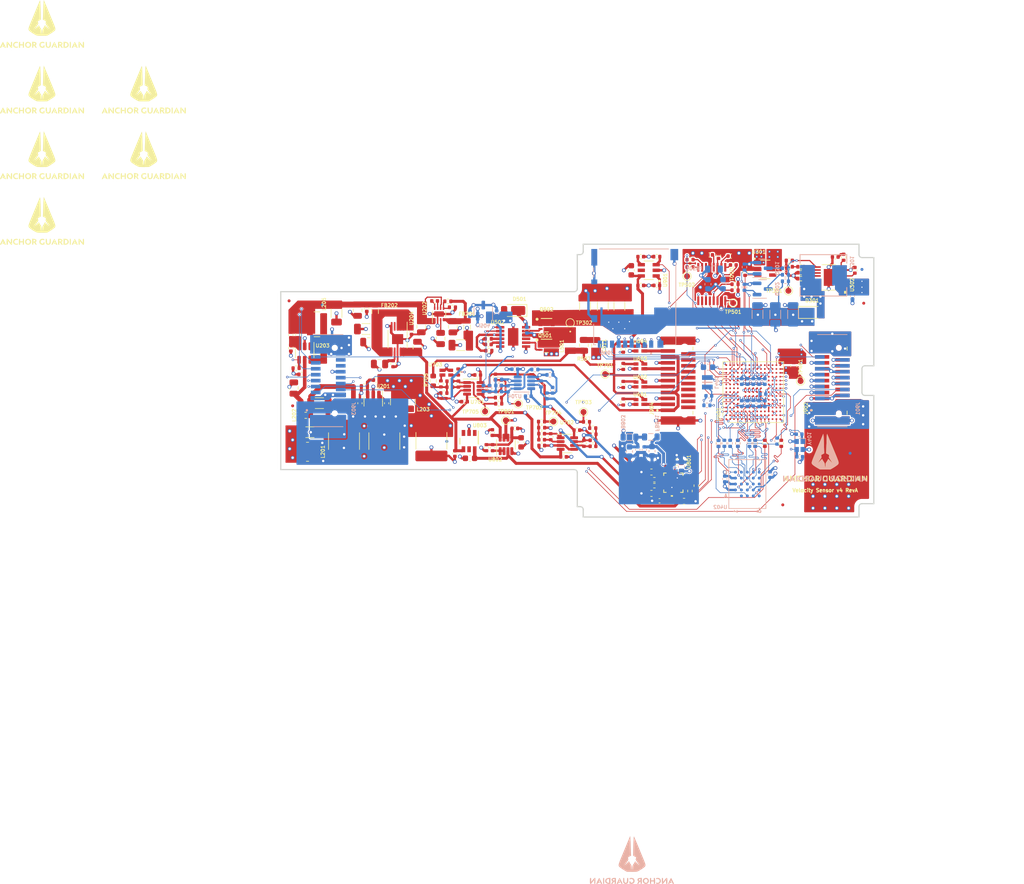
<source format=kicad_pcb>
(kicad_pcb (version 20221018) (generator pcbnew)
  (title_block (date "2023-11-25") (rev "A"))
  (layers (0 "F.Cu" mixed) (1 "In1.Cu" power) (2 "In2.Cu" power) (3 "In3.Cu" signal) (4 "In4.Cu" signal) (31 "B.Cu" mixed) (34 "B.Paste" user) (35 "F.Paste" user) (36 "B.SilkS" user "B.Silkscreen") (37 "F.SilkS" user "F.Silkscreen") (38 "B.Mask" user) (39 "F.Mask" user) (44 "Edge.Cuts" user))
  (net 0 "")
  (net 1 "/Interface/VBat")
  (net 2 "GND")
  (net 3 "Net-(U201-CB)")
  (net 4 "Net-(U201-EN)")
  (net 5 "+3V3")
  (net 6 "/PowerSupply/Vsys")
  (net 7 "Net-(U202-CPOUT)")
  (net 8 "VDDA")
  (net 9 "Net-(U302-INTVCC)")
  (net 10 "/High Voltage Supply/VDriveIN")
  (net 11 "Net-(C306-Pad1)")
  (net 12 "Net-(U302-SS)")
  (net 13 "Net-(U401-PH1)")
  (net 14 "Net-(U401-PH0)")
  (net 15 "/Microcontroller/VLXSMPS")
  (net 16 "/Microcontroller/VFBSMPS")
  (net 17 "/PowerSupply/V_IMed")
  (net 18 "Net-(U501-COMP)")
  (net 19 "Net-(U501-AVDD)")
  (net 20 "Net-(U501-CAP{slash}2-5V)")
  (net 21 "/Signal Generator/BSTDRIVER")
  (net 22 "/Signal Generator/SWDRIVER")
  (net 23 "Net-(U802B-+)")
  (net 24 "Net-(U202-C+)")
  (net 25 "Net-(U202-C-)")
  (net 26 "/PowerSupply/U202_Vout")
  (net 27 "VSSA")
  (net 28 "/High Voltage Supply/SWBOOST")
  (net 29 "Net-(C701-Pad1)")
  (net 30 "Net-(C701-Pad2)")
  (net 31 "Net-(C702-Pad1)")
  (net 32 "Net-(U203-CB)")
  (net 33 "Net-(C702-Pad2)")
  (net 34 "/PowerSupply/U204_IN")
  (net 35 "Net-(C703-Pad1)")
  (net 36 "Net-(U701B--)")
  (net 37 "Net-(U701A--)")
  (net 38 "Net-(U204-SET)")
  (net 39 "/Interface/TDR2.b")
  (net 40 "/Microcontroller/Rx_Ena")
  (net 42 "/Interface/TDR1.a")
  (net 43 "Net-(C710-Pad1)")
  (net 44 "/Interface/Main_nRST")
  (net 45 "/Interface/nRST")
  (net 46 "/Interface/Main_boot0")
  (net 47 "/Interface/Main_SWCLK")
  (net 48 "/Interface/Main_SWDIO")
  (net 49 "/Interface/Main_Force_~{CS}")
  (net 50 "/Interface/Main_Force_Int")
  (net 51 "/Interface/Main_Force_MISO")
  (net 52 "/Interface/Main_Force_MOSI")
  (net 53 "/Interface/Main_Force_Sclk")
  (net 54 "/Interface/PB_uC_Rx")
  (net 55 "/Interface/PB_uC_Tx")
  (net 56 "/Interface/Main_Pres_Scl")
  (net 57 "/Interface/Main_Pres_Sda")
  (net 58 "/Interface/TDR2.a")
  (net 59 "/Interface/TDR3.a")
  (net 60 "/Interface/TDR4.a")
  (net 61 "Net-(U801-VCC)")
  (net 62 "Net-(U801-REFCAP)")
  (net 63 "Net-(U801-REGCAP)")
  (net 64 "/Transducer Multiplexer/MUX_XDCR")
  (net 65 "/Analog Frontend/DDS_Vout")
  (net 66 "/Analog Frontend/DDS_PWM")
  (net 67 "Net-(C708-Pad1)")
  (net 68 "Net-(C708-Pad2)")
  (net 69 "Net-(U901-CT)")
  (net 70 "/High Voltage Supply/VSel0")
  (net 71 "Net-(Q301-D)")
  (net 72 "/High Voltage Supply/VSel1")
  (net 73 "Net-(Q302-D)")
  (net 74 "Net-(Q501-G)")
  (net 75 "Net-(Q502-G)")
  (net 76 "Net-(U801-AINA+)")
  (net 77 "Net-(U201-FB)")
  (net 79 "Net-(U302-FBX)")
  (net 80 "Net-(U302-VC)")
  (net 81 "/High Voltage Supply/Sync_Mode")
  (net 82 "Net-(U302-RT)")
  (net 83 "Net-(C709-Pad1)")
  (net 84 "Net-(C814-Pad1)")
  (net 85 "Net-(U401-BOOT0)")
  (net 86 "/Microcontroller/~{uC_dram_CS}")
  (net 87 "Net-(U402A-~{CS})")
  (net 88 "/Microcontroller/uC_dram_dq0")
  (net 89 "/Microcontroller/dram_dq0")
  (net 90 "/Microcontroller/uC_dram_dq1")
  (net 91 "/Microcontroller/dram_dq1")
  (net 92 "/Microcontroller/uC_dram_dq2")
  (net 93 "/Microcontroller/dram_dq2")
  (net 94 "/Microcontroller/uC_dram_dq3")
  (net 95 "/Microcontroller/dram_dq3")
  (net 96 "/Microcontroller/uC_dram_dq4")
  (net 97 "/Microcontroller/dram_dq4")
  (net 98 "/Microcontroller/uC_dram_dq5")
  (net 99 "/Microcontroller/dram_dq5")
  (net 100 "/Microcontroller/uC_dram_dq6")
  (net 101 "/Microcontroller/dram_dq6")
  (net 102 "/Microcontroller/uC_dram_dq7")
  (net 103 "/Microcontroller/dram_dq7")
  (net 104 "/Microcontroller/dram_nrst")
  (net 105 "/Microcontroller/uC_dram_rwds")
  (net 106 "/Microcontroller/dram_rwds")
  (net 107 "/Microcontroller/uC_dram_ck")
  (net 108 "/Microcontroller/dram_ck")
  (net 109 "Net-(U801-AINB+)")
  (net 110 "/Microcontroller/DDS_Standby")
  (net 111 "/Microcontroller/DDS_FSync")
  (net 112 "Net-(U501-MSBOUT)")
  (net 113 "Net-(C709-Pad2)")
  (net 114 "Net-(U501-SYNCOUT)")
  (net 115 "/Microcontroller/DDS_SYNCOUT")
  (net 116 "/Microcontroller/~{DRV_FAULT}")
  (net 117 "Net-(U502-DT)")
  (net 118 "/Microcontroller/XDCR_Sel1")
  (net 119 "Net-(U601-A)")
  (net 120 "/Microcontroller/XDCR_Sel2")
  (net 121 "Net-(U602-A)")
  (net 122 "/Microcontroller/XDCR_Sel3")
  (net 123 "Net-(U603-A)")
  (net 124 "/Microcontroller/XDCR_Sel4")
  (net 125 "Net-(U604-A)")
  (net 126 "Net-(U704B--)")
  (net 128 "Net-(U704A--)")
  (net 136 "Net-(U702B--)")
  (net 146 "Net-(J906-VDD)")
  (net 147 "/High Voltage Supply/VSel2")
  (net 148 "/Interface/SD_D2")
  (net 149 "/Microcontroller/DDS_MClk")
  (net 156 "/Microcontroller/SD_EN3V3")
  (net 157 "/ADC/ADC_VREF")
  (net 158 "Net-(R707-Pad1)")
  (net 163 "/Interface/SD_D3")
  (net 164 "/ADC/ADC1")
  (net 166 "/ADC/ADC2")
  (net 170 "/ADC/ADC_SDOA")
  (net 171 "Net-(U202-VFB)")
  (net 172 "/Microcontroller/HV_ENABLE")
  (net 173 "Net-(U703-A)")
  (net 174 "Net-(U702A--)")
  (net 181 "/ADC/ADC_SDOB")
  (net 184 "/Microcontroller/DDS_Sda")
  (net 185 "/ADC/VCM")
  (net 186 "/Interface/SD_CMD")
  (net 190 "/Interface/SD_CLK")
  (net 192 "Net-(U801-SDOA)")
  (net 194 "/Interface/SD_D0")
  (net 196 "/Interface/SD_D1")
  (net 199 "Net-(U801-SDOB{slash}~{ALERT})")
  (net 200 "/Microcontroller/DDS_SClk")
  (net 203 "/Microcontroller/AFE_GAIN2")
  (net 206 "Net-(U802A--)")
  (net 207 "/Microcontroller/DRIVE_EN")
  (net 208 "/Microcontroller/DDS_Ctrl")
  (net 214 "/Interface/SD_DETECT")
  (net 234 "unconnected-(U401-PH15-PadD12)")
  (net 236 "/Microcontroller/DDS_INTERRUPT")
  (net 238 "/Microcontroller/VDDA")
  (net 241 "/ADC/ADC_~{CS}")
  (net 242 "/ADC/ADC_SDI")
  (net 243 "/ADC/ADC_SCLK")
  (net 244 "/Interface/VSENS_SWCLK")
  (net 245 "/Interface/VSENS_SWDIO")
  (net 246 "/Interface/VSENS_uc_RX")
  (net 247 "/Interface/VSENS_uc_TX")
  (net 250 "/Signal Generator/VDRIVE")
  (net 253 "Net-(C511-Pad1)")
  (net 254 "/PowerSupply/U203_FB")
  (net 255 "/PowerSupply/U203_SW")
  (net 256 "/PowerSupply/U201_SW")
  (net 257 "Net-(R307-Pad1)")
  (net 258 "Net-(R715-Pad1)")
  (net 259 "/Signal Generator/U502_VCC")
  (net 270 "/Interface/VSENS_D0")
  (net 271 "/Interface/VSENS_D4")
  (net 272 "/Interface/VSENS_D1")
  (net 273 "/Interface/VSENS_D2")
  (net 274 "/Interface/VSENS_D3")
  (footprint "Capacitor_SMD:C_0402_1005Metric" (layer "F.Cu") (at 144.01 99.7 180)
    (fp_text reference "C707" hide)
    (fp_text value "100n")
  )
  (footprint "Capacitor_SMD:C_0603_1608Metric" (layer "F.Cu") (at 131.905521 101.85 180)
    (fp_text reference "C810" hide)
    (fp_text value "10u")
  )
  (footprint "Capacitor_SMD:C_0402_1005Metric" (layer "F.Cu") (at 143.989 97.703)
    (fp_text reference "C703" hide)
    (fp_text value "24p")
  )
  (footprint "Resistor_SMD:R_0402_1005Metric" (layer "F.Cu") (at 151.122 99.319 90)
    (fp_text reference "R712" hide)
    (fp_text value "68k1")
  )
  (footprint "Resistor_SMD:R_0402_1005Metric" (layer "F.Cu") (at 185.75 69.55)
    (fp_text reference "R308" hide)
    (fp_text value "10k")
  )
  (footprint "Capacitor_SMD:C_0402_1005Metric" (layer "F.Cu") (at 173.808498 67.651599 90)
    (fp_text reference "C506" hide)
    (fp_text value "100n")
  )
  (footprint "Capacitor_SMD:C_0402_1005Metric" (layer "F.Cu") (at 196.8 70.15 90)
    (fp_text reference "C304" hide)
    (fp_text value "1u")
  )
  (footprint "Inductor_SMD:L_0805_2012Metric" (layer "F.Cu") (at 131.41875 79.73125 -90)
    (fp_text reference "FB201")
    (fp_text value "2.2k/200mA")
  )
  (footprint "Resistor_SMD:R_0805_2012Metric" (layer "F.Cu") (at 151.1144 82.8 -90)
    (fp_text reference "R507")
    (fp_text value "2R")
  )
  (footprint "Capacitor_SMD:C_0402_1005Metric" (layer "F.Cu") (at 163.865401 109.0146 180)
    (fp_text reference "C805" hide)
    (fp_text value "100n")
  )
  (footprint "Resistor_SMD:R_0402_1005Metric" (layer "F.Cu") (at 169 107.364599 90)
    (fp_text reference "R803" hide)
    (fp_text value "100R")
  )
  (footprint "Fiducial:Fiducial_0.5mm_Mask1mm" (layer "F.Cu") (at 101.4 75.3)
    (fp_text reference "FID103" hide)
    (fp_text value "Fiducial" hide)
  )
  (footprint "Capacitor_SMD:C_0402_1005Metric" (layer "F.Cu") (at 139.475 96.81)
    (fp_text reference "C812" hide)
    (fp_text value "100n")
  )
  (footprint "Capacitor_SMD:C_1206_3216Metric" (layer "F.Cu") (at 154.3 76.2 90)
    (fp_text reference "C509" hide)
    (fp_text value "1.5u")
  )
  (footprint "Capacitor_SMD:C_0603_1608Metric" (layer "F.Cu") (at 159.1 70.15 90)
    (fp_text reference "C903" hide)
    (fp_text value "10u")
  )
  (footprint "Resistor_SMD:R_0402_1005Metric" (layer "F.Cu") (at 135 81.7)
    (fp_text reference "R506" hide)
    (fp_text value "36k5")
  )
  (footprint "Resistor_SMD:R_0402_1005Metric" (layer "F.Cu") (at 129.922 87.3 90)
    (fp_text reference "R710" hide)
    (fp_text value "270R")
  )
  (footprint "Resistor_SMD:R_0402_1005Metric" (layer "F.Cu") (at 135.0804 83.701002 180)
    (fp_text reference "R505" hide)
    (fp_text value "68k1")
  )
  (footprint "Capacitor_SMD:C_0603_1608Metric" (layer "F.Cu") (at 186.5 86.3 90)
    (fp_text reference "C421" hide)
    (fp_text value "10u")
  )
  (footprint "SOC_SMD:TLP3409STP_E" (layer "F.Cu") (at 160.599999 86.349999)
    (fp_text reference "U603")
    (fp_text value "TLP3409STP_E")
  )
  (footprint "Inductor_SMD:L_0805_2012Metric" (layer "F.Cu") (at 115.9 77.05 -90)
    (fp_text reference "FB202")
    (fp_text value "2.2k/200mA")
  )
  (footprint "TestPoint:TestPoint_Pad_D1.0mm" (layer "F.Cu") (at 148.8 79)
    (fp_text reference "TP302")
    (fp_text value "VccDrive")
  )
  (footprint "SOC_SMD:TLP3409STP_E" (layer "F.Cu") (at 160.6 83.35)
    (fp_text reference "U604")
    (fp_text value "TLP3409STP_E")
  )
  (footprint "Capacitor_SMD:C_2220_5650Metric" (layer "F.Cu") (at 110.6625 98.95 90)
    (fp_text reference "C202" hide)
    (fp_text value "22u")
  )
  (footprint "Diode_SMD:D_PowerDI-123" (layer "F.Cu") (at 189.6 77.25)
    (fp_text reference "D301")
    (fp_text value "DFLS2100-7")
  )
  (footprint "Resistor_SMD:R_0402_1005Metric" (layer "F.Cu") (at 143.9725 95.66)
    (fp_text reference "R706" hide)
    (fp_text value "19k6")
  )
  (footprint "Resistor_SMD:R_0402_1005Metric" (layer "F.Cu") (at 177.075 99.325 -90)
    (fp_text reference "R404" hide)
    (fp_text value "33R")
  )
  (footprint "Capacitor_SMD:C_0402_1005Metric" (layer "F.Cu") (at 147.6725 101.605)
    (fp_text reference "C719" hide)
    (fp_text value "100n")
  )
  (footprint "Capacitor_SMD:C_0402_1005Metric" (layer "F.Cu") (at 149.93 97.1 180)
    (fp_text reference "C714" hide)
    (fp_text value "100n")
  )
  (footprint "Diode_SMD:D_PowerDI-123" (layer "F.Cu") (at 139.1844 76.925001 180)
    (fp_text reference "D501")
    (fp_text value "DFLS2100-7")
  )
  (footprint "Fiducial:Fiducial_0.5mm_Mask1mm" (layer "F.Cu") (at 184.65 109.7)
    (fp_text reference "FID101" hide)
    (fp_text value "Fiducial" hide)
  )
  (footprint "Capacitor_SMD:C_0402_1005Metric" (layer "F.Cu") (at 193.5 67.9 180)
    (fp_text reference "C306" hide)
    (fp_text value "2.2n")
  )
  (footprint "Capacitor_SMD:C_0402_1005Metric" (layer "F.Cu") (at 101.7 81.05 90)
    (fp_text reference "C216" hide)
    (fp_text value "39p")
  )
  (footprint "Resistor_SMD:R_0402_1005Metric" (layer "F.Cu") (at 173.825 99.325 -90)
    (fp_text reference "R410" hide)
    (fp_text value "33R")
  )
  (footprint "Resistor_SMD:R_0402_1005Metric" (layer "F.Cu") (at 135.2 90.15 90)
    (fp_text reference "R701" hide)
    (fp_text value "71k5")
  )
  (footprint "SOC_SMD:REF3430" (layer "F.Cu") (at 131.755521 98.95 -90)
    (fp_text reference "U803")
    (fp_text value "REF3430")
  )
  (footprint "Resistor_SMD:R_0402_1005Metric" (layer "F.Cu") (at 157.75 92.35 90)
    (fp_text reference "R601" hide)
    (fp_text value "270R")
  )
  (footprint "SOC_SMD:TLP3409STP_E" (layer "F.Cu") (at 160.6 92.35)
    (fp_text reference "U601")
    (fp_text value "TLP3409STP_E")
  )
  (footprint "TestPoint:TestPoint_Pad_D1.0mm" (layer "F.Cu") (at 185.6 73.6 -90)
    (fp_text reference "TP301")
    (fp_text value "VFBDRIVE")
  )
  (footprint "NetTie:NetTie-2_SMD_Pad0.5mm" (layer "F.Cu") (at 127.5 91.75)
    (fp_text reference "JP701" hide)
    (fp_text value "Bridged" hide)
  )
  (footprint "Resistor_SMD:R_0402_1005Metric" (layer "F.Cu") (at 169.008498 68.351599 180)
    (fp_text reference "R504" hide)
    (fp_text value "33R")
  )
  (footprint "SOC_SMD:LTC7060" (layer "F.Cu") (at 139.1844 81.375001)
    (fp_text reference "U502")
    (fp_text value "LTC7060IMSE-PBF")
  )
  (footprint "Capacitor_SMD:C_0805_2012Metric" (layer "F.Cu") (at 116.65 85.95 180)
    (fp_text reference "C225" hide)
    (fp_text value "4u7")
  )
  (footprint "Resistor_SMD:R_0402_1005Metric" (layer "F.Cu") (at 157.75 86.35 90)
    (fp_text reference "R603" hide)
    (fp_text value "270R")
  )
  (footprint "Capacitor_SMD:C_0402_1005Metric" (layer "F.Cu") (at 129.355521 101.05 -90)
    (fp_text reference "C809" hide)
    (fp_text value "1u")
  )
  (footprint "Resistor_SMD:R_0402_1005Metric" (layer "F.Cu") (at 116.15 88.65 180)
    (fp_text reference "R201" hide)
    (fp_text value "69k8")
  )
  (footprint "Capacitor_SMD:C_0402_1005Metric" (layer "F.Cu") (at 135 82.651001 180)
    (fp_text reference "C512" hide)
    (fp_text value "1u")
  )
  (footprint "Package_BGA:UFBGA-201_10x10mm_Layout15x15_P0.65mm" (layer "F.Cu") (at 179.675 90.69 90)
    (fp_text reference "U401")
    (fp_text value "STM32H725IGK6")
  )
  (footprint "Inductor_SMD:L_0603_1608Metric" (layer "F.Cu") (at 104.2125 94.6)
    (fp_text reference "L202")
    (fp_text value "470nH")
  )
  (footprint "SOC_SMD:SOT95P280X145-6N" (layer "F.Cu") (at 162.05 70.15 180)
    (fp_text reference "U901")
    (fp_text value "TPS22810DBV")
  )
  (footprint "Package_TO_SOT_SMD:SOT-23-8" (layer "F.Cu") (at 132.55 90.05)
    (fp_text reference "U701")
    (fp_text value "AD8039")
  )
  (footprint "Capacitor_SMD:C_0402_1005Metric" (layer "F.Cu") (at 128.5 88.85)
    (fp_text reference "C702" hide)
    (fp_text value "20p")
  )
  (footprint "Resistor_SMD:R_0402_1005Metric" (layer "F.Cu") (at 194.9 67.95 90)
    (fp_text reference "R305" hide)
    (fp_text value "22k1")
  )
  (footprint "Package_SO:MSOP-10-1EP_3x3mm_P0.5mm_EP1.68x1.88mm" (layer "F.Cu") (at 119.7 81.75 -90)
    (fp_text reference "U204")
    (fp_text value "LT3042EMSE")
  )
  (footprint "Resistor_SMD:R_0402_1005Metric" (layer "F.Cu") (at 128.16875 75.38125 180)
    (fp_text reference "R202" hide)
    (fp_text value "91k")
  )
  (footprint "TestPoint:TestPoint_Pad_D1.0mm" (layer "F.Cu") (at 151.05 94.05 180)
    (fp_text reference "TP703")
    (fp_text value "ChB_2")
  )
  (footprint "Capacitor_SMD:C_0402_1005Metric" (layer "F.Cu") (at 135.675 97.51 90)
    (fp_text reference "C813" hide)
    (fp_text value "100n")
  )
  (footprint "Capacitor_SMD:C_0402_1005Metric" (layer "F.Cu") (at 175.908498 67.751599)
    (fp_text reference "C504" hide)
    (fp_text value "100n")
  )
  (footprint "Resistor_SMD:R_0402_1005Metric" (layer "F.Cu") (at 128.94375 76.38125)
    (fp_text reference "R204" hide)
    (fp_text value "40k2")
  )
  (footprint "Resistor_SMD:R_0402_1005Metric" (layer "F.Cu") (at 127.5 90.85)
    (fp_text reference "R709" hide)
    (fp_text value "2k55")
  )
  (footprint "Capacitor_SMD:C_0805_2012Metric" (layer "F.Cu") (at 114.85 82.25 180)
    (fp_text reference "C223" hide)
    (fp_text value "4u7")
  )
  (footprint "Resistor_SMD:R_0402_1005Metric" (layer "F.Cu") (at 184.389 99.325 -90)
    (fp_text reference "R407" hide)
    (fp_text value "33R")
  )
  (footprint "Capacitor_SMD:C_1206_3216Metric" (layer "F.Cu") (at 157.1 76.2 90)
    (fp_text reference "C508" hide)
    (fp_text value "1.5u")
  )
  (footprint "Capacitor_SMD:C_0402_1005Metric" (layer "F.Cu") (at 128.5 89.85)
    (fp_text reference "C705" hide)
    (fp_text value "20p")
  )
  (footprint "SOC_Logo:AGU_15mm" (layer "F.Cu") (at 76.9 39.73)
    (fp_text reference "Logo301" hide)
    (fp_text value "LOGO_AGU" hide)
  )
  (footprint "Inductor_SMD:L_Wuerth_MAPI-4020" (layer "F.Cu") (at 106.1 79.25 180)
    (fp_text reference "L205")
    (fp_text value "15u 1.9A")
  )
  (footprint "Resistor_SMD:R_0402_1005Metric" (layer "F.Cu") (at 151.55 95.7)
    (fp_text reference "R722" hide)
    (fp_text value "10k")
  )
  (footprint "Capacitor_SMD:C_0805_2012Metric" (layer "F.Cu") (at 126.95 81.65 -90)
    (fp_text reference "C208" hide)
    (fp_text value "4u7")
  )
  (footprint "Capacitor_SMD:C_0805_2012Metric" (layer "F.Cu") (at 123.05 83.15 90)
    (fp_text reference "C226" hide)
    (fp_text value "4u7")
  )
  (footprint "SOC_SMD:SOP50P490X110-17N" (layer "F.Cu") (at 192.391 71.35 180)
    (fp_text reference "U302")
    (fp_text value "LT8361" hide)
  )
  (footprint "TestPoint:TestPoint_Pad_D1.0mm" (layer "F.Cu") (at 140.05 92.65 180)
    (fp_text reference "TP702")
    (fp_text value "ChB_1")
  )
  (footprint "Resistor_SMD:R_0402_1005Metric" (layer "F.Cu") (at 101.7 83.25 -90)
    (fp_text reference "R209" hide)
    (fp_text value "22k1")
  )
  (footprint "Capacitor_SMD:C_0402_1005Metric" (layer "F.Cu") (at 113.35 92.565 90)
    (fp_text reference "C206" hide)
    (fp_text value "100n")
  )
  (footprint "Resistor_SMD:R_0402_1005Metric" (layer "F.Cu") (at 170.065401 106.4646 -90)
    (fp_text reference "R804" hide)
    (fp_text value "100R")
  )
  (footprint "Capacitor_SMD:C_1206_3216Metric" (layer "F.Cu") (at 130.34375 82.76875 180)
    (fp_text reference "C212" hide)
    (fp_text value "47u")
  )
  (footprint "TestPoint:TestPoint_Pad_D1.0mm" (layer "F.Cu") (at 134.45 93.95 180)
    (fp_text reference "TP705")
    (fp_text value "ChA_1")
  )
  (footprint "Capacitor_SMD:C_0805_2012Metric" (layer "F.Cu") (at 102.2 90 90)
    (fp_text reference "C217" hide)
    (fp_text value "2u2")
  )
  (footprint "Capacitor_SMD:C_2220_5650Metric" (layer "F.Cu") (at 125.4 98.9 -90)
    (fp_text reference "C207" hide)
    (fp_text value "22u")
  )
  (footprint "SOC_Logo:AGU_15mm" (layer "F.Cu") (at 59.73 28.66)
    (fp_text reference "Logo601" hide)
    (fp_text value "LOGO_AGU" hide)
  )
  (footprint "Capacitor_SMD:C_0603_1608Metric" (layer "F.Cu") (at 162.5 107.764599 180)
    (fp_text reference "C807" hide)
    (fp_text value "2n7")
  )
  (footprint "Resistor_SMD:R_0402_1005Metric" (layer "F.Cu") (at 185.75 68.5 180)
    (fp_text reference "R304" hide)
    (fp_text value "130k")
  )
  (footprint "Resistor_SMD:R_0402_1005Metric" (layer "F.Cu") (at 145.513 98.211 90)
    (fp_text reference "R703" hide)
    (fp_text value "68k1")
  )
  (footprint "Resistor_SMD:R_0402_1005Metric" (layer "F.Cu") (at 134.675 100.06 -90)
    (fp_text reference "R807" hide)
    (fp_text value "10k")
  )
  (footprint "TestPoint:TestPoint_Pad_D1.0mm" (layer "F.Cu") (at 137.955521 95.45 90)
    (fp_text reference "TP801")
    (fp_text value "VCM")
  )
  (footprint "Capacitor_SMD:C_0402_1005Metric" (layer "F.Cu") (at 117.85 92.565 -90)
    (fp_text reference "C201" hide)
    (fp_text value "100n")
  )
  (footprint "Resistor_SMD:R_0402_1005Metric" (layer "F.Cu") (at 152.6 96.76)
    (fp_text reference "R715" hide)
    (fp_text value "10k")
  )
  (footprint "Capacitor_SMD:C_0402_1005Metric" (layer "F.Cu") (at 106.25 84.35 -90)
    (fp_text reference "C215" hide)
    (fp_text value "100n")
  )
  (footprint "SOC_Logo:AGU_15mm" (layer "F.Cu") (at 76.9 50.8)
    (fp_text reference "Logo401" hide)
    (fp_text value "LOGO_AGU" hide)
  )
  (footprint "Package_TO_SOT_SMD:SOT-23-6" (layer "F.Cu") (at 104.035 84.1 -90)
    (fp_text reference "U203")
    (fp_text value "LMR54406")
  )
  (footprint "Resistor_SMD:R_0402_1005Metric" (layer "F.Cu") (at 180 99.325 -90)
    (fp_text reference "R413" hide)
    (fp_text value "33R")
  )
  (footprint "Resistor_SMD:R_0402_1005Metric" (layer "F.Cu") (at 176.601998 72.491599 180)
    (fp_text reference "R502" hide)
    (fp_text value "68k1")
  )
  (footprint "Capacitor_SMD:C_0402_1005Metric" (layer "F.Cu") (at 125.94375 75.31875)
    (fp_text reference "C210" hide)
    (fp_text value "1u")
  )
  (footprint "TestPoint:TestPoint_Pad_D1.0mm" (layer "F.Cu") (at 168.508498 71.151599 -90)
    (fp_text reference "TP502")
    (fp_text value "MSBDDS")
  )
  (footprint "Resistor_SMD:R_0402_1005Metric" (layer "F.Cu") (at 102.585 86.65 180)
    (fp_text reference "R208" hide)
    (fp_text value "68k1")
  )
  (footprint "Capacitor_SMD:C_1206_3216Metric" (layer "F.Cu") (at 114.4 80.05 180)
    (fp_text reference "C222" hide)
    (fp_text value "47u")
  )
  (footprint "Capacitor_SMD:C_0402_1005Metric" (layer "F.Cu") (at 160.7 72.7)
    (fp_text reference "C904" hide)
    (fp_text value "100n")
  )
  (footprint "Inductor_SMD:L_Wuerth_MAPI-3020" (layer "F.Cu") (at 104.5125 100.75 180)
    (fp_text reference "L201")
    (fp_text value "10u")
  )
  (footprint "Capacitor_SMD:C_1206_3216Metric" (layer "F.Cu") (at 106.5125 92.55)
    (fp_text reference "C205" hide)
    (fp_text value "4u7")
  )
  (footprint "TestPoint:TestPoint_Pad_D1.0mm" (layer "F.Cu") (at 145.98 95.65)
    (fp_text reference "TP704")
    (fp_text value "ChA_2")
  )
  (footprint "Fiducial:Fiducial_0.5mm_Mask1mm" (layer "F.Cu") (at 198.3 75.7)
    (fp_text reference "FID102" hide)
    (fp_text value "Fiducial" hide)
  )
  (footprint "Capacitor_SMD:C_0603_1608Metric" (layer "F.Cu") (at 162.5 104.164599 180)
    (fp_text reference "C808" hide)
    (fp_text value "2n7")
  )
  (footprint "Capacitor_SMD:C_0402_1005Metric" (layer "F.Cu") (at 133.2 87.8)
    (fp_text reference "C716" hide)
    (fp_text value "100n")
  )
  (footprint "SOC_Logo:AGU_15mm" (layer "F.Cu") (at 191.8 101.8)
    (fp_text reference "Logo101" hide)
    (fp_text value "LOGO_AGU" hide)
  )
  (footprint "Resistor_SMD:R_0402_1005Metric" (layer "F.Cu") (at 157.75 89.4 90)
    (fp_text reference "R602" hide)
    (fp_text value "270R")
  )
  (footprint "Capacitor_SMD:C_1206_3216Metric" (layer "F.Cu") (at 109.4 77.4 -90)
    (fp_text reference "C219" hide)
    (fp_text value "47u")
  )
  (footprint "Resistor_SMD:R_0402_1005Metric" (layer "F.Cu") (at 178.3 70.49 90)
    (fp_text reference "R311" hide)
    (fp_text value "68k1")
  )
  (footprint "Resistor_SMD:R_0402_1005Metric" (layer "F.Cu") (at 176.601998 73.507599 180)
    (fp_text reference "R501" hide)
    (fp_text value "68k1")
  )
  (footprint "Resistor_SMD:R_0402_1005Metric" (layer "F.Cu") (at 102.9 81 -90)
    (fp_text reference "R207" hide)
    (fp_text value "102k")
  )
  (footprint "SOC_SMD:SOT95P280X145-6N" (layer "F.Cu") (at 181.7 70)
    (fp_text reference "U301")
    (fp_text value "TPS22810DBV")
  )
  (footprint "Inductor_SMD:L_Wuerth_MAPI-4020" (layer "F.Cu") (at 120.6 92.365 90)
    (fp_text reference "L203")
    (fp_text value "15u 1.9A")
  )
  (footprint "SOC_Logo:AGU_15mm" (layer "F.Cu") (at 59.73 39.73)
    (fp_text reference "Logo201" hide)
    (fp_text value "LOGO_AGU" hide)
  )
  (footprint "SOC_SMD:AD7383" (layer "F.Cu") (at 166.2 105.964599 -90)
    (fp_text reference "U801")
    (fp_text value "AD7383")
  )
  (footprint "SOC_SMD:TLP3409STP_E" (layer "F.Cu") (at 160.599999 89.400001)
    (fp_text reference "U602")
    (fp_text value "TLP3409STP_E")
  )
  (footprint "Capacitor_SMD:C_0402_1005Metric" (layer "F.Cu") (at 187.7 70.55 180)
    (fp_text reference "C307" hide)
    (fp_text value "10n")
  )
  (footprint "SOC_Logo:AGU_15mm" (layer "F.Cu") (at 59.73 61.87)
    (fp_text reference "Logo501" hide)
    (fp_text value "LOGO_AGU" hide)
  )
  (footprint "Capacitor_SMD:C_0402_1005Metric" (layer "F.Cu") (at 152.646 98.811 180)
    (fp_text reference "C710" hide)
    (fp_text value "24p")
  )
  (footprint "Resistor_SMD:R_0402_1005Metric" (layer "F.Cu") (at 136.75 92.65 180)
    (fp_text reference "R704" hide)
    (fp_text value "20k5")
  )
  (footprint "Resistor_SMD:R_0402_1005Metric" (layer "F.Cu") (at 135.725 100.06 90)
    (fp_text reference "R806" hide)
    (fp_text value "10k")
  )
  (footprint "Package_TO_SOT_SMD:SOT-23-6" (layer "F.Cu") (at 115.6 92.265 -90)
    (fp_text reference "U201")
    (fp_text value "LMR54406")
  )
  (footprint "Resistor_SMD:R_0402_1005Metric" (layer "F.Cu") (at 136.7 91.615)
    (fp_text reference "R708" hide)
    (fp_text value "1k58")
  )
  (footprint "Resistor_SMD:R_0402_1005Metric" (layer "F.Cu") (at 143.989 96.687 180)
    (fp_text reference "R711" hide)
    (fp_text value "1k47")
  )
  (footprint "Resistor_SMD:R_0402_1005Metric" (layer "F.Cu") (at 157.75 83.45 90)
    (fp_text reference "R604" hide)
    (fp_text value "270R")
  )
  (footprint "SOC_SMD:TLP3409STP_E" (layer "F.Cu") (at 127.955001 87.408001 180)
    (fp_text reference "U703")
    (fp_text value "TLP3409STP_E")
  )
  (footprint "Resistor_SMD:R_0402_1005Metric" (layer "F.Cu") (at 163 105.464599 180)
    (fp_text reference "R802" hide)
    (fp_text value "20R")
  )
  (footprint "Resistor_SMD:R_0402_1005Metric" (layer "F.Cu") (at 187.7 71.55 180)
    (fp_text reference "R306" hide)
    (fp_text value "0R")
  )
  (footprint "Resistor_SMD:R_0402_1005Metric" (layer "F.Cu") (at 114.1 89.665 180)
    (fp_text reference "R203" hide)
    (fp_text value "22k1")
  )
  (footprint "Capacitor_SMD:C_0805_2012Metric" (layer "F.Cu") (at 123.7 79.65 -90)
    (fp_text reference "C209" hide)
    (fp_text value "4u7")
  )
  (footprint "Resistor_SMD:R_0402_1005Metric" (layer "F.Cu") (at 127 89.3 -90)
    (fp_text reference "R707" hide)
    (fp_text value "2k55")
  )
  (footprint "Capacitor_SMD:C_0805_2012Metric" (layer "F.Cu") (at 129.01875 79.66875 -90)
    (fp_text reference "C211" hide)
    (fp_text value "4u7")
  )
  (footprint "SOC_SMD:UDFN6B_TOS" (layer "F.Cu") (at 144.8144 82.901001)
    (fp_text reference "Q501")
    (fp_text value "SSM6K361NU")
  )
  (footprint "Capacitor_SMD:C_0402_1005Metric" (layer "F.Cu") (at 103.535 87.7)
    (fp_text reference "C213" hide)
    (fp_text value "100n")
  )
  (footprint "Resistor_SMD:R_0402_1005Metric" (layer "F.Cu") (at 181.625 99.325 -90)
    (fp_text reference "R411" hide)
    (fp_text value "33R")
  )
  (footprint "Resistor_SMD:R_0402_1005Metric" (layer "F.Cu") (at 163.4 67.85 180)
    (fp_text reference "R912" hide)
    (fp_text value "68k1")
  )
  (footprint "Capacitor_SMD:C_0603_1608Metric" (layer "F.Cu") (at 166.765401 102.5146)
    (fp_text reference "C806" hide)
    (fp_text value "1u")
  )
  (footprint "Resistor_SMD:R_0402_1005Metric" (layer "F.Cu") (at 118.95 85.9 -90)
    (fp_text reference "R210" hide)
    (fp_text value "40k2")
  )
  (footprint "SOC_SMD:RES_CIGT201610" (layer "F.Cu") (at 148.8144 82.778101 -90)
    (fp_text reference "L501")
    (fp_text value "1u/4.2A")
  )
  (footprint "SOC_Logo:AGU_15mm" (layer "F.Cu") (at 59.73 50.8)
    (fp_text reference "Logo701" hide)
    (fp_text value "LOGO_AGU" hide)
  )
  (footprint "Capacitor_SMD:C_0402_1005Metric" (layer "F.Cu") (at 114.5 76.6 -90)
    (fp_text reference "C214" hide)
    (fp_text value "100n")
  )
  (footprint "Capacitor_SMD:C_0402_1005Metric" (layer "F.Cu") (at 137.2 89.15 -90)
    (fp_text reference "C704" hide)
    (fp_text value "15p")
  )
  (footprint "Resistor_SMD:R_0402_1005Metric" (layer "F.Cu") (at 129.9555 89.335 90)
    (fp_text reference "R702" hide)
    (fp_text value "40k2")
  )
  (footprint "Resistor_SMD:R_0402_1005Metric" (layer "F.Cu") (at 163 106.464599 180)
    (fp_text reference "R801" hide)
    (fp_text value "20R")
  )
  (footprint "Capacitor_SMD:C_0402_1005Metric" (layer "F.Cu") (at 172.308498 67.551599 180)
    (fp_text reference "C501" hide)
    (fp_text value "100n")
  )
  (footprint "Capacitor_SMD:C_0805_2012Metric" (layer "F.Cu") (at 112.952 76.874 -90)
    (fp_text reference "C220" hide)
    (fp_text value "4u7")
  )
  (footprint "Capacitor_SMD:C_0402_1005Metric" (layer "F.Cu") (at 160.7 67.85)
    (fp_text reference "C902" hide)
    (fp_text value "1u")
  )
  (footprint "SOC_Connector_SMD:AMPHENOL_10162582-1134121LF" (layer "F.Cu") (at 193 88.75 90)
    (fp_text reference "J902")
    (fp_text value "10162582-1134121LF")
  )
  (footprint "SOC_SMD:UDFN6B_TOS" (layer "F.Cu") (at 144.8144 79.401001)
    (fp_text reference "Q502")
    (fp_text value "SSM6K361NU")
  )
  (footprint "Resistor_SMD:R_0402_1005Metric" (layer "F.Cu") (at 152.644 97.795)
    (fp_text reference "R719" hide)
    (fp_text value "1k47")
  )
  (footprint "Package_TO_SOT_SMD:SOT-23-8" (layer "F.Cu") (at 148.3225 99.36)
    (fp_text reference "U702")
    (fp_text value "AD8039")
  )
  (footprint "Capacitor_SMD:C_0603_1608Metric" (layer "F.Cu") (at 168 109.1)
    (fp_text reference "C804" hide)
    (fp_text value "1u")
  )
  (footprint "Capacitor_SMD:C_0402_1005Metric" (layer "F.Cu") (at 130.98 92.3 180)
    (fp_text reference "C715" hide)
    (fp_text value "100n")
  )
  (footprint "Resistor_SMD:R_0402_1005Metric" (layer "F.Cu") (at 187.7 69.55)
    (fp_text reference "R307" hide)
    (fp_text value "10k")
  )
  (footprint "Package_TO_SOT_SMD:SOT-23-8" (layer "F.Cu") (at 137.975 99.51 90)
    (fp_text reference "U802")
    (fp_text value "AD8039")
  )
  (footprint "Resistor_SMD:R_0603_1608Metric" (layer "F.Cu") (at 125.7 88.8 90)
    (fp_text reference "R705")
    (fp_text value "100k")
  )
  (footprint "TestPoint:TestPoint_Pad_D1.0mm" (layer "F.Cu") (at 154.7 87.65)
    (fp_text reference "TP701")
    (fp_text value "RXXDCR")
  )
  (footprint "Capacitor_SMD:C_0402_1005Metric" (layer "F.Cu") (at 176.308498 69.251599)
    (fp_text reference "C502" hide)
    (fp_text value "10n")
  )
  (footprint "Fiducial:Fiducial_0.5mm_Mask1mm" (layer "F.Cu") (at 102 93)
    (fp_text reference "FID104" hide)
    (fp_text value "Fiducial" hide)
  )
  (footprint "Capacitor_SMD:C_0805_2012Metric" (layer "F.Cu") (at 153.1644 82.851001 -90)
    (fp_text reference "C511")
    (fp_text value "33n")
  )
  (footprint "Capacitor_SMD:C_0402_1005Metric" (layer "F.Cu") (at 143.989 98.719)
    (fp_text reference "C706" hide)
    (fp_text value "24p")
  )
  (footprint "Capacitor_SMD:C_1206_3216Metric" (layer "F.Cu") (at 104.9125 97.45)
    (fp_text reference "C204" hide)
    (fp_text value "4u7")
  )
  (footprint "Package_SON:WSON-8-1EP_2x2mm_P0.5mm_EP0.9x1.6mm" (layer "F.Cu") (at 126.69375 77.51875 90)
    (fp_text reference "U202")
    (fp_text value "LM27761")
  )
  (footprint "Resistor_SMD:R_0402_1005Metric" (layer "F.Cu") (at 169.008498 69.6 180)
    (fp_text reference "R503" hide)
    (fp_text value "33R")
  )
  (footprint "Capacitor_SMD:C_1206_3216Metric" (layer "F.Cu") (at 151.3 76.2 90)
    (fp_text reference "C510" hide)
    (fp_text value "1.5u")
  )
  (footprint "Capacitor_SMD:C_2220_5650Metric" (layer "F.Cu") (at 117.4625 98.95 -90)
    (fp_text reference "C203" hide)
    (fp_text value "22u")
  )
  (footprint "TestPoint:TestPoint_Pad_D1.0mm" (layer "F.Cu") (at 187.65 88.825)
    (fp_text reference "TP401")
    (fp_text value "VFBSMPS")
  )
  (footprint "Capacitor_SMD:C_0603_1608Metric" (layer "F.Cu") (at 140.525 99.16 -90)
    (fp_text reference "C811" hide)
    (fp_text value "10u")
  )
  (footprint "SOC_Connector_SMD:AMPHENOL_10162582-1134121LF" (layer "F.Cu") (at 167 88.75 90)
    (fp_text reference "J904")
    (fp_text value "10162582-1134121LF")
  )
  (footprint "Capacitor_SMD:C_0402_1005Metric" (layer "F.Cu") (at 136.2 88.15 90)
    (fp_text reference "C701" hide)
    (fp_text value "15p")
  )
  (footprint "Capacitor_SMD:C_0402_1005Metric" (layer "F.Cu") (at 163.4 72.7 180)
    (fp_text reference "C901" hide)
    (fp_text value "1u")
  )
  (footprint "Capacitor_SMD:C_0402_1005Metric" (layer "F.Cu") (at 122.05 80.475 -90)
    (fp_text reference "C218" hide)
    (fp_text value "100n")
  )
  (footprint "TestPoint:TestPoint_Pad_D1.0mm" (layer "F.Cu") (at 176.274999 75.660999 -90)
    (fp_text reference "TP501")
    (fp_text value "VOUTDDS")
  )
  (footprint "Capacitor_SMD:C_0402_1005Metric" (layer "F.Cu") (at 152.646 99.827 180)
    (fp_text reference "C713" hide)
    (fp_text value "24p")
  )
  (footprint "SOC_SMD:AD5932YRUZ" (layer "F.Cu") (at 172.674999 72.460999 -90)
    (fp_text reference "U501")
    (fp_text value "AD5932YRUZ" hide)
  )
  (footprint "Resistor_SMD:R_0402_1005Metric" (layer "B.Cu") (at 142.8375 86.875 180)
    (fp_text reference "R721" hide)
    (fp_text value "10k")
  )
  (footprint "Capacitor_SMD:C_0402_1005Metric" (layer "B.Cu") (at 179.675 88.895 -90)
    (fp_text reference "C410" hide)
    (fp_text value "100n")
  )
  (footprint "Capacitor_SMD:C_0603_1608Metric" (layer "B.Cu") (at 172.029998 72.491599 -90)
    (fp_text reference "C505" hide)
    (fp_text value "10u")
  )
  (footprint "Resistor_SMD:R_0402_1005Metric" (layer "B.Cu") (at 178.1875 73.005 90)
    (fp_text reference "R309" hide)
    (fp_text value "68k1")
  )
  (footprint "Package_TO_SOT_SMD:SOT-23-8" (layer "B.Cu") (at 141.0875 89.125)
    (fp_text reference "U704")
    (fp_text value "AD8039")
  )
  (footprint "Package_TO_SOT_SMD:SOT-23" (layer "B.Cu") (at 181.25 73.3)
    (fp_text reference "Q302")
    (fp_text value "PMV45EN2")
  )
  (footprint "Inductor_SMD:L_0805_2012Metric" (layer "B.Cu") (at 173.045998 69.951599)
    (fp_text reference "FB501")
    (fp_text value "2.2k/200mA")
  )
  (footprint "Capacitor_SMD:C_0402_1005Metric" (layer "B.Cu") (at 177.725 88.895 -90)
    (fp_text reference "C409" hide)
    (fp_text value "100n")
  )
  (footprint "Fiducial:Fiducial_0.5mm_Mask1mm" (layer "B.Cu") (at 196 101 180)
    (fp_text reference "FID107" hide)
    (fp_text value "Fiducial" hide)
  )
  (footprint "Resistor_SMD:R_0402_1005Metric" (layer "B.Cu") (at 185.1 70.9 180)
    (fp_text reference "R303" hide)
    (fp_text value "71k5")
  )
  (footprint "Capacitor_SMD:C_0402_1005Metric" (layer "B.Cu") (at 136.7375 89.575)
    (fp_text reference "C712" hide)
    (fp_text value "20p")
  )
  (footprint "Resistor_SMD:R_0402_1005Metric" (layer "B.Cu") (at 136.7375 88.559 180)
    (fp_text reference "R718" hide)
    (fp_text value "2k55")
  )
  (footprint "Capacitor_SMD:C_1206_3216Metric" (layer "B.Cu") (at 186.3875 77.58 90)
    (fp_text reference "C301" hide)
    (fp_text value "1.5u")
  )
  (footprint "Capacitor_SMD:C_1206_3216Metric" (layer "B.Cu") (at 180.3875 77.58 90)
    (fp_text reference "C303" hide)
    (fp_text value "1.5u")
  )
  (footprint "Resistor_SMD:R_0402_1005Metric" (layer "B.Cu") (at 174.8 99.325 -90)
    (fp_text reference "R409" hide)
    (fp_text value "33R")
  )
  (footprint "Capacitor_SMD:C_0402_1005Metric" (layer "B.Cu") (at 181.3 91.015 180)
    (fp_text reference "C413" hide)
    (fp_text value "4u7")
  )
  (footprint "Capacitor_SMD:C_0402_1005Metric" (layer "B.Cu") (at 160.2 100.4 -90)
    (fp_text reference "C814" hide)
    (fp_text value "100n")
  )
  (footprint "Capacitor_SMD:C_0402_1005Metric" (layer "B.Cu") (at 196.4 74.5 -90)
    (fp_text reference "C305" hide)
    (fp_text value "1u")
  )
  (footprint "Capacitor_SMD:C_0402_1005Metric" (layer "B.Cu") (at 174.875 105.33 -90)
    (fp_text reference "C420" hide)
    (fp_text value "1u")
  )
  (footprint "Capacitor_SMD:C_0402_1005Metric" (layer "B.Cu") (at 172.18 91.319 180)
    (fp_text reference "C415" hide)
    (fp_text value "220p")
  )
  (footprint "Resistor_SMD:R_0402_1005Metric" (layer "B.Cu") (at 135.2035 90.075 90)
    (fp_text reference "R714" hide)
    (fp_text value "10k")
  )
  (footprint "Capacitor_SMD:C_0402_1005Metric" (layer "B.Cu") (at 180.65 88.895 -90)
    (fp_text reference "C404" hide)
    (fp_text value "100n")
  )
  (footprint "Resistor_SMD:R_0402_1005Metric" (layer "B.Cu") (at 171.86 92.92)
    (fp_text reference "R401" hide)
    (fp_text value "10k")
  )
  (footprint "SOC_SMD:HRS_DM3AT-SF-PEJM5" (layer "B.Cu") (at 159.6875 74.625)
    (fp_text reference "J906")
    (fp_text value "uSD_DM3AT")
  )
  (footprint "Capacitor_SMD:C_0603_1608Metric" (layer "B.Cu") (at 174.569998 72.491599 -90)
    (fp_text reference "C503" hide)
    (fp_text value "10u")
  )
  (footprint "Capacitor_SMD:C_0402_1005Metric" (layer "B.Cu") (at 187.4 97.786 180)
    (fp_text reference "C401" hide)
    (fp_text value "9p")
  )
  (footprint "Resistor_SMD:R_0402_1005Metric" (layer "B.Cu") (at 134.1875 90.075 -90)
    (fp_text reference "R716" hide)
    (fp_text value "0R")
  )
  (footprint "Resistor_SMD:R_0402_1005Metric" (layer "B.Cu") (at 175.775 99.325 -90)
    (fp_text reference "R412" hide)
    (fp_text value "33R")
  )
  (footprint "Capacitor_SMD:C_0402_1005Metric" (layer "B.Cu") (at 178.7 88.895 -90)
    (fp_text reference "C407" hide)
    (fp_text value "100n")
  )
  (footprint "Capacitor_SMD:C_0402_1005Metric" (layer "B.Cu") (at 182.5 104.6 90)
    (fp_text reference "C419" hide)
    (fp_text value "100n")
  )
  (footprint "Inductor_SMD:L_0805_2012Metric" (layer "B.Cu") (at 162.4 98.25)
    (fp_text reference "FB801")
    (fp_text value "2.2k/200mA")
  )
  (footprint "Resistor_SMD:R_0402_1005Metric" (layer "B.Cu") (at 178.1875 69.605 90)
    (fp_text reference "R310" hide)
    (fp_text value "68k1")
  )
  (footprint "SOC_Logo:AGU_15mm" (layer "B.Cu") (at 159.226 169.64 180)
    (fp_text reference "Logo801" hide)
    (fp_text value "LOGO_AGU" hide)
  )
  (footprint "Capacitor_SMD:C_0402_1005Metric" (layer "B.Cu") (at 181.625 92.64 90)
    (fp_text reference "C412" hide)
    (fp_text value "100n")
  )
  (footprint "SOC_SMD:Inductor_0806" (layer "B.Cu") (at 171.926 89.033 90)
    (fp_text reference "L401")
    (fp_text value "2.2u" hide)
  )
  (footprint "Resistor_SMD:R_0402_1005Metric" (layer "B.Cu") (at 180 99.325 -90)
    (fp_text reference "R406" hide)
    (fp_text value "33R")
  )
  (footprint "Capacitor_SMD:C_0402_1005Metric" (layer "B.Cu") (at 145.8375 90.375 90)
    (fp_text reference "C711" hide)
    (fp_text value "15p")
  )
  (footprint "SOC_Logo:AGU_15mm" (layer "B.Cu") (at 191.8 101.8 180)
    (fp_text reference "Logo901" hide)
    (fp_text value "LOGO_AGU" hide)
  )
  (footprint "Fiducial:Fiducial_0.5mm_Mask1mm" (layer "B.Cu") (at 128 99 180)
    (fp_text reference "FID106" hide)
    (fp_text value "Fiducial" hide)
  )
  (footprint "Capacitor_SMD:C_0402_1005Metric" (layer "B.Cu") (at 141.7375 91.375)
    (fp_text reference "C718" hide)
    (fp_text value "100n")
  )
  (footprint "Capacitor_SMD:C_0603_1608Metric" (layer "B.Cu") (at 158.8 100.7 -90)
    (fp_text reference "C815" hide)
    (fp_text value "10u")
  )
  (footprint "Resistor_SMD:R_0402_1005Metric" (layer "B.Cu") (at 173.8 99.35 -90)
    (fp_text reference "R402" hide)
    (fp_text value "33R")
  )
  (footprint "Resistor_SMD:R_0402_1005Metric" (layer "B.Cu") (at 185.1 69.8 180)
    (fp_text reference "R302" hide)
    (fp_text value "34k8")
  )
  (footprint "Fiducial:Fiducial_0.5mm_Mask1mm" (layer "B.Cu") (at 107 76 180)
    (fp_text reference "FID105" hide)
    (fp_text value "Fiducial" hide)
  )
  (footprint "Fiducial:Fiducial_0.5mm_Mask1mm" (layer "B.Cu") (at 198 70 180)
    (fp_text reference "FID108" hide)
    (fp_text value "Fiducial" hide)
  )
  (footprint "Package_TO_SOT_SMD:SOT-23" (layer "B.Cu") (at 134.15 76.95 90)
    (fp_text reference "U504")
    (fp_text value "TLV760_12")
  )
  (footprint "Capacitor_SMD:C_0402_1005Metric" (layer "B.Cu") (at 161.3 100.4 -90)
    (fp_text reference "C801" hide)
    (fp_text value "100n")
  )
  (footprint "SOC_SMD:IND25X25CZ" (layer "B.Cu") (at 191.5 71 180)
    (fp_text reference "L301")
    (fp_text value "8u2")
  )
  (footprint "Capacitor_SMD:C_0402_1005Metric" (layer "B.Cu") (at 187.503 101.586)
    (fp_text reference "C402" hide)
    (fp_text value "9p")
  )
  (footprint "Package_TO_SOT_SMD:SOT-23" (layer "B.Cu") (at 181.25 69.8)
    (fp_text reference "Q301")
    (fp_text value "PMV45EN2")
  )
  (footprint "Capacitor_SMD:C_0402_1005Metric" (layer "B.Cu") (at 177.725 92.62 90)
    (fp_text reference "C403" hide)
    (fp_text value "100n")
  )
  (footprint "Capacitor_SMD:C_0402_1005Metric" (layer "B.Cu") (at 131.9 77.45 90)
    (fp_text reference "C515" hide)
    (fp_text value "100n")
  )
  (footprint "Capacitor_SMD:C_0402_1005Metric" (layer "B.Cu") (at 139.4575 86.825 180)
    (fp_text reference "C717" hide)
    (fp_text value "100n")
  )
  (footprint "Capacitor_SMD:C_0402_1005Metric" (layer "B.Cu") (at 144.8875 91.325 -90)
    (fp_text reference "C708" hide)
    (fp_text value "15p")
  )
  (footprint "Capacitor_SMD:C_1206_3216Metric" (layer "B.Cu") (at 183.3875 77.58 -90)
    (fp_text reference "C302" hide)
    (fp_text value "1.5u")
  )
  (footprint "Resistor_SMD:R_0402_1005Metric" (layer "B.Cu") (at 185.1 72)
    (fp_text reference "R301" hide)
    (fp_text value "1M")
  )
  (footprint "Inductor_SMD:L_0805_2012Metric" (layer "B.Cu") (at 158.8 98.2882)
    (fp_text reference "FB803")
    (fp_text value "2.2k/200mA")
  )
  (footprint "Capacitor_SMD:C_0402_1005Metric" (layer "B.Cu") (at 181.625 88.895 -90)
    (fp_text reference "C411" hide)
    (fp_text value "100n")
  )
  (footprint "Capacitor_SMD:C_0402_1005Metric" (layer "B.Cu") (at 141.5 80.25 -90)
    (fp_text reference "C507" hide)
    (fp_text value "1u")
  )
  (footprint "Resistor_SMD:R_0402_1005Metric" (layer "B.Cu") (at 143.876 89.308 -90)
    (fp_text reference "R720" hide)
    (fp_text value "68k1")
  )
  (footprint "Capacitor_SMD:C_0603_1608Metric" (layer "B.Cu") (at 162.6 100.65 -90)
    (fp_text reference "C802" hide)
    (fp_text value "10u")
  )
  (footprint "Resistor_SMD:R_0402_1005Metric" (layer "B.Cu") (at 177.075 99.325 -90)
    (fp_text reference "R403" hide)
    (fp_text value "33R")
  )
  (footprint "SOC_BGA:S27KS0642GABHV020_1" (layer "B.Cu") (at 178.675 106.19)
    (fp_text reference "U402")
    (fp_text value "S70KL1282" hide)
  )
  (footprint "Resistor_SMD:R_0402_1005Metric" (layer "B.Cu") (at 145.4 87.784)
    (fp_text reference "R717" hide)
    (fp_text value "2k55")
  )
  (footprint "Capacitor_SMD:C_0402_1005Metric" (layer "B.Cu") (at 136.7375 90.591)
    (fp_text reference "C709" hide)
    (fp_text value "20p")
  )
  (footprint "SOC_Connector_SMD:AMPHENOL_10162581-3134121LF" (layer "B.Cu") (at 193 88.75 90)
    (fp_text reference "J901")
    (fp_text value "10162581-3134121LF")
  )
  (footprint "Capacitor_SMD:C_0402_1005Metric" (layer "B.Cu") (at 136.4 77.47 90)
    (fp_text reference "C513" hide)
    (fp_text value "100n")
  )
  (footprint "Capacitor_SMD:C_0603_1608Metric" (layer "B.Cu") (at 167.565401 103.2646 90)
    (fp_text reference "C803" hide)
    (fp_text value "1u")
  )
  (footprint "Capacitor_SMD:C_0402_1005Metric" (layer "B.Cu") (at 179.685 92.57 90)
    (fp_text reference "C408" hide)
    (fp_text value "100n")
  )
  (footprint "Resistor_SMD:R_0402_1005Metric" (layer "B.Cu") (at 183.7 98.95 -90)
    (fp_text reference "R408" hide)
    (fp_text value "33R")
  )
  (footprint "SOC_Connector_SMD:AMPHENOL_10162581-3134121LF" (layer "B.Cu") (at 108 88.75 90)
    (fp_text reference "J903")
    (fp_text value "10162581-3134121LF")
  )
  (footprint "Resistor_SMD:R_0402_1005Metric" (layer "B.Cu") (at 138.2935 90.141 -90)
    (fp_text reference "R713" hide)
    (fp_text value "40k2")
  )
  (footprint "Capacitor_SMD:C_0402_1005Metric" (layer "B.Cu") (at 178.685 92.63 90)
    (fp_text reference "C406" hide)
    (fp_text value "100n")
  )
  (footprint "Resistor_SMD:R_0402_1005Metric" (layer "B.Cu") (at 179.025 99.325 -90)
    (fp_text reference "R405" hide)
    (fp_text value "33R")
  )
  (footprint "Capacitor_SMD:C_0603_1608Metric" (layer "B.Cu") (at 172.053 86.493 180)
    (fp_text reference "C416" hide)
    (fp_text value "10u")
  )
  (footprint "Capacitor_SMD:C_0402_1005Metric" (layer "B.Cu") (at 180.65 92.64 90)
    (fp_text reference "C405" hide)
    (fp_text value "100n")
  )
  (footprint "SOC_SMD:XTAL_ECS-160-9-37-CKM-TR" (layer "B.Cu") (at 187.503 99.686 -90)
    (fp_text reference "Y401")
    (fp_text value "ECX-1637_25MHz")
  )
  (gr_line (start 197.5 110) (end 197.5 111.75) (stroke (width 0.2)) (layer "Edge.Cuts"))
  (gr_arc (start 150.5 110) (mid 150.853553 110.146447) (end 151 110.5) (stroke (width 0.2)) (layer "Edge.Cuts"))
  (gr_arc (start 198 68) (mid 197.646447 67.853553) (end 197.5 67.5) (stroke (width 0.2)) (layer "Edge.Cuts"))
  (gr_arc (start 198 86.75) (mid 198.146447 86.396447) (end 198.5 86.25) (stroke (width 0.2)) (layer "Edge.Cuts"))
  (gr_line (start 200 91.25) (end 200 109.5) (stroke (width 0.2)) (layer "Edge.Cuts"))
  (gr_line (start 151 67) (end 151 65.75) (stroke (width 0.2)) (layer "Edge.Cuts"))
  (gr_arc (start 198.5 91.25) (mid 198.146447 91.103553) (end 198 90.75) (stroke (width 0.2)) (layer "Edge.Cuts"))
  (gr_line (start 151 111.75) (end 151 110.5) (stroke (width 0.2)) (layer "Edge.Cuts"))
  (gr_line (start 197.5 111.75) (end 151 111.75) (stroke (width 0.2)) (layer "Edge.Cuts"))
  (gr_line (start 150 73.25) (end 150 67.5) (stroke (width 0.2)) (layer "Edge.Cuts"))
  (gr_line (start 150.5 67.5) (end 150 67.5) (stroke (width 0.2)) (layer "Edge.Cuts"))
  (gr_line (start 200 109.5) (end 198 109.5) (stroke (width 0.2)) (layer "Edge.Cuts"))
  (gr_line (start 198 86.75) (end 198 90.75) (stroke (width 0.2)) (layer "Edge.Cuts"))
  (gr_line (start 200 68) (end 200 86.25) (stroke (width 0.2)) (layer "Edge.Cuts"))
  (gr_line (start 197.5 65.75) (end 197.5 67.5) (stroke (width 0.2)) (layer "Edge.Cuts"))
  (gr_line (start 149.5 103.75) (end 100 103.75) (stroke (width 0.2)) (layer "Edge.Cuts"))
  (gr_line (start 150.5 110) (end 150 110) (stroke (width 0.2)) (layer "Edge.Cuts"))
  (gr_line (start 200 86.25) (end 198.5 86.25) (stroke (width 0.2)) (layer "Edge.Cuts"))
  (gr_line (start 100 103.75) (end 100 73.75) (stroke (width 0.2)) (layer "Edge.Cuts"))
  (gr_line (start 197.5 65.75) (end 151 65.75) (stroke (width 0.2)) (layer "Edge.Cuts"))
  (gr_arc (start 197.5 110) (mid 197.646447 109.646447) (end 198 109.5) (stroke (width 0.2)) (layer "Edge.Cuts"))
  (gr_line (start 198.5 91.25) (end 200 91.25) (stroke (width 0.2)) (layer "Edge.Cuts"))
  (gr_arc (start 150 73.25) (mid 149.853553 73.603553) (end 149.5 73.75) (stroke (width 0.2)) (layer "Edge.Cuts"))
  (gr_line (start 200 68) (end 198 68) (stroke (width 0.2)) (layer "Edge.Cuts"))
  (gr_line (start 150 110) (end 150 104.25) (stroke (width 0.2)) (layer "Edge.Cuts"))
  (gr_arc (start 149.5 103.75) (mid 149.853553 103.896447) (end 150 104.25) (stroke (width 0.2)) (layer "Edge.Cuts"))
  (gr_arc (start 151 67) (mid 150.853553 67.353553) (end 150.5 67.5) (stroke (width 0.2)) (layer "Edge.Cuts"))
  (gr_line (start 100 73.75) (end 149.5 73.75) (stroke (width 0.2)) (layer "Edge.Cuts"))
  (gr_text "Velocity Sensor v4 RevA" (at 186.2 107.6) (layer "F.SilkS") (effects (font (size 0.6 0.6) (thickness 0.15) bold) (justify left bottom)))
  (segment (start 117.4625 96.4) (end 117.4625 97.8375) (width 0.4) (layer "F.Cu") (net 1))
  (segment (start 110.6625 101.5) (end 110.6625 100.1125) (width 0.4) (layer "F.Cu") (net 1))
  (segment (start 107.95 101.5) (end 107.15 102.3) (width 0.4) (layer "F.Cu") (net 1))
  (segment (start 117.4625 94.8625) (end 117.45 94.85) (width 0.4) (layer "F.Cu") (net 1))
  (segment (start 117.4625 97.8375) (end 117.45 97.85) (width 0.4) (layer "F.Cu") (net 1))
  (segment (start 117.4625 96.4) (end 120.85 96.4) (width 0.4) (layer "F.Cu") (net 1))
  (segment (start 105.5875 100.6625) (end 107 99.25) (width 0.4) (layer "F.Cu") (net 1))
  (segment (start 110.6625 100.1125) (end 110.65 100.1) (width 0.4) (layer "F.Cu") (net 1))
  (segment (start 105.5875 100.75) (end 105.6 100.75) (width 0.4) (layer "F.Cu") (net 1))
  (segment (start 120.85 96.4) (end 120.9 96.35) (width 0.4) (layer "F.Cu") (net 1))
  (segment (start 117.4625 96.4) (end 117.4625 94.8625) (width 0.4) (layer "F.Cu") (net 1))
  (segment (start 105.6 100.75) (end 107.15 102.3) (width 0.4) (layer "F.Cu") (net 1))
  (segment (start 110.6625 101.5) (end 107.95 101.5) (width 0.4) (layer "F.Cu") (net 1))
  (segment (start 105.5875 100.75) (end 105.5875 100.6625) (width 0.4) (layer "F.Cu") (net 1))
  (via (at 120.9 96.35) (size 0.65) (drill 0.4) (layers "F.Cu" "B.Cu") (net 1))
  (via (at 193.75 108.25) (size 0.65) (drill 0.4) (layers "F.Cu" "B.Cu") (net 1))
  (via (at 195.75 110.25) (size 0.65) (drill 0.4) (layers "F.Cu" "B.Cu") (net 1))
  (via (at 195.75 106.25) (size 0.65) (drill 0.4) (layers "F.Cu" "B.Cu") (net 1))
  (via (at 110.65 100.1) (size 0.65) (drill 0.4) (layers "F.Cu" "B.Cu") (net 1))
  (via (at 107 99.25) (size 0.65) (drill 0.4) (layers "F.Cu" "B.Cu") (net 1))
  (via (at 189.75 108.25) (size 0.65) (drill 0.4) (layers "F.Cu" "B.Cu") (net 1))
  (via (at 191.75 106.25) (size 0.65) (drill 0.4) (layers "F.Cu" "B.Cu") (net 1))
  (via (at 189.1 93) (size 0.65) (drill 0.4) (layers "F.Cu" "B.Cu") (net 1))
  (via (at 193.75 110.25) (size 0.65) (drill 0.4) (layers "F.Cu" "B.Cu") (net 1))
  (via (at 117.45 94.85) (size 0.65) (drill 0.4) (layers "F.Cu" "B.Cu") (net 1))
  (via (at 114.2 94.8) (size 0.65) (drill 0.4) (layers "F.Cu" "B.Cu") (net 1))
  (via (at 189.75 106.25) (size 0.65) (drill 0.4) (layers "F.Cu" "B.Cu") (net 1))
  (via (at 116 94.8) (size 0.65) (drill 0.4) (layers "F.Cu" "B.Cu") (net 1))
  (via (at 112.2 94.8) (size 0.65) (drill 0.4) (layers "F.Cu" "B.Cu") (net 1))
  (via (at 120.8 98.2) (size 0.65) (drill 0.4) (layers "F.Cu" "B.Cu") (net 1))
  (via (at 119.4 94.8) (size 0.65) (drill 0.4) (layers "F.Cu" "B.Cu") (net 1))
  (via (at 198.2 93.1) (size 0.65) (drill 0.4) (layers "F.Cu" "B.Cu") (net 1))
  (via (at 189.75 110.25) (size 0.65) (drill 0.4) (layers "F.Cu" "B.Cu") (net 1))
  (via (at 193.75 106.25) (size 0.65) (drill 0.4) (layers "F.Cu" "B.Cu") (net 1))
  (via (at 198.2 94.6) (size 0.65) (drill 0.4) (layers "F.Cu" "B.Cu") (net 1))
  (via (at 189.1 94.2) (size 0.65) (drill 0.4) (layers "F.Cu" "B.Cu") (net 1))
  (via (at 120.8 100) (size 0.65) (drill 0.4) (layers "F.Cu" "B.Cu") (net 1))
  (via (at 189.1 96.5) (size 0.65) (drill 0.4) (layers "F.Cu" "B.Cu") (net 1))
  (via (at 195.75 108.25) (size 0.65) (drill 0.4) (layers "F.Cu" "B.Cu") (net 1))
  (via (at 191.75 108.25) (size 0.65) (drill 0.4) (layers "F.Cu" "B.Cu") (net 1))
  (via (at 117.45 97.85) (size 0.65) (drill 0.4) (layers "F.Cu" "B.Cu") (net 1))
  (via (at 107.15 102.3) (size 0.65) (drill 0.4) (layers "F.Cu" "B.Cu") (net 1))
  (via (at 191.75 110.25) (size 0.65) (drill 0.4) (layers "F.Cu" "B.Cu") (net 1))
  (via (at 198.2 96.1) (size 0.65) (drill 0.4) (layers "F.Cu" "B.Cu") (net 1))
  (segment (start 148.995 101.605) (end 149 101.6) (width 0.4) (layer "F.Cu") (net 2))
  (segment (start 129.45375 76.38125) (end 129.39375 76.38125) (width 0.2) (layer "F.Cu") (net 2))
  (segment (start 158.85 86.75) (end 158.850002 86.749998) (width 0.4) (layer "F.Cu") (net 2))
  (segment (start 191.28 91.75) (end 189.5 91.75) (width 0.4) (layer "F.Cu") (net 2))
  (segment (start 161.18 72.7) (end 162.05 72.7) (width 0.4) (layer "F.Cu") (net 2))
  (segment (start 160.815401 104.164599) (end 161.725 104.164599) (width 0.4) (layer "F.Cu") (net 2))
  (segment (start 117.0125 101.5) (end 114.0625 101.5) (width 0.4) (layer "F.Cu") (net 2))
  (segment (start 178.3 69.98) (end 178.3 69.8) (width 0.3) (layer "F.Cu") (net 2))
  (segment (start 129.355521 101.53) (end 129.355521 102.444479) (width 0.4) (layer "F.Cu") (net 2))
  (segment (start 133.775 91.025) (end 134.65 91.9) (width 0.4) (layer "F.Cu") (net 2))
  (segment (start 134.675 100.57) (end 134.32 100.57) (width 0.4) (layer "F.Cu") (net 2))
  (segment (start 127.95 86.7) (end 127.95 86.2) (width 0.4) (layer "F.Cu") (net 2))
  (segment (start 131.85 87.8) (end 131.8 87.85) (width 0.4) (layer "F.Cu") (net 2))
  (segment (start 140.525 99.935) (end 140.525 99.930521) (width 0.2) (layer "F.Cu") (net 2))
  (segment (start 126.2 91.3) (end 126.65 91.75) (width 0.4) (layer "F.Cu") (net 2))
  (segment (start 118.7 80.55) (end 118.6 80.65) (width 0.3) (layer "F.Cu") (net 2))
  (segment (start 177.075 91.99) (end 177.4 91.665) (width 0.2) (layer "F.Cu") (net 2))
  (segment (start 123.345 80.955) (end 123.7 80.6) (width 0.3) (layer "F.Cu") (net 2))
  (segment (start 126.2 91.3) (end 126.65 90.85) (width 0.4) (layer "F.Cu") (net 2))
  (segment (start 122.05 81.25) (end 121.35 81.95) (width 0.3) (layer "F.Cu") (net 2))
  (segment (start 152.095 97.795) (end 152.134 97.795) (width 0.4) (layer "F.Cu") (net 2))
  (segment (start 184.55 85.815) (end 184.55 85.75) (width 0.2) (layer "F.Cu") (net 2))
  (segment (start 178.375 91.99) (end 178.05 91.665) (width 0.2) (layer "F.Cu") (net 2))
  (segment (start 191.28 83.75) (end 189.5 83.75) (width 0.4) (layer "F.Cu") (net 2))
  (segment (start 126.69375 77.51875) (end 128.68125 77.51875) (width 0.4) (layer "F.Cu") (net 2))
  (segment (start 110.2625 96.4) (end 107.4375 96.4) (width 0.8) (layer "F.Cu") (net 2))
  (segment (start 134.32 100.57) (end 133.8 100.05) (width 0.4) (layer "F.Cu") (net 2))
  (segment (start 115.6 89.765) (end 115.6 91.1275) (width 0.5) (layer "F.Cu") (net 2))
  (segment (start 178.3 69.8) (end 179 69.1) (width 0.3) (layer "F.Cu") (net 2))
  (segment (start 145.437 96.687) (end 145.5 96.75) (width 0.4) (layer "F.Cu") (net 2))
  (segment (start 134.935 91.615) (end 134.65 91.9) (width 0.3) (layer "F.Cu") (net 2))
  (segment (start 101.7 83.76) (end 101.7 84.55) (width 0.4) (layer "F.Cu") (net 2))
  (segment (start 123.35 82.2) (end 124.3 83.15) (width 0.3) (layer "F.Cu") (net 2))
  (segment (start 192.391 71.35) (end 192.391 73.291) (width 0.4) (layer "F.Cu") (net 2))
  (segment (start 170.72 95.47) (end 170.75 95.5) (width 0.4) (layer "F.Cu") (net 2))
  (segment (start 191.28 86.75) (end 192.4 86.75) (width 0.4) (layer "F.Cu") (net 2))
  (segment (start 167 95.47) (end 170.72 95.47) (width 0.4) (layer "F.Cu") (net 2))
  (segment (start 167.540401 102.0896) (end 166.765401 101.3146) (width 0.4) (layer "F.Cu") (net 2))
  (segment (start 125.11875 77.51875) (end 125.1 77.5) (width 0.4) (layer "F.Cu") (net 2))
  (segment (start 166.57 81.6) (end 167 82.03) (width 0.4) (layer "F.Cu") (net 2))
  (segment (start 118.6 80.65) (end 118.6 79.55) (width 0.4) (layer "F.Cu") (net 2))
  (segment (start 187.19 71.55) (end 186.95 71.55) (width 0.4) (layer "F.Cu") (net 2))
  (segment (start 186.95 70.55) (end 186.45 71.05) (width 0.4) (layer "F.Cu") (net 2))
  (segment (start 182.925 93.94) (end 183.25 94.265) (width 0.2) (layer "F.Cu") (net 2))
  (segment (start 159.899998 86.749998) (end 158.850002 86.749998) (width 0.4) (layer "F.Cu") (net 2))
  (segment (start 151.44 73.6) (end 151.44 74.585) (width 0.4) (layer "F.Cu") (net 2))
  (segment (start 129.45375 76.38125) (end 129.45375 76.74625) (width 0.4) (layer "F.Cu") (net 2))
  (segment (start 122.05 80.955) (end 123.345 80.955) (width 0.3) (layer "F.Cu") (net 2))
  (segment (start 166.2 105.830001) (end 166.865401 105.1646) (width 0.2) (layer "F.Cu") (net 2))
  (segment (start 193.922734 82.03) (end 193 82.03) (width 0.4) (layer "F.Cu") (net 2))
  (segment (start 135.675 97.03) (end 135.22 97.03) (width 0.4) (layer "F.Cu") (net 2))
  (segment (start 178.375 90.04) (end 178.05 90.365) (width 0.2) (layer "F.Cu") (net 2))
  (segment (start 118.6 79.55) (end 117.95 79.55) (width 0.4) (layer "F.Cu") (net 2))
  (segment (start 180.325 89.04) (end 180.175 88.89) (width 0.2) (layer "F.Cu") (net 2))
  (segment (start 192.95 91.75) (end 191.28 91.75) (width 0.4) (layer "F.Cu") (net 2))
  (segment (start 131.130521 101.85) (end 130.5 101.85) (width 0.4) (layer "F.Cu") (net 2))
  (segment (start 123.05 82.2) (end 123.35 82.2) (width 0.3) (layer "F.Cu") (net 2))
  (segment (start 117.4625 100.0625) (end 117.45 100.05) (width 0.4) (layer "F.Cu") (net 2))
  (segment (start 196.3 95.475) (end 196.295 95.47) (width 0.5) (layer "F.Cu") (net 2))
  (segment (start 126.44375 77.76875) (end 126.69375 77.51875) (width 0.2) (layer "F.Cu") (net 2))
  (segment (start 167.540401 102.5146) (end 167.540401 102.0896) (width 0.4) (layer "F.Cu") (net 2))
  (segment (start 193.45 91.25) (end 192.95 91.75) (width 0.4) (layer "F.Cu") (net 2))
  (segment (start 180.975 89.05) (end 180.975 89.39) (width 0.2) (layer "F.Cu") (net 2))
  (segment (start 119.9 85.9) (end 119.7 85.7) (width 0.3) (layer "F.Cu") (net 2))
  (segment (start 112.925 80.05) (end 114.35 80.05) (width 0.4) (layer "F.Cu") (net 2))
  (segment (start 107.9875 92.55) (end 107.9875 91.6375) (width 0.4) (layer "F.Cu") (net 2))
  (segment (start 187.22 70.55) (end 186.95 70.55) (width 0.4) (layer "F.Cu") (net 2))
  (segment (start 184.225 86.14) (end 184.55 85.815) (width 0.2) (layer "F.Cu") (net 2))
  (segment (start 103.055 87.7) (end 102.3 87.7) (width 0.4) (layer "F.Cu") (net 2))
  (segment (start 118.7 79.6) (end 118.7 80.55) (width 0.3) (layer "F.Cu") (net 2))
  (segment (start 182.275 89.39) (end 182.6 89.715) (width 0.2) (layer "F.Cu") (net 2))
  (segment (start 166.950001 104.493799) (end 166.950001 105.08) (width 0.2) (layer "F.Cu") (net 2))
  (segment (start 165.28 88.75) (end 163.35 88.75) (width 0.4) (layer "F.Cu") (net 2))
  (segment (start 119.7 85.7) (end 119.7 83.9) (width 0.3) (layer "F.Cu") (net 2))
  (segment (start 105.0625 97.45) (end 106.3875 97.45) (width 0.4) (layer "F.Cu") (net 2))
  (segment (start 185.24 69.55) (end 185.24 70.64) (width 0.4) (layer "F.Cu") (net 2))
  (segment (start 140.46 96.81) (end 140.85 97.2) (width 0.4) (layer "F.Cu") (net 2))
  (segment (start 102.075 87.475) (end 102.15 87.55) (width 0.4) (layer "F.Cu") (net 2))
  (segment (start 166.2 105.964599) (end 166.2 105.830001) (width 0.2) (layer "F.Cu") (net 2))
  (segment (start 124.05 80.6) (end 124.9 79.75) (width 0.3) (layer "F.Cu") (net 2))
  (segment (start 130.23125 82.76875) (end 130.25 82.75) (width 0.4) (layer "F.Cu") (net 2))
  (segment (start 110.6625 96.4) (end 110.6625 97.7625) (width 0.4) (layer "F.Cu") (net 2))
  (segment (start 193.641 70.1) (end 192.391 71.35) (width 0.2) (layer "F.Cu") (net 2))
  (segment (start 129.01875 80.61875) (end 129.33125 80.61875) (width 0.2) (layer "F.Cu") (net 2))
  (segment (start 102.2 89.05) (end 101.9495 89.05) (width 0.2) (layer "F.Cu") (net 2))
  (segment (start 182.275 91.99) (end 182.24 91.99) (width 0.1) (layer "F.Cu") (net 2))
  (segment (start 185.24 69.55) (end 185.24 68.5) (width 0.4) (layer "F.Cu") (net 2))
  (segment (start 194.5 70.1) (end 196.1 70.1) (width 0.3) (layer "F.Cu") (net 2))
  (segment (start 165.28 91.75) (end 163.35 91.75) (width 0.4) (layer "F.Cu") (net 2))
  (segment (start 165.95 107.435399) (end 165.95 106.7646) (width 0.25) (layer "F.Cu") (net 2))
  (segment (start 132.72 87.8) (end 131.85 87.8) (width 0.4) (layer "F.Cu") (net 2))
  (segment (start 178.375 94.59) (end 178.05 94.915) (width 0.1) (layer "F.Cu") (net 2))
  (segment (start 181.625 93.29) (end 181.625 91.905) (width 0.2) (layer "F.Cu") (net 2))
  (segment (start 181.125 88.9) (end 180.975 89.05) (width 0.2) (layer "F.Cu") (net 2))
  (segment (start 126.69375 77.51875) (end 125.11875 77.51875) (width 0.4) (layer "F.Cu") (net 2))
  (segment (start 163.385401 109.0146) (end 162.615401 109.0146) (width 0.4) (layer "F.Cu") (net 2))
  (segment (start 165.95 106.214599) (end 166.2 105.964599) (width 0.2) (layer "F.Cu") (net 2))
  (segment (start 139.3525 101.05) (end 138.95 100.6475) (width 0.4) (layer "F.Cu") (net 2))
  (segment (start 159.899999 92.749999) (end 158.85 92.75) (width 0.4) (layer "F.Cu") (net 2))
  (segment (start 126.65 90.85) (end 126.99 90.85) (width 0.4) (layer "F.Cu") (net 2))
  (segment (start 110.6625 97.7625) (end 110.7 97.8) (width 0.4) (layer "F.Cu") (net 2))
  (segment (start 128.258002 87.008002) (end 127.95 86.7) (width 0.4) (layer "F.Cu") (net 2))
  (segment (start 179.675 90.69) (end 179.35 90.365) (width 0.2) (layer "F.Cu") (net 2))
  (segment (start 129.01875 80.61875) (end 129.48125 80.61875) (width 0.4) (layer "F.Cu") (net 2))
  (segment (start 126.44375 78.46875) (end 126.44375 77.76875) (width 0.25) (layer "F.Cu") (net 2))
  (segment (start 170.27 82.03) (end 170.3 82) (width 0.4) (layer "F.Cu") (net 2))
  (segment (start 182.24 91.99) (end 181.89 91.64) (width 0.1) (layer "F.Cu") (net 2))
  (segment (start 109.4 78.875) (end 109.4 77.4) (width 0.4) (layer "F.Cu") (net 2))
  (segment (start 129.48125 80.61875) (end 130.2 79.9) (width 0.4) (layer "F.Cu") (net 2))
  (segment (start 139.2156 81.374499) (end 139.2156 79.3656) (width 0.4) (layer "F.Cu") (net 2))
  (segment (start 189.52 82.03) (end 189.5 82.05) (width 0.4) (layer "F.Cu") (net 2))
  (segment (start 180.975 90.04) (end 180.65 90.365) (width 0.2) (layer "F.Cu") (net 2))
  (segment (start 175.125 95.24) (end 175.45 95.565) (width 0.2) (layer "F.Cu") (net 2))
  (segment (start 104.035 82.9625) (end 104.035 81.615) (width 0.4) (layer "F.Cu") (net 2))
  (segment (start 115.7 85.95) (end 116.65 86.9) (width 0.4) (layer "F.Cu") (net 2))
  (segment (start 180.325 86.79) (end 180.65 86.465) (width 0.2) (layer "F.Cu") (net 2))
  (segment (start 114.0625 96.4) (end 110.2625 96.4) (width 0.4) (layer "F.Cu") (net 2))
  (segment (start 112.952 77.824) (end 112.324 77.824) (width 0.4) (layer "F.Cu") (net 2))
  (segment (start 119.7 81.75) (end 121.15 81.75) (width 0.3) (layer "F.Cu") (net 2))
  (segment (start 126.44375 78.46875) (end 126.44375 79.49375) (width 0.25) (layer "F.Cu") (net 2))
  (segment (start 192.95 83.75) (end 193 83.8) (width 0.4) (layer "F.Cu") (net 2))
  (segment (start 113.35 91.09) (end 113.59 90.85) (width 0.4) (layer "F.Cu") (net 2))
  (segment (start 189.5 91.75) (end 189.47 91.78) (width 0.4) (layer "F.Cu") (net 2))
  (segment (start 192.8 87.15) (end 192.9 87.25) (width 0.4) (layer "F.Cu") (net 2))
  (segment (start 180.325 91.99) (end 180 91.665) (width 0.2) (layer "F.Cu") (net 2))
  (segment (start 180.975 88.09) (end 181.3 87.765) (width 0.2) (layer "F.Cu") (net 2))
  (segment (start 159.1 69.375) (end 158.625 69.375) (width 0.4) (layer "F.Cu") (net 2))
  (segment (start 167 95.47) (end 163.28 95.47) (width 0.4) (layer "F.Cu") (net 2))
  (segment (start 178.2 88.89) (end 178.375 88.715) (width 0.2) (layer "F.Cu") (net 2))
  (segment (start 161.18 67.85) (end 162.05 67.85) (width 0.4) (layer "F.Cu") (net 2))
  (segment (start 140.05 101.05) (end 139.3525 101.05) (width 0.4) (layer "F.Cu") (net 2))
  (segment (start 143.53 99.7) (end 143.53 100.03) (width 0.4) (layer "F.Cu") (net 2))
  (segment (start 196.8 69.67) (end 196.53 69.67) (width 0.4) (layer "F.Cu") (net 2))
  (segment (start 107.9625 92.575) (end 107.9625 95.875) (width 0.8) (layer "F.Cu") (net 2))
  (segment (start 180.975 90.69) (end 180.65 90.365) (width 0.2) (layer "F.Cu") (net 2))
  (segment (start 128.68125 77.51875) (end 128.95 77.25) (width 0.4) (layer "F.Cu") (net 2))
  (segment (start 143.53 100.03) (end 143.95 100.45) (width 0.4) (layer "F.Cu") (net 2))
  (segment (start 117.4625 101.5) (end 117.4625 100.0625) (width 0.4) (layer "F.Cu") (net 2))
  (segment (start 134.49 81.7) (end 134.231402 81.7) (width 0.4) (layer "F.Cu") (net 2))
  (segment (start 179.025 90.69) (end 178.7 90.365) (width 0.2) (layer "F.Cu") (net 2))
  (segment (start 128.655002 87.008002) (end 128.258002 87.008002) (width 0.4) (layer "F.Cu") (net 2))
  (segment (start 179.675 89.39) (end 179.175 88.89) (width 0.2) (layer "F.Cu") (net 2))
  (segment (start 113.9 82.5) (end 114.85 83.45) (width 0.4) (layer "F.Cu") (net 2))
  (segment (start 167 95.47) (end 167 96.8) (width 0.4) (layer "F.Cu") (net 2))
  (segment (start 179 69.2) (end 179 69.1) (width 0.3) (layer "F.Cu") (net 2))
  (segment (start 125.4 101.45) (end 125.4 100) (width 0.4) (layer "F.Cu") (net 2))
  (segment (start 141.3688 83.000002) (end 141.3688 83.846601) (width 0.4) (layer "F.Cu") (net 2))
  (segment (start 112.952 77.824) (end 112.574 77.824) (width 0.2) (layer "F.Cu") (net 2))
  (segment (start 113.9 82.25) (end 113.9 82.5) (width 0.4) (layer "F.Cu") (net 2))
  (segment (start 180.975 91.99) (end 180.65 91.665) (width 0.2) (layer "F.Cu") (net 2))
  (segment (start 139.2156 79.3656) (end 139.2 79.35) (width 0.4) (layer "F.Cu") (net 2))
  (segment (start 180.325 90.69) (end 180 90.365) (width 0.2) (layer "F.Cu") (net 2))
  (segment (start 107.9875 92.55) (end 107.9625 92.575) (width 0.8) (layer "F.Cu") (net 2))
  (segment (start 127.255 87.008002) (end 127.641998 87.008002) (width 0.4) (layer "F.Cu") (net 2))
  (segment (start 101.45 89.8) (end 102.2 89.05) (width 0.4) (layer "F.Cu") (net 2))
  (segment (start 181.625 91.905) (end 181.89 91.64) (width 0.2) (layer "F.Cu") (net 2))
  (segment (start 185.24 70.64) (end 185.65 71.05) (width 0.4) (layer "F.Cu") (net 2))
  (segment (start 160.815401 107.764599) (end 161.725 107.764599) (width 0.4) (layer "F.Cu") (net 2))
  (segment (start 139.955 96.81) (end 139.955 96.64) (width 0.2) (layer "F.Cu") (net 2))
  (segment (start 102.3 87.7) (end 102.15 87.55) (width 0.4) (layer "F.Cu") (net 2))
  (segment (start 141.3688 83.846601) (end 141.3144 83.901001) (width 0.4) (layer "F.Cu") (net 2))
  (segment (start 178.375 89.065) (end 178.375 89.39) (width 0.2) (layer "F.Cu") (net 2))
  (segment (start 119.7 83.9) (end 119.7 81.75) (width 0.3) (layer "F.Cu") (net 2))
  (segment (start 134.280399 82.651001) (end 133.7804 82.151002) (width 0.4) (layer "F.Cu") (net 2))
  (segment (start 179.025 91.99) (end 178.7 91.665) (width 0.2) (layer "F.Cu") (net 2))
  (segment (start 185.65 71.05) (end 186.45 71.05) (width 0.4) (layer "F.Cu") (net 2))
  (segment (start 129.65 92.3) (end 130.5 92.3) (width 0.4) (layer "F.Cu") (net 2))
  (segment (start 179.675 91.34) (end 179.35 91.665) (width 0.2) (layer "F.Cu") (net 2))
  (segment (start 162.89 67.85) (end 162.05 67.85) (width 0.4) (layer "F.Cu") (net 2))
  (segment (start 189.7 95.475) (end 189.705 95.47) (width 0.5) (layer "F.Cu") (net 2))
  (segment (start 128.86875 82.76875) (end 128.88125 82.76875) (width 0.2) (layer "F.Cu") (net 2))
  (segment (start 107.9625 95.875) (end 106.3875 97.45) (width 0.8) (layer "F.Cu") (net 2))
  (segment (start 119.93 81.98) (end 119.7 81.75) (width 0.3) (layer "F.Cu") (net 2))
  (segment (start 179.025 90.04) (end 178.7 90.365) (width 0.2) (layer "F.Cu") (net 2))
  (segment (start 140.815 99.935) (end 141.6 99.15) (width 0.4) (layer "F.Cu") (net 2))
  (segment (start 122.05 80.955) (end 122.05 81.25) (width 0.3) (layer "F.Cu") (net 2))
  (segment (start 167 82.03) (end 170.27 82.03) (width 0.4) (layer "F.Cu") (net 2))
  (segment (start 159.899999 83.749999) (end 158.85 83.75) (width 0.4) (layer "F.Cu") (net 2))
  (segment (start 159.899998 89.8) (end 158.85 89.8) (width 0.4) (layer "F.Cu") (net 2))
  (segment (start 174.299997 75.280399) (end 174.299997 76.536001) (width 0.4) (layer "F.Cu") (net 2))
  (segment (start 144.499 96.687) (end 145.437 96.687) (width 0.4) (layer "F.Cu") (net 2))
  (segment (start 168.775 109.1) (end 169.95 109.1) (width 0.4) (layer "F.Cu") (net 2))
  (segment (start 165.95 106.7646) (end 165.95 106.214599) (width 0.25) (layer "F.Cu") (net 2))
  (segment (start 148.1525 101.605) (end 148.995 101.605) (width 0.4) (layer "F.Cu") (net 2))
  (segment (start 140.525 99.935) (end 140.820521 99.935) (width 0.2) (layer "F.Cu") (net 2))
  (segment (start 126.78375 77.42875) (end 126.69375 77.51875) (width 0.5) (layer "F.Cu") (net 2))
  (segment (start 121.15 81.75) (end 121.35 81.95) (width 0.3) (layer "F.Cu") (net 2))
  (segment (start 180.325 91.34) (end 180 91.665) (width 0.2) (layer "F.Cu") (net 2))
  (segment (start 192.391 69.6) (end 193.02 68.971) (width 0.4) (layer "F.Cu") (net 2))
  (segment (start 178.375 90.69) (end 178.05 90.365) (width 0.2) (layer "F.Cu") (net 2))
  (segment (start 194.72 91.25) (end 193.45 91.25) (width 0.4) (layer "F.Cu") (net 2))
  (segment (start 192.4 86.75) (end 192.8 87.15) (width 0.4) (layer "F.Cu") (net 2))
  (segment (start 102.075 86.65) (end 102.075 87.475) (width 0.4) (layer "F.Cu") (net 2))
  (segment (start 196.53 69.67) (end 196.1 70.1) (width 0.4) (layer "F.Cu") (net 2))
  (segment (start 193 82.03) (end 193 80.85) (width 0.4) (layer "F.Cu") (net 2))
  (segment (start 129.45375 76.74625) (end 128.95 77.25) (width 0.4) (layer "F.Cu") (net 2))
  (segment (start 117.0625 101.45) (end 117.0125 101.5) (width 0.4) (layer "F.Cu") (net 2))
  (segment (start 162.92 72.7) (end 162.05 72.7) (width 0.4) (layer "F.Cu") (net 2))
  (segment (start 192.391 73.291) (end 192.4 73.3) (width 0.4) (layer "F.Cu") (net 2))
  (segment (start 193 82.03) (end 189.52 82.03) (width 0.4) (layer "F.Cu") (net 2))
  (segment (start 194.5 70.1) (end 193.641 70.1) (width 0.2) (layer "F.Cu") (net 2))
  (segment (start 196.295 95.47) (end 193 95.47) (width 0.5) (layer "F.Cu") (net 2))
  (segment (start 174.299997 76.536001) (end 174.274999 76.560999) (width 0.4) (layer "F.Cu") (net 2))
  (segment (start 109.4 78.875) (end 109.41 78.875) (width 0.2) (layer "F.Cu") (net 2))
  (segment (start 179.675 90.04) (end 179.35 90.365) (width 0.2) (layer "F.Cu") (net 2))
  (segment (start 193.02 68.971) (end 193.02 67.9) (width 0.4) (layer "F.Cu") (net 2))
  (segment (start 128.86875 82.76875) (end 130.23125 82.76875) (width 0.4) (layer "F.Cu") (net 2))
  (segment (start 163.7 81.6) (end 166.57 81.6) (width 0.4) (layer "F.Cu") (net 2))
  (segment (start 129.355521 102.444479) (end 129.35 102.45) (width 0.4) (layer "F.Cu") (net 2))
  (segment (start 178.375 91.34) (end 178.05 91.665) (width 0.2) (layer "F.Cu") (net 2))
  (segment (start 177.725 95.24) (end 178.05 94.915) (width 0.1) (layer "F.Cu") (net 2))
  (segment (start 175.125 86.14) (end 174.8 85.815) (width 0.2) (layer "F.Cu") (net 2))
  (segment (start 113.59 89.665) (end 113.59 90.85) (width 0.5) (layer "F.Cu") (net 2))
  (segment (start 186.95 71.55) (end 186.45 71.05) (width 0.4) (layer "F.Cu") (net 2))
  (segment (start 179.025 91.34) (end 178.7 91.665) (width 0.2) (layer "F.Cu") (net 2))
  (segment (start 180.325 90.04) (end 180 90.365) (width 0.2) (layer "F.Cu") (net 2))
  (segment (start 139.955 96.81) (end 140.46 96.81) (width 0.4) (layer "F.Cu") (net 2))
  (segment (start 112.324 77.824) (end 111.65 77.15) (width 0.4) (layer "F.Cu") (net 2))
  (segment (start 126.65 91.75) (end 127 91.75) (width 0.4) (layer "F.Cu") (net 2))
  (segment (start 165.28 85.75) (end 163.35 85.75) (width 0.4) (layer "F.Cu") (net 2))
  (segment (start 140.525 99.935) (end 140.815 99.935) (width 0.4) (layer "F.Cu") (net 2))
  (segment (start 151.2 96.9) (end 151 97.1) (width 0.4) (layer "F.Cu") (net 2))
  (segment (start 126.95 82.6) (end 126.55 82.6) (width 0.4) (layer "F.Cu") (net 2))
  (segment (start 139.2156 81.374499) (end 139.2156 83.3844) (width 0.4) (layer "F.Cu") (net 2))
  (segment (start 130.5 101.85) (end 130.2 101.55) (width 0.4) (layer "F.Cu") (net 2))
  (segment (start 107.4375 96.4) (end 106.3875 97.45) (width 0.8) (layer "F.Cu") (net 2))
  (segment (start 151.44 74.585) (end 151.3 74.725) (width 0.4) (layer "F.Cu") (net 2))
  (segment (start 178.2 88.89) (end 178.375 89.065) (width 0.2) (layer "F.Cu") (net 2))
  (segment (start 118.95 86.41) (end 119.39 86.41) (width 0.4) (layer "F.Cu") (net 2))
  (segment (start 113.35 92.085) (end 113.35 91.09) (width 0.4) (layer "F.Cu") (net 2))
  (segment (start 119.7 81.75) (end 118.6 80.65) (width 0.4) (layer "F.Cu") (net 2))
  (segment (start 151.2 96.9) (end 152.095 97.795) (width 0.4) (layer "F.Cu") (net 2))
  (segment (start 158.625 69.375) (end 157.85 70.15) (width 0.4) (layer "F.Cu") (net 2))
  (segment (start 192.391 69.6) (end 192.391 71.35) (width 0.4) (layer "F.Cu") (net 2))
  (segment (start 166.950001 105.08) (end 166.865401 105.1646) (width 0.2) (layer "F.Cu") (net 2))
  (segment (start 125.4 101.45) (end 128.35 101.45) (width 0.4) (layer "F.Cu") (net 2))
  (segment (start 123.7 80.6) (end 124.05 80.6) (width 0.3) (layer "F.Cu") (net 2))
  (segment (start 195.15 83.35) (end 195.15 83.257266) (width 0.4) (layer "F.Cu") (net 2))
  (segment (start 179.8 70) (end 179 69.2) (width 0.3) (layer "F.Cu") (net 2))
  (segment (start 180.975 91.34) (end 180.65 91.665) (width 0.2) (layer "F.Cu") (net 2))
  (segment (start 192.9 87.25) (end 194.72 87.25) (width 0.4) (layer "F.Cu") (net 2))
  (segment (start 128.35 101.45) (end 129.35 102.45) (width 0.4) (layer "F.Cu") (net 2))
  (segment (start 133.6875 91.025) (end 133.775 91.025) (width 0.4) (layer "F.Cu") (net 2))
  (segment (start 134.52 82.651001) (end 134.280399 82.651001) (width 0.4) (layer "F.Cu") (net 2))
  (segment (start 131.755521 97.574999) (end 131.755521 96.405521) (width 0.4) (layer "F.Cu") (net 2))
  (segment (start 119.39 86.41) (end 119.9 85.9) (width 0.4) (layer "F.Cu") (net 2))
  (segment (start 131.755521 96.405521) (end 131.75 96.4) (width 0.4) (layer "F.Cu") (net 2))
  (segment (start 126.55 82.6) (end 125.6 81.65) (width 0.4) (layer "F.Cu") (net 2))
  (segment (start 179.025 89.39) (end 179.025 89.04) (width 0.2) (layer "F.Cu") (net 2))
  (segment (start 135.22 97.03) (end 134.75 97.5) (width 0.4) (layer "F.Cu") (net 2))
  (segment (start 180.325 89.39) (end 180.325 89.04) (width 0.2) (layer "F.Cu") (net 2))
  (segment (start 104.035 81.615) (end 104.05 81.6) (width 0.4) (layer "F.Cu") (net 2))
  (segment (start 176.425 94.59) (end 176.75 94.915) (width 0.2) (layer "F.Cu") (net 2))
  (segment (start 139.2156 83.3844) (end 139.2 83.4) (width 0.4) (layer "F.Cu") (net 2))
  (segment (start 112.925 80.05) (end 112.925 80.025) (width 0.2) (layer "F.Cu") (net 2))
  (segment (start 177.075 89.39) (end 176.75 89.065) (width 0.2) (layer "F.Cu") (net 2))
  (segment (start 151 97.1) (end 150.41 97.1) (width 0.4) (layer "F.Cu") (net 2))
  (segment (start 127.641998 87.008002) (end 127.95 86.7) (width 0.4) (layer "F.Cu") (net 2))
  (segment (start 189.705 95.47) (end 193 95.47) (width 0.5) (layer "F.Cu") (net 2))
  (segment (start 134.231402 81.7) (end 133.7804 82.151002) (width 0.4) (layer "F.Cu") (net 2))
  (segment (start 114.5 77.08) (end 114.5 78) (width 0.4) (layer "F.Cu") (net 2))
  (segment (start 163.305 70.15) (end 164.65 70.15) (width 0.4) (layer "F.Cu") (net 2))
  (segment (start 136.19 91.615) (end 134.935 91.615) (width 0.3) (layer "F.Cu") (net 2))
  (segment (start 179.675 91.99) (end 179.35 91.665) (width 0.2) (layer "F.Cu") (net 2))
  (segment (start 107.9875 91.6375) (end 107.5 91.15) (width 0.4) (layer "F.Cu") (net 2))
  (segment (start 180.975 94.59) (end 181.3 94.915) (width 0.2) (layer "F.Cu") (net 2))
  (segment (start 163.28 95.47) (end 163.25 95.5) (width 0.4) (layer "F.Cu") (net 2))
  (segment (start 179.025 89.04) (end 179.175 88.89) (width 0.2) (layer "F.Cu") (net 2))
  (segment (start 184.225 95.24) (end 184.55 95.565) (width 0.2) (layer "F.Cu") (net 2))
  (segment (start 180.445 70) (end 179.8 70) (width 0.3) (layer "F.Cu") (net 2))
  (segment (start 178.375 88.715) (end 178.375 88.09) (width 0.2) (layer "F.Cu") (net 2))
  (via (at 130.2 101.55) (size 0.65) (drill 0.4) (layers "F.Cu" "B.Cu") (net 2))
  (via (at 133.7804 82.151002) (size 0.65) (drill 0.4) (layers "F.Cu" "B.Cu") (net 2))
  (via (at 193 83.8) (size 0.65) (drill 0.4) (layers "F.Cu" "B.Cu") (net 2))
  (via (at 189.5 82.05) (size 0.65) (drill 0.4) (layers "F.Cu" "B.Cu") (net 2))
  (via (at 179.35 91.665) (size 0.4) (drill 0.2) (layers "F.Cu" "B.Cu") (net 2))
  (via (at 182.6 89.715) (size 0.4) (drill 0.2) (layers "F.Cu" "B.Cu") (net 2))
  (via (at 173.324999 72.510999) (size 0.65) (drill 0.4) (layers "F.Cu" "B.Cu") (net 2))
  (via (at 187.8 83.55) (size 0.4) (drill 0.2) (layers "F.Cu" "B.Cu") (net 2))
  (via (at 176.75 94.915) (size 0.4) (drill 0.2) (layers "F.Cu" "B.Cu") (net 2))
  (via (at 111.5 84.25) (size 0.65) (drill 0.4) (layers "F.Cu" "B.Cu") (net 2))
  (via (at 131.75 96.4) (size 0.65) (drill 0.4) (layers "F.Cu" "B.Cu") (net 2))
  (via (at 127.95 86.2) (size 0.65) (drill 0.4) (layers "F.Cu" "B.Cu") (net 2))
  (via (at 104.05 81.6) (size 0.65) (drill 0.4) (layers "F.Cu" "B.Cu") (net 2))
  (via (at 180.65 86.465) (size 0.4) (drill 0.2) (layers "F.Cu" "B.Cu") (net 2))
  (via (at 162.05 72.7) (size 0.65) (drill 0.4) (layers "F.Cu" "B.Cu") (net 2))
  (via (at 176.75 89.065) (size 0.4) (drill 0.2) (layers "F.Cu" "B.Cu") (net 2))
  (via (at 170.75 95.5) (size 0.65) (drill 0.4) (layers "F.Cu" "B.Cu") (net 2))
  (via (at 181.3 94.915) (size 0.4) (drill 0.2) (layers "F.Cu" "B.Cu") (net 2))
  (via (at 153.6 84.85) (size 0.65) (drill 0.4) (layers "F.Cu" "B.Cu") (net 2))
  (via (at 124.9 79.75) (size 0.65) (drill 0.4) (layers "F.Cu" "B.Cu") (net 2))
  (via (at 178.2 88.89) (size 0.4) (drill 0.2) (layers "F.Cu" "B.Cu") (net 2))
  (via (at 179.1 72.5) (size 0.65) (drill 0.4) (layers "F.Cu" "B.Cu") (net 2))
  (via (at 174.8 85.815) (size 0.4) (drill 0.2) (layers "F.Cu" "B.Cu") (net 2))
  (via (at 180.675 103.69) (size 0.4) (drill 0.2) (layers "F.Cu" "B.Cu") (net 2))
  (via (at 179.35 90.365) (size 0.4) (drill 0.2) (layers "F.Cu" "B.Cu") (net 2))
  (via (at 111.5 82.75) (size 0.65) (drill 0.4) (layers "F.Cu" "B.Cu") (net 2))
  (via (at 183.25 94.265) (size 0.4) (drill 0.2) (layers "F.Cu" "B.Cu") (net 2))
  (via (at 126.2 91.3) (size 0.65) (drill 0.4) (layers "F.Cu" "B.Cu") (net 2))
  (via (at 166.865401 105.1646) (size 0.4) (drill 0.2) (layers "F.Cu" "B.Cu") (net 2))
  (via (at 132.5 76.0125) (size 0.65) (drill 0.4) (layers "F.Cu" "B.Cu") (net 2))
  (via (at 117.95 79.55) (size 0.65) (drill 0.4) (layers "F.Cu" "B.Cu") (net 2))
  (via (at 126.44375 79.49375) (size 0.65) (drill 0.4) (layers "F.Cu" "B.Cu") (net 2))
  (via (at 162.05 67.85) (size 0.65) (drill 0.4) (layers "F.Cu" "B.Cu") (net 2))
  (via (at 117.45 100.05) (size 0.65) (drill 0.4) (layers "F.Cu" "B.Cu") (net 2))
  (via (at 169.5 67.25) (size 0.65) (drill 0.4) (layers "F.Cu" "B.Cu") (net 2))
  (via (at 108.8 91.15) (size 0.65) (drill 0.4) (layers "F.Cu" "B.Cu") (net 2))
  (via (at 171 85.86) (size 0.4) (drill 0.2) (layers "F.Cu" "B.Cu") (net 2))
  (via (at 167 96.8) (size 0.65) (drill 0.4) (layers "F.Cu" "B.Cu") (net 2))
  (via (at 153 73.6) (size 0.65) (drill 0.4) (layers "F.Cu" "B.Cu") (net 2))
  (via (at 102.15 87.55) (size 0.65) (drill 0.4) (layers "F.Cu" "B.Cu") (net 2))
  (via (at 189.103 100.386) (size 0.65) (drill 0.4) (layers "F.Cu" "B.Cu") (net 2))
  (via (at 160.815401 107.764599) (size 0.65) (drill 0.4) (layers "F.Cu" "B.Cu") (net 2))
  (via (at 143.6375 87.825) (size 0.65) (drill 0.4) (layers "F.Cu" "B.Cu") (net 2))
  (via (at 171 67.25) (size 0.65) (drill 0.4) (layers "F.Cu" "B.Cu") (net 2))
  (via (at 171.35 92.05) (size 0.4) (drill 0.2) (layers "F.Cu" "B.Cu") (net 2))
  (via (at 189.5 83.75) (size 0.65) (drill 0.4) (layers "F.Cu" "B.Cu") (net 2))
  (via (at 192.95 91.75) (size 0.65) (drill 0.4) (layers "F.Cu" "B.Cu") (net 2))
  (via (at 115.6 89.765) (size 0.65) (drill 0.4) (layers "F.Cu" "B.Cu") (net 2))
  (via (at 110.7 97.8) (size 0.65) (drill 0.4) (layers "F.Cu" "B.Cu") (net 2))
  (via (at 179.175 106.69) (size 0.4) (drill 0.2) (layers "F.Cu" "B.Cu") (net 2))
  (via (at 180.65 90.365) (size 0.4) (drill 0.2) (layers "F.Cu" "B.Cu") (net 2))
  (via (at 181.75 76) (size 0.65) (drill 0.4) (layers "F.Cu" "B.Cu") (net 2))
  (via (at 170.3 82) (size 0.65) (drill 0.4) (layers "F.Cu" "B.Cu") (net 2))
  (via (at 101.7 84.55) (size 0.65) (drill 0.4) (layers "F.Cu" "B.Cu") (net 2))
  (via (at 125.4 100) (size 0.65) (drill 0.4) (layers "F.Cu" "B.Cu") (net 2))
  (via (at 121.35 81.95) (size 0.65) (drill 0.4) (layers "F.Cu" "B.Cu") (net 2))
  (via (at 129.65 92.3) (size 0.65) (drill 0.4) (layers "F.Cu" "B.Cu") (net 2))
  (via (at 125.1 77.5) (size 0.65) (drill 0.4) (layers "F.Cu" "B.Cu") (net 2))
  (via (at 140.05 101.05) (size 0.65) (drill 0.4) (layers "F.Cu" "B.Cu") (net 2))
  (via (at 157.85 70.15) (size 0.65) (drill 0.4) (layers "F.Cu" "B.Cu") (net 2))
  (via (at 181.89 91.64) (size 0.4) (drill 0.2) (layers "F.Cu" "B.Cu") (net 2))
  (via (at 184.55 85.75) (size 0.4) (drill 0.2) (layers "F.Cu" "B.Cu") (net 2))
  (via (at 192.8 87.15) (size 0.65) (drill 0.4) (layers "F.Cu" "B.Cu") (net 2))
  (via (at 179 69.1) (size 0.65) (drill 0.4) (layers "F.Cu" "B.Cu") (net 2))
  (via (at 184.55 95.565) (size 0.4) (drill 0.2) (layers "F.Cu" "B.Cu") (net 2))
  (via (at 163.35 85.75) (size 0.65) (drill 0.4) (layers "F.Cu" "B.Cu") (net 2))
  (via (at 125.6 81.65) (size 0.65) (drill 0.4) (layers "F.Cu" "B.Cu") (net 2))
  (via (at 141.6875 92.175) (size 0.65) (drill 0.4) (layers "F.Cu" "B.Cu") (net 2))
  (via (at 151 92.4) (size 0.4) (drill 0.2) (layers "F.Cu" "B.Cu") (net 2))
  (via (at 108.7 87.25) (size 0.65) (drill 0.4) (layers "F.Cu" "B.Cu") (net 2))
  (via (at 111.5 81.5) (size 0.65) (drill 0.4) (layers "F.Cu" "B.Cu") (net 2))
  (via (at 174.875 106.575) (size 0.65) (drill 0.4) (layers "F.Cu" "B.Cu") (net 2))
  (via (at 129.35 102.45) (size 0.65) (drill 0.4) (layers "F.Cu" "B.Cu") (net 2))
  (via (at 183.4 103.5) (size 0.65) (drill 0.4) (layers "F.Cu" "B.Cu") (net 2))
  (via (at 138.5875 88.775) (size 0.65) (drill 0.4) (layers "F.Cu" "B.Cu") (net 2))
  (via (at 164.65 70.15) (size 0.65) (drill 0.4) (layers "F.Cu" "B.Cu") (net 2))
  (via (at 174.274999 76.560999) (size 0.65) (drill 0.4) (layers "F.Cu" "B.Cu") (net 2))
  (via (at 193 80.85) (size 0.65) (drill 0.4) (layers "F.Cu" "B.Cu") (net 2))
  (via (at 111.65 77.15) (size 0.65) (drill 0.4) (layers "F.Cu" "B.Cu") (net 2))
  (via (at 178.7 90.365) (size 0.4) (drill 0.2) (layers "F.Cu" "B.Cu") (net 2))
  (via (at 116.65 86.9) (size 0.65) (drill 0.4) (layers "F.Cu" "B.Cu") (net 2))
  (via (at 160.815401 104.164599) (size 0.65) (drill 0.4) (layers "F.Cu" "B.Cu") (net 2))
  (via (at 195.15 83.35) (size 0.65) (drill 0.4) (layers "F.Cu" "B.Cu") (net 2))
  (via (at 113.59 90.85) (size 0.65) (drill 0.4) (layers "F.Cu" "B.Cu") (net 2))
  (via (at 114.0625 101.5) (size 0.65) (drill 0.4) (layers "F.Cu" "B.Cu") (net 2))
  (via (at 151.44 73.6) (size 0.65) (drill 0.4) (layers "F.Cu" "B.Cu") (net 2))
  (via (at 178.05 94.915) (size 0.4) (drill 0.2) (layers "F.Cu" "B.Cu") (net 2))
  (via (at 180.175 88.89) (size 0.4) (drill 0.2) (layers "F.Cu" "B.Cu") (net 2))
  (via (at 179.175 88.89) (size 0.4) (drill 0.2) (layers "F.Cu" "B.Cu") (net 2))
  (via (at 110.25 83.25) (size 0.65) (drill 0.4) (layers "F.Cu" "B.Cu") (net 2))
  (via (at 185 76) (size 0.65) (drill 0.4) (layers "F.Cu" "B.Cu") (net 2))
  (via (at 179 67.25) (size 0.65) (drill 0.4) (layers "F.Cu" "B.Cu") (net 2))
  (via (at 138.075 86.8) (size 0.65) (drill 0.4) (layers "F.Cu" "B.Cu") (net 2))
  (via (at 158.850002 86.749998) (size 0.65) (drill 0.4) (layers "F.Cu" "B.Cu") (net 2))
  (via (at 157.6 99.8) (size 0.65) (drill 0.4) (layers "F.Cu" "B.Cu") (net 2))
  (via (at 114.0625 96.4) (size 0.65) (drill 0.4) (layers "F.Cu" "B.Cu") (net 2))
  (via (at 139.2 79.35) (size 0.65) (drill 0.4) (layers "F.Cu" "B.Cu") (net 2))
  (via (at 178.05 90.365) (size 0.4) (drill 0.2) (layers "F.Cu" "B.Cu") (net 2))
  (via (at 140.85 97.2) (size 0.65) (drill 0.4) (layers "F.Cu" "B.Cu") (net 2))
  (via (at 141.6 99.15) (size 0.65) (drill 0.4) (layers "F.Cu" "B.Cu") (net 2))
  (via (at 143.95 100.45) (size 0.65) (drill 0.4) (layers "F.Cu" "B.Cu") (net 2))
  (via (at 163.35 91.75) (size 0.65) (drill 0.4) (layers "F.Cu" "B.Cu") (net 2))
  (via (at 186.45 71.05) (size 0.65) (drill 0.4) (layers "F.Cu" "B.Cu") (net 2))
  (via (at 149 101.6) (size 0.65) (drill 0.4) (layers "F.Cu" "B.Cu") (net 2))
  (via (at 114.85 83.45) (size 0.65) (drill 0.4) (layers "F.Cu" "B.Cu") (net 2))
  (via (at 157 81.45) (size 0.65) (drill 0.4) (layers "F.Cu" "B.Cu") (net 2))
  (via (at 141.3144 83.901001) (size 0.65) (drill 0.4) (layers "F.Cu" "B.Cu") (net 2))
  (via (at 170.75 73) (size 0.65) (drill 0.4) (layers "F.Cu" "B.Cu") (net 2))
  (via (at 135.85 75.95) (size 0.65) (drill 0.4) (layers "F.Cu" "B.Cu") (net 2))
  (via (at 133.8 100.05) (size 0.65) (drill 0.4) (layers "F.Cu" "B.Cu") (net 2))
  (via (at 158.85 89.8) (size 0.65) (drill 0.4) (layers "F.Cu" "B.Cu") (net 2))
  (via (at 175.45 95.565) (size 0.4) (drill 0.2) (layers "F.Cu" "B.Cu") (net 2))
  (via (at 130.2 79.9) (size 0.65) (drill 0.4) (layers "F.Cu" "B.Cu") (net 2))
  (via (at 180 91.665) (size 0.4) (drill 0.2) (layers "F.Cu" "B.Cu") (net 2))
  (via (at 162.615401 109.0146) (size 0.65) (drill 0.4) (layers "F.Cu" "B.Cu") (net 2))
  (via (at 192.4 73.3) (size 0.65) (drill 0.4) (layers "F.Cu" "B.Cu") (net 2))
  (via (at 169.95 109.1) (size 0.65) (drill 0.4) (layers "F.Cu" "B.Cu") (net 2))
  (via (at 177.25 67.25) (size 0.65) (drill 0.4) (layers "F.Cu" "B.Cu") (net 2))
  (via (at 158.85 83.75) (size 0.65) (drill 0.4) (layers "F.Cu" "B.Cu") (net 2))
  (via (at 163.7 81.6) (size 0.65) (drill 0.4) (layers "F.Cu" "B.Cu") (net 2))
  (via (at 163.6 101.8) (size 0.65) (drill 0.4) (layers "F.Cu" "B.Cu") (net 2))
  (via (at 187.503 102.486) (size 0.65) (drill 0.4) (layers "F.Cu" "B.Cu") (net 2))
  (via (at 163.25 95.5) (size 0.65) (drill 0.4) (layers "F.Cu" "B.Cu") (net 2))
  (via (at 152.8 70.65) (size 0.65) (drill 0.4) (layers "F.Cu" "B.Cu") (net 2))
  (via (at 114.35 80.05) (size 0.65) (drill 0.4) (layers "F.Cu" "B.Cu") (net 2))
  (via (at 196.1 70.1) (size 0.65) (drill 0.4) (layers "F.Cu" "B.Cu") (net 2))
  (via (at 145.65 84.25) (size 0.65) (drill 0.4) (layers "F.Cu" "B.Cu") (net 2))
  (via (at 192.391 69.6) (size 0.65) (drill 0.4) (layers "F.Cu" "B.Cu") (net 2))
  (via (at 181.125 88.9) (size 0.4) (drill 0.2) (layers "F.Cu" "B.Cu") (net 2))
  (via (at 107.5 91.15) (size 0.65) (drill 0.4) (layers "F.Cu" "B.Cu") (net 2))
  (via (at 185.903 98.986) (size 0.65) (drill 0.4) (layers "F.Cu" "B.Cu") (net 2))
  (via (at 180.65 91.665) (size 0.4) (drill 0.2) (layers "F.Cu" "B.Cu") (net 2))
  (via (at 187.8 84.35) (size 0.4) (drill 0.2) (layers "F.Cu" "B.Cu") (net 2))
  (via (at 186.19 97.736) (size 0.65) (drill 0.4) (layers "F.Cu" "B.Cu") (net 2))
  (via (at 105.0625 97.45) (size 0.65) (drill 0.4) (layers "F.Cu" "B.Cu") (net 2))
  (via (at 145.5 96.75) (size 0.65) (drill 0.4) (layers "F.Cu" "B.Cu") (net 2))
  (via (at 158.4 73.2) (size 0.65) (drill 0.4) (layers "F.Cu" "B.Cu") (net 2))
  (via (at 108.65 80.1) (size 0.65) (drill 0.4) (layers "F.Cu" "B.Cu") (net 2))
  (via (at 181.3 87.765) (size 0.4) (drill 0.2) (layers "F.Cu" "B.Cu") (net 2))
  (via (at 166.4 69.05) (size 0.65) (drill 0.4) (layers "F.Cu" "B.Cu") (net 2))
  (via (at 183.5 80.25) (size 0.65) (drill 0.4) (layers "F.Cu" "B.Cu") (net 2))
  (via (at 131.8 87.85) (size 0.65) (drill 0.4) (layers "F.Cu" "B.Cu") (net 2))
  (via (at 146.5 84.25) (size 0.65) (drill 0.4) (layers "F.Cu" "B.Cu") (net 2))
  (via (at 180 90.365) (size 0.4) (drill 0.2) (layers "F.Cu" "B.Cu") (net 2))
  (via (at 177.4 91.665) (size 0.4) (drill 0.2) (layers "F.Cu" "B.Cu") (net 2))
  (via (at 134.75 97.5) (size 0.65) (drill 0.4) (layers "F.Cu" "B.Cu") (net 2))
  (via (at 196.3 95.475) (size 0.65) (drill 0.4) (layers "F.Cu" "B.Cu") (net 2))
  (via (at 128.95 77.25) (size 0.65) (drill 0.4) (layers "F.Cu" "B.Cu") (net 2))
  (via (at 152.75 84.85) (size 0.65) (drill 0.4) (layers "F.Cu" "B.Cu") (net 2))
  (via (at 184 84.15) (size 0.4) (drill 0.2) (layers "F.Cu" "B.Cu") (net 2))
  (via (at 109.4 77.4) (size 0.65) (drill 0.4) (layers "F.Cu" "B.Cu") (net 2))
  (via (at 144.75 84.25) (size 0.65) (drill 0.4) (layers "F.Cu" "B.Cu") (net 2))
  (via (at 108.5 84.25) (size 0.65) (drill 0.4) (layers "F.Cu" "B.Cu") (net 2))
  (via (at 151.2 96.9) (size 0.65) (drill 0.4) (layers "F.Cu" "B.Cu") (net 2))
  (via (at 166.765401 101.3146) (size 0.65) (drill 0.4) (layers "F.Cu" "B.Cu") (net 2))
  (via (at 189.47 91.78) (size 0.65) (drill 0.4) (layers "F.Cu" "B.Cu") (net 2))
  (via (at 158.85 92.75) (size 0.65) (drill 0.4) (layers "F.Cu" "B.Cu") (net 2))
  (via (at 139.2 83.4) (size 0.65) (drill 0.4) (layers "F.Cu" "B.Cu") (net 2))
  (via (at 196.4 75.7) (size 0.65) (drill 0.4) (layers "F.Cu" "B.Cu") (net 2))
  (via (at 124.3 83.15) (size 0.65) (drill 0.4) (layers "F.Cu" "B.Cu") (net 2))
  (via (at 119.9 85.9) (size 0.65) (drill 0.4) (layers "F.Cu" "B.Cu") (net 2))
  (via (at 178.05 91.665) (size 0.4) (drill 0.2) (layers "F.Cu" "B.Cu") (net 2))
  (via (at 130.25 82.75) (size 0.65) (drill 0.4) (layers "F.Cu" "B.Cu") (net 2))
  (via (at 163.35 88.75) (size 0.65) (drill 0.4) (layers "F.Cu" "B.Cu") (net 2))
  (via (at 134.65 91.9) (size 0.65) (drill 0.4) (layers "F.Cu" "B.Cu") (net 2))
  (via (at 155 73.2) (size 0.65) (drill 0.4) (layers "F.Cu" "B.Cu") (net 2))
  (via (at 187.8 85.75) (size 0.4) (drill 0.2) (layers "F.Cu" "B.Cu") (net 2))
  (via (at 178.7 91.665) (size 0.4) (drill 0.2) (layers "F.Cu" "B.Cu") (net 2))
  (via (at 114.5 78) (size 0.65) (drill 0.4) (layers "F.Cu" "B.Cu") (net 2))
  (via (at 189.7 95.475) (size 0.65) (drill 0.4) (layers "F.Cu" "B.Cu") (net 2))
  (via (at 165.95 106.7646) (size 0.4) (drill 0.2) (layers "F.Cu" "B.Cu") (net 2))
  (via (at 101.45 89.8) (size 0.65) (drill 0.4) (layers "F.Cu" "B.Cu") (net 2))
  (segment (start 176.675 106.19) (end 175.79 106.19) (width 0.4) (layer "B.Cu") (net 2))
  (segment (start 144.89 87.784) (end 143.6785 87.784) (width 0.4) (layer "B.Cu") (net 2))
  (segment (start 180.65 90.845) (end 180.82 91.015) (width 0.2) (layer "B.Cu") (net 2))
  (segment (start 157.6 100.7) (end 157.6 99.8) (width 0.5) (layer "B.Cu") (net 2))
  (segment (start 179.66 89.375) (end 179.175 88.89) (width 0.2) (layer "B.Cu") (net 2))
  (segment (start 180.65 92.16) (end 180.65 91.665) (width 0.2) (layer "B.Cu") (net 2))
  (segment (start 171.35 92.92) (end 171.35 92.05) (width 0.1) (layer "B.Cu") (net 2))
  (segment (start 192.995 95.475) (end 193 95.47) (width 0.5) (layer "B.Cu") (net 2))
  (segment (start 174.875 105.81) (end 174.875 106.575) (width 0.4) (layer "B.Cu") (net 2))
  (segment (start 189.078 100.361) (end 189.103 100.386) (width 0.4) (layer "B.Cu") (net 2))
  (segment (start 180.65 90.365) (end 180.65 90.845) (width 0.2) (layer "B.Cu") (net 2))
  (segment (start 177.725 92.16) (end 177.725 91.99) (width 0.2) (layer "B.Cu") (net 2))
  (segment (start 193.45 91.25) (end 195.11 91.25) (width 0.4) (layer "B.Cu") (net 2))
  (segment (start 132.5 76.0125) (end 134.15 76.0125) (width 0.4) (layer "B.Cu") (net 2))
  (segment (start 177.725 91.99) (end 178.05 91.665) (width 0.2) (layer "B.Cu") (net 2))
  (segment (start 135.85 75.95) (end 135.7875 76.0125) (width 0.4) (layer "B.Cu") (net 2))
  (segment (start 179.675 91.99) (end 180 91.665) (width 0.2) (layer "B.Cu") (net 2))
  (segment (start 138.9775 86.825) (end 138.1 86.825) (width 0.4) (layer "B.Cu") (net 2))
  (segment (start 131.9 76.6125) (end 131.9 76.97) (width 0.4) (layer "B.Cu") (net 2))
  (segment (start 192.95 91.75) (end 193.45 91.25) (width 0.4) (layer "B.Cu") (net 2))
  (segment (start 171 86.215) (end 171.278 86.493) (width 0.2) (layer "B.Cu") (net 2))
  (segment (start 189.5 82.05) (end 192.98 82.05) (width 0.4) (layer "B.Cu") (net 2))
  (segment (start 180.675 104.19) (end 180.675 103.69) (width 0.1) (layer "B.Cu") (net 2))
  (segment (start 178.1925 72.5) (end 178.1875 72.495) (width 0.4) (layer "B.Cu") (net 2))
  (segment (start 178.7 92.16) (end 178.545 92.16) (width 0.2) (layer "B.Cu") (net 2))
  (segment (start 141.6875 92.175) (end 141.2575 91.745) (width 0.4) (layer "B.Cu") (net 2))
  (segment (start 157.8 100.9) (end 157.6 100.7) (width 0.5) (layer "B.Cu") (net 2))
  (segment (start 181.125 88.9) (end 180.65 89.375) (width 0.2) (layer "B.Cu") (net 2))
  (segment (start 189.5 83.75) (end 190.89 83.75) (width 0.4) (layer "B.Cu") (net 2))
  (segment (start 187.983 101.586) (end 187.983 102.006) (width 0.4) (layer "B.Cu") (net 2))
  (segment (start 179.25 68.85) (end 180.3125 68.85) (width 0.4) (layer "B.Cu") (net 2))
  (segment (start 190.89 91.75) (end 192.95 91.75) (width 0.4) (layer "B.Cu") (net 2))
  (segment (start 193 80.85) (end 193 82.03) (width 0.4) (layer "B.Cu") (net 2))
  (segment (start 174.569998 73.266599) (end 174.080599 73.266599) (width 0.4) (layer "B.Cu") (net 2))
  (segment (start 175.41 105.81) (end 174.875 105.81) (width 0.4) (layer "B.Cu") (net 2))
  (segment (start 187.983 102.006) (end 187.503 102.486) (width 0.4) (layer "B.Cu") (net 2))
  (segment (start 178.7 89.375) (end 178.7 89.365) (width 0.2) (layer "B.Cu") (net 2))
  (segment (start 141.2575 91.745) (end 141.2575 91.375) (width 0.4) (layer "B.Cu") (net 2))
  (segment (start 138.6125 88.8) (end 138.5875 88.775) (width 0.3) (layer "B.Cu") (net 2))
  (segment (start 108.65 81.38) (end 108 82.03) (width 0.4) (layer "B.Cu") (net 2))
  (segment (start 138.3715 88.559) (end 138.5875 88.775) (width 0.4) (layer "B.Cu") (net 2))
  (segment (start 196.4 74.98) (end 196.4 75.7) (width 0.6) (layer "B.Cu") (net 2))
  (segment (start 180.65 91.665) (end 180.65 91.185) (width 0.2) (layer "B.Cu") (net 2))
  (segment (start 176.675 107.19) (end 175.49 107.19) (width 0.4) (layer "B.Cu") (net 2))
  (segment (start 156.9625 81.4875) (end 157 81.45) (width 0.4) (layer "B.Cu") (net 2))
  (segment (start 178.855 92.16) (end 179.35 91.665) (width 0.2) (layer "B.Cu") (net 2))
  (segment (start 183.3875 80.1375) (end 183.5 80.25) (width 0.4) (layer "B.Cu") (net 2))
  (segment (start 183.12 103.5) (end 182.5 104.12) (width 0.4) (layer "B.Cu") (net 2))
  (segment (start 187.983 100.406) (end 188.028 100.361) (width 0.4) (layer "B.Cu") (net 2))
  (segment (start 164.0125 81.9125) (end 164.0125 82.6) (width 0.4) (layer "B.Cu") (net 2))
  (segment (start 178.2 88.89) (end 177.725 89.365) (width 0.2) (layer "B.Cu") (net 2))
  (segment (start 151.88 74.04) (end 151.88 77.541764) (width 0.4) (layer "B.Cu") (net 2))
  (segment (start 185.928 99.011) (end 185.903 98.986) (width 0.4) (layer "B.Cu") (net 2))
  (segment (start 181.645 76.105) (end 181.75 76) (width 0.4) (layer "B.Cu") (net 2))
  (segment (start 152.8625 67.95) (end 152.8625 70.5875) (width 0.4) (layer "B.Cu") (net 2))
  (segment (start 167.565401 102.4896) (end 167.565401 102.1146) (width 0.4) (layer "B.Cu") (net 2))
  (segment (start 180.65 91.665) (end 181.13 91.665) (width 0.2) (layer "B.Cu") (net 2))
  (segment (start 137.2475 88.559) (end 138.3715 88.559) (width 0.4) (layer "B.Cu") (net 2))
  (segment (start 171 85.86) (end 171 86.215) (width 0.2) (layer "B.Cu") (net 2))
  (segment (start 180.65 89.365) (end 180.175 88.89) (width 0.2) (layer "B.Cu") (net 2))
  (segment (start 179.25 72.35) (end 180.3125 72.35) (width 0.4) (layer "B.Cu") (net 2))
  (segment (start 179.1 72.5) (end 179.25 72.35) (width 0.4) (layer "B.Cu") (net 2))
  (segment (start 139.95 88.8) (end 138.6125 88.8) (width 0.4) (layer "B.Cu") (net 2))
  (segment (start 192.98 82.05) (end 193 82.03) (width 0.4) (layer "B.Cu") (net 2))
  (segment (start 178.7 92.16) (end 178.7 91.665) (width 0.2) (layer "B.Cu") (net 2))
  (segment (start 177.725 89.365) (end 177.725 89.375) (width 0.2) (layer "B.Cu") (net 2))
  (segment (start 132.5 76.0125) (end 131.9 76.6125) (width 0.4) (layer "B.Cu") (net 2))
  (segment (start 138.1 86.825) (end 138.075 86.8) (width 0.4) (layer "B.Cu") (net 2))
  (segment (start 179.69 89.375) (end 180.175 88.89) (width 0.2) (layer "B.Cu") (net 2))
  (segment (start 185.105 76.105) (end 185 76) (width 0.4) (layer "B.Cu") (net 2))
  (segment (start 195.15 83.35) (end 195.15 83.257266) (width 0.4) (layer "B.Cu") (net 2))
  (segment (start 181.13 91.665) (end 181.625 92.16) (width 0.2) (layer "B.Cu") (net 2))
  (segment (start 178.675 107.19) (end 179.175 106.69) (width 0.1) (layer "B.Cu") (net 2))
  (segment (start 189.7 95.475) (end 192.995 95.475) (width 0.5) (layer "B.Cu") (net 2))
  (segment (start 162.6 101.425) (end 163.225 101.425) (width 0.5) (layer "B.Cu") (net 2))
  (segment (start 180.65 92.16) (end 180.495 92.16) (width 0.2) (layer "B.Cu") (net 2))
  (segment (start 178.7 92.16) (end 178.855 92.16) (width 0.2) (layer "B.Cu") (net 2))
  (segment (start 161.845 101.425) (end 161.3 100.88) (width 0.5) (layer "B.Cu") (net 2))
  (segment (start 186.92 97.786) (end 186.92 97.821) (width 0.4) (layer "B.Cu") (net 2))
  (segment (start 179.675 89.375) (end 179.69 89.375) (width 0.2) (layer "B.Cu") (net 2))
  (segment (start 180.65 89.375) (end 180.65 89.365) (width 0.2) (layer "B.Cu") (net 2))
  (segment (start 171.35 92.05) (end 171.7 91.7) (width 0.2) (layer "B.Cu") (net 2))
  (segment (start 192.9 87.25) (end 195.11 87.25) (width 0.4) (layer "B.Cu") (net 2))
  (segment (start 177.725 89.375) (end 181.625 89.375) (width 0.2) (layer "B.Cu") (net 2))
  (segment (start 152.8625 70.5875) (end 152.8 70.65) (width 0.4) (layer "B.Cu") (net 2))
  (segment (start 136.4 76.5) (end 136.4 76.99) (width 0.4) (layer "B.Cu") (net 2))
  (segment (start 179 69.1) (end 179.25 68.85) (width 0.4) (layer "B.Cu") (net 2))
  (segment (start 192.98 95.45) (end 193 95.47) (width 0.4) (layer "B.Cu") (net 2))
  (segment (start 143.3125 88.15) (end 143.6375 87.825) (width 0.4) (layer "B.Cu") (net 2))
  (segment (start 160.2 100.88) (end 161.3 100.88) (width 0.5) (layer "B.Cu") (net 2))
  (segment (start 186.19 97.736) (end 186.87 97.736) (width 0.4) (layer "B.Cu") (net 2))
  (segment (start 152.558884 78.3) (end 152.8625 78.3) (width 0.4) (layer "B.Cu") (net 2))
  (segment (start 183.4 103.5) (end 183.12 103.5) (width 0.4) (layer "B.Cu") (net 2))
  (segment (start 192.4 86.75) (end 190.89 86.75) (width 0.4) (layer "B.Cu") (net 2))
  (segment (start 178.545 92.16) (end 178.05 91.665) (width 0.2) (layer "B.Cu") (net 2))
  (segment (start 186.3875 76.105) (end 185.105 76.105) (width 0.4) (layer "B.Cu") (net 2))
  (segment (start 179 69.1) (end 178.1925 69.1) (width 0.4) (layer "B.Cu") (net 2))
  (segment (start 186.87 97.736) (end 186.92 97.786) (width 0.4) (layer "B.Cu") (net 2))
  (segment (start 152.8625 72.1) (end 152.8625 70.7125) (width 0.4) (layer "B.Cu") (net 2))
  (segment (start 193.005 95.475) (end 193 95.47) (width 0.5) (layer "B.Cu") (net 2))
  (segment (start 180.65 91.185) (end 180.82 91.015) (width 0.2) (layer "B.Cu") (net 2))
  (segment (start 178.685 89.375) (end 178.7 89.375) (width 0.2) (layer "B.Cu") (net 2))
  (segment (start 166.3625 69.0125) (end 166.4 69.05) (width 0.4) (layer "B.Cu") (net 2))
  (segment (start 110.11 87.25) (end 108.7 87.25) (width 0.4) (layer "B.Cu") (net 2))
  (segment (start 179.675 91.99) (end 179.35 91.665) (width 0.2) (layer "B.Cu") (net 2))
  (segment (start 179.675 92.16) (end 179.675 91.99) (width 0.2) (layer "B.Cu") (net 2))
  (segment (start 193.922734 82.03) (end 193 82.03) (width 0.4) (layer "B.Cu") (net 2))
  (segment (start 171.7 91.7) (end 171.7 91.319) (width 0.2) (layer "B.Cu") (net 2))
  (segment (start 158.375 101.475) (end 157.8 100.9) (width 0.5) (layer "B.Cu") (net 2))
  (segment (start 178.2 88.89) (end 178.685 89.375) (width 0.2) (layer "B.Cu") (net 2))
  (segment (start 167.565401 102.1146) (end 166.765401 101.3146) (width 0.4) (layer "B.Cu") (net 2))
  (segment (start 181.125 88.9) (end 181.15 88.9) (width 0.2) (layer "B.Cu") (net 2))
  (segment (start 179.1 72.5) (end 178.1925 72.5) (width 0.4) (layer "B.Cu") (net 2))
  (segment (start 180.3875 76.105) (end 181.645 76.105) (width 0.4) (layer "B.Cu") (net 2))
  (segment (start 151.88 77.541764) (end 152.638236 78.3) (width 0.4) (layer "B.Cu") (net 2))
  (segment (start 163.7 81.6) (end 164.0125 81.9125) (width 0.4) (layer "B.Cu") (net 2))
  (segment (start 175.49 107.19) (end 174.875 106.575) (width 0.4) (layer "B.Cu") (net 2))
  (segment (start 192.8 87.15) (end 192.4 86.75) (width 0.4) (layer "B.Cu") (net 2))
  (segment (start 143.6785 87.784) (end 143.6375 87.825) (width 0.4) (layer "B.Cu") (net 2))
  (segment (start 195.15 84.21) (end 195.11 84.25) (width 0.4) (layer "B.Cu") (net 2))
  (segment (start 162.6 101.425) (end 161.845 101.425) (width 0.5) (layer "B.Cu") (net 2))
  (segment (start 152.638236 78.3) (end 152.8625 78.3) (width 0.4) (layer "B.Cu") (net 2))
  (segment (start 178.7 89.365) (end 179.175 88.89) (width 0.2) (layer "B.Cu") (net 2))
  (segment (start 174.080599 73.266599) (end 173.324999 72.510999) (width 0.4) (layer "B.Cu") (net 2))
  (segment (start 142.225 88.15) (end 143.3125 88.15) (width 0.4) (layer "B.Cu") (net 2))
  (segment (start 179.675 89.375) (end 179.66 89.375) (width 0.2) (layer "B.Cu") (net 2))
  (segment (start 180.495 92.16) (end 180 91.665) (width 0.2) (layer "B.Cu") (net 2))
  (segment (start 152.8625 70.7125) (end 152.8 70.65) (width 0.4) (layer "B.Cu") (net 2))
  (segment (start 183.3875 79.055) (end 183.3875 80.1375) (width 0.4) (layer "B.Cu") (net 2))
  (segment (start 166.3625 67.5) (end 166.3625 69.0125) (width 0.4) (layer "B.Cu") (net 2))
  (segment (start 177.725 92.16) (end 181.625 92.16) (width 0.2) (layer "B.Cu") (net 2))
  (segment (start 135.85 75.95) (end 136.4 76.5) (width 0.4) (layer "B.Cu") (net 2))
  (segment (start 163.225 101.425) (end 163.6 101.8) (width 0.5) (layer "B.Cu") (net 2))
  (segment (start 192.8 87.15) (end 192.9 87.25) (width 0.4) (layer "B.Cu") (net 2))
  (segment (start 172.569399 73.266599) (end 173.324999 72.510999) (width 0.4) (layer "B.Cu") (net 2))
  (segment (start 159.605 101.475) (end 160.2 100.88) (width 0.5) (layer "B.Cu") (net 2))
  (segment (start 188.028 100.361) (end 189.078 100.361) (width 0.4) (layer "B.Cu") (net 2))
  (segment (start 181.15 88.9) (end 181.625 89.375) (width 0.2) (layer "B.Cu") (net 2))
  (segment (start 158.8 101.475) (end 158.375 101.475) (width 0.5) (layer "B.Cu") (net 2))
  (segment (start 175.79 106.19) (end 175.41 105.81) (width 0.4) (layer "B.Cu") (net 2))
  (segment (start 108.65 80.1) (end 108.65 81.38) (width 0.4) (layer "B.Cu") (net 2))
  (segment (start 178.1925 69.1) (end 178.1875 69.095) (width 0.4) (layer "B.Cu") (net 2))
  (segment (start 196.3 95.475) (end 193.005 95.475) (width 0.5) (layer "B.Cu") (net 2))
  (segment (start 151.44 73.6) (end 151.88 74.04) (width 0.4) (layer "B.Cu") (net 2))
  (segment (start 158.8 101.475) (end 159.605 101.475) (width 0.5) (layer "B.Cu") (net 2))
  (segment (start 156.9625 82.6) (end 156.9625 81.4875) (width 0.4) (layer "B.Cu") (net 2))
  (segment (start 190.94 83.8) (end 190.89 83.75) (width 0.4) (layer "B.Cu") (net 2))
  (segment (start 172.029998 73.266599) (end 172.569399 73.266599) (width 0.4) (layer "B.Cu") (net 2))
  (segment (start 186.978 99.011) (end 185.928 99.011) (width 0.4) (layer "B.Cu") (net 2))
  (segment (start 135.7875 76.0125) (end 134.15 76.0125) (width 0.4) (layer "B.Cu") (net 2))
  (segment (start 186.978 97.844) (end 186.92 97.786) (width 0.4) (layer "B.Cu") (net 2))
  (segment (start 117.5075 92.085) (end 116.55 91.1275) (width 0.5) (layer "F.Cu") (net 3))
  (segment (start 117.85 92.085) (end 117.5075 92.085) (width 0.5) (layer "F.Cu") (net 3))
  (segment (start 112.9025 93.4025) (end 112.25 92.75) (width 0.8) (layer "F.Cu") (net 4))
  (segment (start 106.7 89.75) (end 105.0375 91.4125) (width 0.8) (layer "F.Cu") (net 4))
  (segment (start 115.3 93.4025) (end 112.9025 93.4025) (width 0.8) (layer "F.Cu") (net 4))
  (segment (start 105.0375 91.4125) (end 105.0375 92.55) (width 0.8) (layer "F.Cu") (net 4))
  (segment (start 114.65 93.4025) (end 115.6 93.4025) (width 0.5) (layer "F.Cu") (net 4))
  (segment (start 105 92.5875) (end 105.0375 92.55) (width 0.8) (layer "F.Cu") (net 4))
  (segment (start 112.25 92.75) (end 112.25 89.75) (width 0.8) (layer "F.Cu") (net 4))
  (segment (start 112.25 89.75) (end 106.7 89.75) (width 0.8) (layer "F.Cu") (net 4))
  (segment (start 105 94.6) (end 105 92.5875) (width 0.8) (layer "F.Cu") (net 4))
  (segment (start 135.08 84.47) (end 135.5904 83.9596) (width 0.4) (layer "F.Cu") (net 5))
  (segment (start 181.625 88.09) (end 181.95 87.765) (width 0.2) (layer "F.Cu") (net 5))
  (segment (start 166.45 103.480001) (end 166.465401 103.4646) (width 0.2) (layer "F.Cu") (net 5))
  (segment (start 135.5904 83.9596) (end 135.5904 83.701002) (width 0.4) (layer "F.Cu") (net 5))
  (segment (start 177.725 86.14) (end 178.05 85.815) (width 0.2) (layer "F.Cu") (net 5))
  (segment (start 182.275 92.64) (end 182.6 92.965) (width 0.2) (layer "F.Cu") (net 5))
  (segment (start 179.35 95.565) (end 179.025 95.24) (width 0.1) (layer "F.Cu") (net 5))
  (segment (start 178.375 87.44) (end 178.7 87.115) (width 0.2) (layer "F.Cu") (net 5))
  (segment (start 179.210687 92.655687) (end 179.210687 93.104313) (width 0.2) (layer "F.Cu") (net 5))
  (segment (start 178.175 92.65) (end 177.725 93.1) (width 0.2) (layer "F.Cu") (net 5))
  (segment (start 173.649998 68.290099) (end 173.808498 68.131599) (width 0.2) (layer "F.Cu") (net 5))
  (segment (start 177.111998 71.624) (end 177.111998 72.491599) (width 0.4) (layer "F.Cu") (net 5))
  (segment (start 177.075 92.64) (end 176.75 92.965) (width 0.2) (layer "F.Cu") (net 5))
  (segment (start 177.111998 72.491599) (end 177.111998 73.507599) (width 0.2) (layer "F.Cu") (net 5))
  (segment (start 163.88 71.675) (end 163.305 71.1) (width 0.4) (layer "F.Cu") (net 5))
  (segment (start 166.45 104.493799) (end 166.45 103.480001) (width 0.2) (layer "F.Cu") (net 5))
  (segment (start 177.111998 74.260999) (end 177.111998 73.507599) (width 0.4) (layer "F.Cu") (net 5))
  (segment (start 125.4 96.35) (end 122 96.35) (width 0.4) (layer "F.Cu") (net 5))
  (segment (start 177.4 94.265) (end 177.725 94.59) (width 0.2) (layer "F.Cu") (net 5))
  (segment (start 173.649998 70.686) (end 173.274999 71.060999) (width 0.4) (layer "F.Cu") (net 5))
  (segment (start 177.725 93.1) (end 177.725 93.29) (width 0.2) (layer "F.Cu") (net 5))
  (segment (start 180.975 93.29) (end 181.125 93.14) (width 0.2) (layer "F.Cu") (net 5))
  (segment (start 163.9 73.8) (end 163.88 73.78) (width 0.4) (layer "F.Cu") (net 5))
  (segment (start 173.649998 69.641599) (end 173.649998 70.686) (width 0.4) (layer "F.Cu") (net 5))
  (segment (start 177.725 88.09) (end 178.05 87.765) (width 0.2) (layer "F.Cu") (net 5))
  (segment (start 179.210687 93.104313) (end 179.025 93.29) (width 0.2) (layer "F.Cu") (net 5))
  (segment (start 163.88 73.78) (end 163.88 72.7) (width 0.4) (layer "F.Cu") (net 5))
  (segment (start 179.675 88.09) (end 180 87.765) (width 0.2) (layer "F.Cu") (net 5))
  (segment (start 173.649998 69.641599) (end 173.649998 68.290099) (width 0.2) (layer "F.Cu") (net 5))
  (segment (start 177.075 93.29) (end 176.75 92.965) (width 0.2) (layer "F.Cu") (net 5))
  (segment (start 177.075 88.74) (end 176.7875 88.4525) (width 0.2) (layer "F.Cu") (net 5))
  (segment (start 125.4 96.35) (end 128.6 96.35) (width 0.4) (layer "F.Cu") (net 5))
  (segment (start 181.125 93.14) (end 181.125 92.65) (width 0.2) (layer "F.Cu") (net 5))
  (segment (start 182.275 90.04) (end 181.95 90.365) (width 0.2) (layer "F.Cu") (net 5))
  (segment (start 125.4 96.35) (end 125.4 94.7) (width 0.4) (layer "F.Cu") (net 5))
  (segment (start 163.88 72.7) (end 163.88 71.675) (width 0.4) (layer "F.Cu") (net 5))
  (via (at 178.7 87.115) (size 0.4) (drill 0.2) (layers "F.Cu" "B.Cu") (net 5))
  (via (at 119 89.75) (size 0.65) (drill 0.4) (layers "F.Cu" "B.Cu") (net 5))
  (via (at 123.5 91.25) (size 0.65) (drill 0.4) (layers "F.Cu" "B.Cu") (net 5))
  (via (at 125 92.75) (size 0.65) (drill 0.4) (layers "F.Cu" "B.Cu") (net 5))
  (via (at 178.175 92.65) (size 0.4) (drill 0.2) (layers "F.Cu" "B.Cu") (net 5))
  (via (at 174.875 104.175) (size 0.65) (drill 0.4) (layers "F.Cu" "B.Cu") (net 5))
  (via (at 179.35 95.565) (size 0.4) (drill 0.2) (layers "F.Cu" "B.Cu") (net 5))
  (via (at 135.08 84.47) (size 0.65) (drill 0.4) (layers "F.Cu" "B.Cu") (net 5))
  (via (at 125.4 94.7) (size 0.65) (drill 0.4) (layers "F.Cu" "B.Cu") (net 5))
  (via (at 128.6 96.35) (size 0.65) (drill 0.4) (layers "F.Cu" "B.Cu") (net 5))
  (via (at 181.125 92.65) (size 0.4) (drill 0.2) (layers "F.Cu" "B.Cu") (net 5))
  (via (at 170.874999 71.010999) (size 0.65) (drill 0.4) (layers "F.Cu" "B.Cu") (net 5))
  (via (at 181.95 87.765) (size 0.4) (drill 0.2) (layers "F.Cu" "B.Cu") (net 5))
  (via (at 177.111998 71.624) (size 0.65) (drill 0.4) (layers "F.Cu" "B.Cu") (net 5))
  (via (at 166.465401 103.4646) (size 0.4) (drill 0.2) (layers "F.Cu" "B.Cu") (net 5))
  (via (at 176.75 92.965) (size 0.4) (drill 0.2) (layers "F.Cu" "B.Cu") (net 5))
  (via (at 122 96.35) (size 0.65) (drill 0.4) (layers "F.Cu" "B.Cu") (net 5))
  (via (at 157.8 97.2) (size 0.65) (drill 0.4) (layers "F.Cu" "B.Cu") (net 5))
  (via (at 118 88.75) (size 0.65) (drill 0.4) (layers "F.Cu" "B.Cu") (net 5))
  (via (at 121 89.75) (size 0.65) (drill 0.4) (layers "F.Cu" "B.Cu") (net 5))
  (via (at 168.9 104.03) (size 0.65) (drill 0.4) (layers "F.Cu" "B.Cu") (net 5))
  (via (at 177.4 94.265) (size 0.4) (drill 0.2) (layers "F.Cu" "B.Cu") (net 5))
  (via (at 176.7875 88.4525) (size 0.4) (drill 0.2) (layers "F.Cu" "B.Cu") (net 5))
  (via (at 122 88.75) (size 0.65) (drill 0.4) (layers "F.Cu" "B.Cu") (net 5))
  (via (at 179.675 103.69) (size 0.4) (drill 0.2) (layers "F.Cu" "B.Cu") (net 5))
  (via (at 182.6 92.965) (size 0.4) (drill 0.2) (layers "F.Cu" "B.Cu") (net 5))
  (via (at 177.111998 74.260999) (size 0.65) (drill 0.4) (layers "F.Cu" "B.Cu") (net 5))
  (via (at 181.95 90.365) (size 0.4) (drill 0.2) (layers "F.Cu" "B.Cu") (net 5))
  (via (at 163.9 73.8) (size 0.65) (drill 0.4) (layers "F.Cu" "B.Cu") (net 5))
  (via (at 180 87.765) (size 0.4) (drill 0.2) (layers "F.Cu" "B.Cu") (net 5))
  (via (at 120 88.75) (size 0.65) (drill 0.4) (layers "F.Cu" "B.Cu") (net 5))
  (via (at 179.210687 92.655687) (size 0.4) (drill 0.2) (layers "F.Cu" "B.Cu") (net 5))
  (via (at 173.274999 71.060999) (size 0.65) (drill 0.4) (layers "F.Cu" "B.Cu") (net 5))
  (via (at 178.05 87.765) (size 0.4) (drill 0.2) (layers "F.Cu" "B.Cu") (net 5))
  (via (at 183.4 104.4) (size 0.65) (drill 0.4) (layers "F.Cu" "B.Cu") (net 5))
  (via (at 178.05 85.815) (size 0.4) (drill 0.2) (layers "F.Cu" "B.Cu") (net 5))
  (segment (start 181.125 92.65) (end 180.655 93.12) (width 0.2) (layer "B.Cu") (net 5))
  (segment (start 179.210687 92.655687) (end 179.675 93.12) (width 0.2) (layer "B.Cu") (net 5))
  (segment (start 176.675 105.19) (end 175.99 105.19) (width 0.4) (layer "B.Cu") (net 5))
  (segment (start 171.983498 69.951599) (end 171.934399 69.951599) (width 0.4) (layer "B.Cu") (net 5))
  (segment (start 181.625 88.415) (end 181.625 88.09) (width 0.2) (layer "B.Cu") (net 5))
  (segment (start 177.725 88.415) (end 181.625 88.415) (width 0.2) (layer "B.Cu") (net 5))
  (segment (start 171.983498 69.951599) (end 171.708498 69.951599) (width 0.2) (layer "B.Cu") (net 5))
  (segment (start 168.8904 104.0396) (end 167.565401 104.0396) (width 0.4) (layer "B.Cu") (net 5))
  (segment (start 181.95 90.365) (end 181.78 90.535) (width 0.2) (layer "B.Cu") (net 5))
  (segment (start 171.983498 69.951599) (end 172.208498 69.951599) (width 0.2) (layer "B.Cu") (net 5))
  (segment (start 171.580599 71.716599) (end 170.874999 71.010999) (width 0.4) (layer "B.Cu") (net 5))
  (segment (start 182.5 105.5) (end 182.5 105.08) (width 0.2) (layer "B.Cu") (net 5))
  (segment (start 177.725 88.415) (end 176.825 88.415) (width 0.2) (layer "B.Cu") (net 5))
  (segment (start 182.92 105.08) (end 182.5 105.08) (width 0.4) (layer "B.Cu") (net 5))
  (segment (start 175.65 104.85) (end 174.875 104.85) (width 0.4) (layer "B.Cu") (net 5))
  (segment (start 181.155 92.65) (end 181.625 93.12) (width 0.2) (layer "B.Cu") (net 5))
  (segment (start 168.9 104.03) (end 168.8904 104.0396) (width 0.4) (layer "B.Cu") (net 5))
  (segment (start 181.78 92.965) (end 181.625 93.12) (width 0.2) (layer "B.Cu") (net 5))
  (segment (start 180.65 88.415) (end 180 87.765) (width 0.2) (layer "B.Cu") (net 5))
  (segment (start 177.725 88.415) (end 177.725 88.09) (width 0.2) (layer "B.Cu") (net 5))
  (segment (start 176.825 88.415) (end 176.7875 88.4525) (width 0.2) (layer "B.Cu") (net 5))
  (segment (start 178.7 88.415) (end 178.05 87.765) (width 0.2) (layer "B.Cu") (net 5))
  (segment (start 181.625 88.09) (end 181.95 87.765) (width 0.2) (layer "B.Cu") (net 5))
  (segment (start 176.75 92.965) (end 177.57 92.965) (width 0.2) (layer "B.Cu") (net 5))
  (segment (start 172.029998 71.716599) (end 171.580599 71.716599) (width 0.4) (layer "B.Cu") (net 5))
  (segment (start 181.78 90.535) (end 181.78 91.015) (width 0.2) (layer "B.Cu") (net 5))
  (segment (start 177.725 88.09) (end 178.05 87.765) (width 0.2) (layer "B.Cu") (net 5))
  (segment (start 177.725 93.12) (end 181.625 93.12) (width 0.2) (layer "B.Cu") (net 5))
  (segment (start 157.7375 98.2882) (end 157.7375 97.2625) (width 0.5) (layer "B.Cu") (net 5))
  (segment (start 177.57 92.965) (end 177.725 93.12) (width 0.2) (layer "B.Cu") (net 5))
  (segment (start 174.875 104.85) (end 174.875 104.175) (width 0.4) (layer "B.Cu") (net 5))
  (segment (start 180.2 106.65) (end 181.35 106.65) (width 0.2) (layer "B.Cu") (net 5))
  (segment (start 181.35 106.65) (end 182.5 105.5) (width 0.2) (layer "B.Cu") (net 5))
  (segment (start 181.125 92.65) (end 181.155 92.65) (width 0.2) (layer "B.Cu") (net 5))
  (segment (start 175.99 105.19) (end 175.65 104.85) (width 0.4) (layer "B.Cu") (net 5))
  (segment (start 179.210687 92.655687) (end 179.164313 92.655687) (width 0.2) (layer "B.Cu") (net 5))
  (segment (start 179.675 104.19) (end 179.675 103.69) (width 0.1) (layer "B.Cu") (net 5))
  (segment (start 171.934399 69.951599) (end 170.874999 71.010999) (width 0.4) (layer "B.Cu") (net 5))
  (segment (start 178.175 92.65) (end 178.175 92.67) (width 0.2) (layer "B.Cu") (net 5))
  (segment (start 183.4 104.4) (end 183.4 104.6) (width 0.4) (layer "B.Cu") (net 5))
  (segment (start 183.4 104.6) (end 182.92 105.08) (width 0.4) (layer "B.Cu") (net 5))
  (segment (start 178.175 92.67) (end 177.725 93.12) (width 0.2) (layer "B.Cu") (net 5))
  (segment (start 179.164313 92.655687) (end 178.7 93.12) (width 0.2) (layer "B.Cu") (net 5))
  (segment (start 182.6 92.965) (end 181.78 92.965) (width 0.2) (layer "B.Cu") (net 5))
  (segment (start 179.675 107.19) (end 179.675 107.175) (width 0.2) (layer "B.Cu") (net 5))
  (segment (start 157.7375 97.2625) (end 157.8 97.2) (width 0.5) (layer "B.Cu") (net 5))
  (segment (start 179.675 88.415) (end 179.675 88.09) (width 0.2) (layer "B.Cu") (net 5))
  (segment (start 179.675 107.175) (end 180.2 106.65) (width 0.2) (layer "B.Cu") (net 5))
  (segment (start 180.655 93.12) (end 180.65 93.12) (width 0.2) (layer "B.Cu") (net 5))
  (segment (start 179.675 88.09) (end 180 87.765) (width 0.2) (layer "B.Cu") (net 5))
  (segment (start 103.4375 94.6125) (end 103.4375 97.45) (width 0.8) (layer "F.Cu") (net 6))
  (segment (start 103.425 92.175) (end 102.2 90.95) (width 0.8) (layer "F.Cu") (net 6))
  (segment (start 104.035 85.2375) (end 104.035 89.865) (width 0.6) (layer "F.Cu") (net 6))
  (segment (start 104.035 89.865) (end 102.95 90.95) (width 0.6) (layer "F.Cu") (net 6))
  (segment (start 103.4375 97.45) (end 103.4375 100.75) (width 0.8) (layer "F.Cu") (net 6))
  (segment (start 103.425 94.6) (end 103.4375 94.6125) (width 0.8) (layer "F.Cu") (net 6))
  (segment (start 103.425 94.6) (end 103.425 92.175) (width 0.8) (layer "F.Cu") (net 6))
  (segment (start 102.95 90.95) (end 102.2 90.95) (width 0.6) (layer "F.Cu") (net 6))
  (via (at 133.2 76.637) (size 0.65) (drill 0.4) (layers "F.Cu" "B.Cu") (net 6))
  (via (at 133.2 79.35) (size 0.65) (drill 0.4) (layers "F.Cu" "B.Cu") (net 6))
  (via (at 181.4 68.85) (size 0.4) (drill 0.2) (layers "F.Cu" "B.Cu") (net 6))
  (via (at 101.5 100.25) (size 0.65) (drill 0.4) (layers "F.Cu" "B.Cu") (net 6))
  (via (at 101.5 97.25) (size 0.65) (drill 0.4) (layers "F.Cu" "B.Cu") (net 6))
  (via (at 102 101.75) (size 0.65) (drill 0.4) (layers "F.Cu" "B.Cu") (net 6))
  (via (at 133.85 77.8875) (size 0.65) (drill 0.4) (layers "F.Cu" "B.Cu") (net 6))
  (via (at 181.05 67.85) (size 0.4) (drill 0.2) (layers "F.Cu" "B.Cu") (net 6))
  (via (at 180.25 67.05) (size 0.4) (drill 0.2) (layers "F.Cu" "B.Cu") (net 6))
  (via (at 181.05 67.05) (size 0.4) (drill 0.2) (layers "F.Cu" "B.Cu") (net 6))
  (via (at 102 98.75) (size 0.65) (drill 0.4) (layers "F.Cu" "B.Cu") (net 6))
  (via (at 180.25 67.85) (size 0.4) (drill 0.2) (layers "F.Cu" "B.Cu") (net 6))
  (segment (start 133.2 77.8875) (end 131.9425 77.8875) (width 0.4) (layer "B.Cu") (net 6))
  (segment (start 133.85 77.8875) (end 133.2 77.8875) (width 0.4) (layer "B.Cu") (net 6))
  (segment (start 131.9425 77.8875) (end 131.9 77.93) (width 0.4) (layer "B.Cu") (net 6))
  (segment (start 133.2 77.8875) (end 133.2 79.35) (width 0.4) (layer "B.Cu") (net 6))
  (segment (start 133.2 77.8875) (end 133.2 76.637) (width 0.4) (layer "B.Cu") (net 6))
  (segment (start 126.96875 80.68125) (end 126.95 80.7) (width 0.2) (layer "F.Cu") (net 7))
  (segment (start 126.96875 78.49375) (end 126.96875 80.68125) (width 0.2) (layer "F.Cu") (net 7))
  (segment (start 126.94375 78.46875) (end 126.96875 78.49375) (width 0.2) (layer "F.Cu") (net 7))
  (segment (start 129.355521 100.57) (end 129.525 100.400521) (width 0.5) (layer "F.Cu") (net 8))
  (segment (start 129.355521 100.57) (end 130.560522 100.57) (width 0.5) (layer "F.Cu") (net 8))
  (segment (start 131.4125 91.025) (end 131.4125 92.2525) (width 0.4) (layer "F.Cu") (net 8))
  (segment (start 142.35 95.3) (end 142.35 100.2) (width 0.5) (layer "F.Cu") (net 8))
  (segment (start 135.6 95.25) (end 137 96.65) (width 0.5) (layer "F.Cu") (net 8))
  (segment (start 143.755 101.605) (end 147.1925 101.605) (width 0.5) (layer "F.Cu") (net 8))
  (segment (start 135.675 97.99) (end 136.6175 97.99) (width 0.5) (layer "F.Cu") (net 8))
  (segment (start 124.6 85.65) (end 123.05 84.1) (width 0.5) (layer "F.Cu") (net 8))
  (segment (start 128.672702 94.877298) (end 128.882702 94.877298) (width 0.4) (layer "F.Cu") (net 8))
  (segment (start 130.560522 100.57) (end 130.805523 100.324999) (width 0.5) (layer "F.Cu") (net 8))
  (segment (start 136.3 94.15) (end 141.2 94.15) (width 0.5) (layer "F.Cu") (net 8))
  (segment (start 136.6175 97.99) (end 137 98.3725) (width 0.5) (layer "F.Cu") (net 8))
  (segment (start 141.2 94.15) (end 142.35 95.3) (width 0.5) (layer "F.Cu") (net 8))
  (segment (start 135.2 95.25) (end 136.3 94.15) (width 0.5) (layer "F.Cu") (net 8))
  (segment (start 137 96.65) (end 137 98.3725) (width 0.5) (layer "F.Cu") (net 8))
  (segment (start 129.045404 95.25) (end 135.6 95.25) (width 0.5) (layer "F.Cu") (net 8))
  (segment (start 131.4125 92.2525) (end 131.46 92.3) (width 0.4) (layer "F.Cu") (net 8))
  (segment (start 128.882702 94.877298) (end 131.46 92.3) (width 0.4) (layer "F.Cu") (net 8))
  (segment (start 124.6 90.804595) (end 124.6 85.65) (width 0.5) (layer "F.Cu") (net 8))
  (segment (start 131.42 91.0325) (end 131.4125 91.025) (width 0.4) (layer "F.Cu") (net 8))
  (segment (start 147.1925 101.605) (end 147.1925 100.3425) (width 0.5) (layer "F.Cu") (net 8))
  (segment (start 129.525 95.729595) (end 124.6 90.804595) (width 0.5) (layer "F.Cu") (net 8))
  (segment (start 142.35 100.2) (end 143.755 101.605) (width 0.5) (layer "F.Cu") (net 8))
  (segment (start 129.525 100.400521) (end 129.525 95.729595) (width 0.5) (layer "F.Cu") (net 8))
  (segment (start 128.672702 94.877298) (end 129.045404 95.25) (width 0.5) (layer "F.Cu") (net 8))
  (via (at 140.85 86.8) (size 0.65) (drill 0.4) (layers "F.Cu" "B.Cu") (net 8))
  (via (at 141.2 94.15) (size 0.65) (drill 0.4) (layers "F.Cu" "B.Cu") (net 8))
  (segment (start 139.95 88.15) (end 139.95 86.8375) (width 0.4) (layer "B.Cu") (net 8))
  (segment (start 139.9375 86.825) (end 140.825 86.825) (width 0.4) (layer "B.Cu") (net 8))
  (segment (start 139.95 86.8375) (end 139.9375 86.825) (width 0.4) (layer "B.Cu") (net 8))
  (segment (start 140.825 86.825) (end 140.85 86.8) (width 0.4) (layer "B.Cu") (net 8))
  (segment (start 196.33 71.1) (end 196.8 70.63) (width 0.2) (layer "F.Cu") (net 9))
  (segment (start 194.5 71.1) (end 196.33 71.1) (width 0.2) (layer "F.Cu") (net 9))
  (segment (start 182.955 70) (end 182.955 69.05) (width 0.6) (layer "F.Cu") (net 10))
  (via (at 198 73.9) (size 0.4) (drill 0.2) (layers "F.Cu" "B.Cu") (net 10))
  (via (at 198 73) (size 0.4) (drill 0.2) (layers "F.Cu" "B.Cu") (net 10))
  (via (at 196.1 72) (size 0.4) (drill 0.2) (layers "F.Cu" "B.Cu") (net 10))
  (via (at 196.1 73) (size 0.4) (drill 0.2) (layers "F.Cu" "B.Cu") (net 10))
  (via (at 182.4 67.9) (size 0.4) (drill 0.2) (layers "F.Cu" "B.Cu") (net 10))
  (via (at 182.4 67) (size 0.4) (drill 0.2) (layers "F.Cu" "B.Cu") (net 10))
  (via (at 183.8 67) (size 0.4) (drill 0.2) (layers "F.Cu" "B.Cu") (net 10))
  (via (at 183.8 67.9) (size 0.4) (drill 0.2) (layers "F.Cu" "B.Cu") (net 10))
  (via (at 198 72) (size 0.4) (drill 0.2) (layers "F.Cu" "B.Cu") (net 10))
  (segment (start 194.9 70.9322) (end 194.8322 71) (width 1) (layer "B.Cu") (net 10))
  (segment (start 194.2178 70.75) (end 194.0178 70.55) (width 1) (layer "B.Cu") (net 10))
  (segment (start 194.8322 71) (end 194.2178 71) (width 1) (layer "B.Cu") (net 10))
  (segment (start 194.2178 71) (end 194.2178 70.75) (width 1) (layer "B.Cu") (net 10))
  (segment (start 194.9 67.44) (end 194.44 67.44) (width 0.4) (layer "F.Cu") (net 11))
  (segment (start 194.44 67.44) (end 193.98 67.9) (width 0.4) (layer "F.Cu") (net 11))
  (segment (start 188.229999 70.599999) (end 188.18 70.55) (width 0.2) (layer "F.Cu") (net 12))
  (segment (start 190.282 70.599999) (end 188.229999 70.599999) (width 0.2) (layer "F.Cu") (net 12))
  (segment (start 181 95.825512) (end 181 95.265) (width 0.1) (layer "F.Cu") (net 13))
  (segment (start 181.275991 96.101503) (end 181 95.825512) (width 0.1) (layer "F.Cu") (net 13))
  (segment (start 181 95.265) (end 180.975 95.24) (width 0.1) (layer "F.Cu") (net 13))
  (via (at 181.275991 96.101503) (size 0.4) (drill 0.2) (layers "F.Cu" "B.Cu") (net 13))
  (via (at 185.9 97.15) (size 0.4) (drill 0.2) (layers "F.Cu" "B.Cu") (net 13))
  (segment (start 187.88 98.863) (end 188.028 99.011) (width 0.4) (layer "B.Cu") (net 13))
  (segment (start 187.244 97.15) (end 187.88 97.786) (width 0.1) (layer "B.Cu") (net 13))
  (segment (start 187.88 97.786) (end 187.88 98.863) (width 0.4) (layer "B.Cu") (net 13))
  (segment (start 185.9 97.15) (end 187.244 97.15) (width 0.1) (layer "B.Cu") (net 13))
  (segment (start 180.83 96.36) (end 180.83 96.28) (width 0.1) (layer "F.Cu") (net 14))
  (segment (start 180.83 96.28) (end 180.325 95.775) (width 0.1) (layer "F.Cu") (net 14))
  (segment (start 180.325 95.775) (end 180.325 95.24) (width 0.1) (layer "F.Cu") (net 14))
  (via (at 186.05 100.3) (size 0.4) (drill 0.2) (layers "F.Cu" "B.Cu") (net 14))
  (via (at 180.83 96.36) (size 0.4) (drill 0.2) (layers "F.Cu" "B.Cu") (net 14))
  (segment (start 186.111 100.361) (end 186.05 100.3) (width 0.1) (layer "B.Cu") (net 14))
  (segment (start 187.023 100.406) (end 186.978 100.361) (width 0.4) (layer "B.Cu") (net 14))
  (segment (start 187.023 101.528) (end 187.023 100.406) (width 0.4) (layer "B.Cu") (net 14))
  (segment (start 186.978 101.573) (end 187.023 101.528) (width 0.4) (layer "B.Cu") (net 14))
  (segment (start 186.978 100.361) (end 186.111 100.361) (width 0.1) (layer "B.Cu") (net 14))
  (segment (start 177.55 96.725) (end 178.375 95.9) (width 0.1) (layer "F.Cu") (net 15))
  (segment (start 178.375 95.9) (end 178.375 95.24) (width 0.1) (layer "F.Cu") (net 15))
  (segment (start 174.75 96.725) (end 177.55 96.725) (width 0.1) (layer "F.Cu") (net 15))
  (segment (start 174.675 96.65) (end 174.75 96.725) (width 0.1) (layer "F.Cu") (net 15))
  (via (at 174.675 96.65) (size 0.4) (drill 0.2) (layers "F.Cu" "B.Cu") (net 15))
  (via (at 172.5 92.2) (size 0.4) (drill 0.2) (layers "F.Cu" "B.Cu") (net 15))
  (segment (start 172.66 90.567) (end 171.926 89.833) (width 0.2) (layer "B.Cu") (net 15))
  (segment (start 172.5 92.2) (end 172.66 92.04) (width 0.2) (layer "B.Cu") (net 15))
  (segment (start 172.66 92.04) (end 172.66 91.319) (width 0.2) (layer "B.Cu") (net 15))
  (segment (start 172.66 91.319) (end 172.66 90.567) (width 0.2) (layer "B.Cu") (net 15))
  (segment (start 184.225 87.44) (end 185.19 87.44) (width 0.2) (layer "F.Cu") (net 16))
  (segment (start 187.65 88.825) (end 187.65 88.225) (width 0.6) (layer "F.Cu") (net 16))
  (segment (start 179.35 94.915) (end 179.025 94.59) (width 0.1) (layer "F.Cu") (net 16))
  (segment (start 174.1 87.4) (end 174.14 87.44) (width 0.1) (layer "F.Cu") (net 16))
  (segment (start 185.2 86.6) (end 185.01 86.79) (width 0.2) (layer "F.Cu") (net 16))
  (segment (start 173.6 86.493) (end 173.897 86.79) (width 0.1) (layer "F.Cu") (net 16))
  (segment (start 173.897 86.79) (end 175.125 86.79) (width 0.1) (layer "F.Cu") (net 16))
  (segment (start 187.65 88.225) (end 186.5 87.075) (width 0.6) (layer "F.Cu") (net 16))
  (segment (start 175.125 93.94) (end 174.56 93.94) (width 0.1) (layer "F.Cu") (net 16))
  (segment (start 174.14 87.44) (end 175.125 87.44) (width 0.1) (layer "F.Cu") (net 16))
  (segment (start 174.54 93.29) (end 174.5 93.25) (width 0.1) (layer "F.Cu") (net 16))
  (segment (start 174.56 93.94) (end 174.5 94) (width 0.1) (layer "F.Cu") (net 16))
  (segment (start 175.125 93.29) (end 174.54 93.29) (width 0.1) (layer "F.Cu") (net 16))
  (segment (start 185.01 86.79) (end 184.225 86.79) (width 0.2) (layer "F.Cu") (net 16))
  (via (at 173.2 88.75) (size 0.4) (drill 0.2) (layers "F.Cu" "B.Cu") (net 16))
  (via (at 185.2 86.6) (size 0.4) (drill 0.2) (layers "F.Cu" "B.Cu") (net 16))
  (via (at 173.6 86.493) (size 0.4) (drill 0.2) (layers "F.Cu" "B.Cu") (net 16))
  (via (at 185.19 87.44) (size 0.4) (drill 0.2) (layers "F.Cu" "B.Cu") (net 16))
  (via (at 179.35 94.915) (size 0.4) (drill 0.2) (layers "F.Cu" "B.Cu") (net 16))
  (via (at 174.5 94) (size 0.4) (drill 0.2) (layers "F.Cu" "B.Cu") (net 16))
  (via (at 174.1 87.4) (size 0.4) (drill 0.2) (layers "F.Cu" "B.Cu") (net 16))
  (via (at 174.5 93.25) (size 0.4) (drill 0.2) (layers "F.Cu" "B.Cu") (net 16))
  (segment (start 173.6 86.493) (end 172.828 86.493) (width 0.2) (layer "B.Cu") (net 16))
  (segment (start 173.2 88.75) (end 172.683 88.233) (width 0.2) (layer "B.Cu") (net 16))
  (segment (start 172.683 88.233) (end 171.926 88.233) (width 0.2) (layer "B.Cu") (net 16))
  (segment (start 127.06875 74.68125) (end 124.70625 74.68125) (width 0.2) (layer "F.Cu") (net 17))
  (segment (start 124.39375 74.99375) (end 124.39375 78.71875) (width 0.2) (layer "F.Cu") (net 17))
  (segment (start 124.70625 74.68125) (end 124.39375 74.99375) (width 0.2) (layer "F.Cu") (net 17))
  (segment (start 127.06875 75.88125) (end 127.06875 74.68125) (width 0.2) (layer "F.Cu") (net 17))
  (segment (start 112.952 75.924) (end 109.401 75.924) (width 1) (layer "F.Cu") (net 17))
  (segment (start 109.401 75.924) (end 109.4 75.925) (width 0.8) (layer "F.Cu") (net 17))
  (segment (start 126.94375 76.56875) (end 126.94375 76.00625) (width 0.2) (layer "F.Cu") (net 17))
  (segment (start 126.94375 76.00625) (end 127.06875 75.88125) (width 0.2) (layer "F.Cu") (net 17))
  (segment (start 174.949998 69.641599) (end 175.438498 69.641599) (width 0.2) (layer "F.Cu") (net 18))
  (segment (start 175.438498 69.641599) (end 175.828498 69.251599) (width 0.2) (layer "F.Cu") (net 18))
  (segment (start 175.6 70.9) (end 176.788498 69.711502) (width 0.2) (layer "F.Cu") (net 19))
  (segment (start 175.228498 67.751599) (end 175.428498 67.751599) (width 0.2) (layer "F.Cu") (net 19))
  (segment (start 174.6 70.9) (end 174.3 70.6) (width 0.2) (layer "F.Cu") (net 19))
  (segment (start 176.788498 69.711502) (end 176.788498 69.251599) (width 0.2) (layer "F.Cu") (net 19))
  (segment (start 176.788498 69.251599) (end 176.788498 69.111599) (width 0.2) (layer "F.Cu") (net 19))
  (segment (start 174.6 70.9) (end 175.6 70.9) (width 0.2) (layer "F.Cu") (net 19))
  (segment (start 174.3 70.6) (end 174.3 69.641599) (width 0.2) (layer "F.Cu") (net 19))
  (segment (start 174.3 69.641599) (end 174.3 68.680097) (width 0.2) (layer "F.Cu") (net 19))
  (segment (start 174.3 68.680097) (end 175.228498 67.751599) (width 0.2) (layer "F.Cu") (net 19))
  (via (at 174.6 70.9) (size 0.4) (drill 0.2) (layers "F.Cu" "B.Cu") (net 19))
  (segment (start 174.6 70.9) (end 174.3 70.6) (width 0.2) (layer "B.Cu") (net 19))
  (segment (start 174.6 70.9) (end 174.6 71.686597) (width 0.2) (layer "B.Cu") (net 19))
  (segment (start 174.6 71.686597) (end 174.569998 71.716599) (width 0.2) (layer "B.Cu") (net 19))
  (segment (start 174.3 70.6) (end 174.3 70.143101) (width 0.2) (layer "B.Cu") (net 19))
  (segment (start 174.3 70.143101) (end 174.108498 69.951599) (width 0.2) (layer "B.Cu") (net 19))
  (segment (start 173 69.641599) (end 173 67.763101) (width 0.2) (layer "F.Cu") (net 20))
  (segment (start 173 67.763101) (end 172.788498 67.551599) (width 0.2) (layer "F.Cu") (net 20))
  (segment (start 141.3688 79.750003) (end 141.3688 78.9688) (width 0.5) (layer "F.Cu") (net 21))
  (segment (start 141.2 78.8) (end 140.0344 77.6344) (width 0.5) (layer "F.Cu") (net 21))
  (segment (start 141.3688 78.9688) (end 141.2 78.8) (width 0.5) (layer "F.Cu") (net 21))
  (segment (start 140.0344 77.6344) (end 140.0344 76.925001) (width 0.5) (layer "F.Cu") (net 21))
  (via (at 141.2 78.8) (size 0.65) (drill 0.4) (layers "F.Cu" "B.Cu") (net 21))
  (segment (start 141.2 78.8) (end 141.5 79.1) (width 0.3) (layer "B.Cu") (net 21))
  (segment (start 141.5 79.1) (end 141.5 79.77) (width 0.3) (layer "B.Cu") (net 21))
  (segment (start 141.3688 81.050003) (end 142.75 81.050003) (width 0.5) (layer "F.Cu") (net 22))
  (segment (start 142.75 81.050003) (end 148.013402 81.050003) (width 0.5) (layer "F.Cu") (net 22))
  (segment (start 148.013402 81.050003) (end 148.8144 81.851001) (width 0.5) (layer "F.Cu") (net 22))
  (via (at 142.75 81.050003) (size 0.65) (drill 0.4) (layers "F.Cu" "B.Cu") (net 22))
  (segment (start 141.5 80.73) (end 142.429997 80.73) (width 0.3) (layer "B.Cu") (net 22))
  (segment (start 142.429997 80.73) (end 142.75 81.050003) (width 0.3) (layer "B.Cu") (net 22))
  (segment (start 135.725 99.55) (end 138.386041 99.55) (width 0.4) (layer "F.Cu") (net 23))
  (segment (start 138.95 98.3725) (end 138.95 96.855) (width 0.5) (layer "F.Cu") (net 23))
  (segment (start 138.95 98.986041) (end 138.95 98.3725) (width 0.4) (layer "F.Cu") (net 23))
  (segment (start 138.95 96.855) (end 138.995 96.81) (width 0.5) (layer "F.Cu") (net 23))
  (segment (start 138.9625 98.385) (end 138.95 98.3725) (width 0.5) (layer "F.Cu") (net 23))
  (segment (start 134.675 99.55) (end 135.725 99.55) (width 0.4) (layer "F.Cu") (net 23))
  (segment (start 138.386041 99.55) (end 138.95 98.986041) (width 0.4) (layer "F.Cu") (net 23))
  (segment (start 140.525 98.385) (end 138.9625 98.385) (width 0.5) (layer "F.Cu") (net 23))
  (segment (start 125.94375 76.56875) (end 125.94375 75.79875) (width 0.2) (layer "F.Cu") (net 24))
  (segment (start 125.94375 75.79875) (end 125.46375 75.31875) (width 0.2) (layer "F.Cu") (net 24))
  (segment (start 126.44375 75.33875) (end 126.42375 75.31875) (width 0.2) (layer "F.Cu") (net 25))
  (segment (start 126.44375 76.56875) (end 126.44375 75.33875) (width 0.2) (layer "F.Cu") (net 25))
  (segment (start 131.11875 75.73125) (end 131.11875 78.71875) (width 0.5) (layer "F.Cu") (net 26))
  (segment (start 130.76875 75.38125) (end 131.11875 75.73125) (width 0.5) (layer "F.Cu") (net 26))
  (segment (start 131.11875 78.71875) (end 129.01875 78.71875) (width 0.5) (layer "F.Cu") (net 26))
  (segment (start 128.67875 75.38125) (end 130.76875 75.38125) (width 0.5) (layer "F.Cu") (net 26))
  (segment (start 131.41875 80.79375) (end 131.41875 79.86875) (width 0.4) (layer "F.Cu") (net 27))
  (segment (start 133.68 89.0675) (end 133.6875 89.075) (width 0.4) (layer "F.Cu") (net 27))
  (segment (start 133.25 86.85) (end 133.68 87.28) (width 0.4) (layer "F.Cu") (net 27))
  (segment (start 149.46 97.11) (end 149.45 97.1) (width 0.4) (layer "F.Cu") (net 27))
  (segment (start 131.41875 79.86875) (end 131.4 79.85) (width 0.4) (layer "F.Cu") (net 27))
  (segment (start 145.5 93.15) (end 145.45 93.15) (width 0.4) (layer "F.Cu") (net 27))
  (segment (start 149.46 98.385) (end 149.46 97.11) (width 0.4) (layer "F.Cu") (net 27))
  (segment (start 133.68 87.28) (end 133.68 87.8) (width 0.4) (layer "F.Cu") (net 27))
  (segment (start 133.68 87.8) (end 133.68 89.0675) (width 0.4) (layer "F.Cu") (net 27))
  (segment (start 131.8 82.7875) (end 131.81875 82.76875) (width 0.4) (layer "F.Cu") (net 27))
  (segment (start 149.45 97.1) (end 145.5 93.15) (width 0.4) (layer "F.Cu") (net 27))
  (via (at 133.25 86.85) (size 0.65) (drill 0.4) (layers "F.Cu" "B.Cu") (net 27))
  (via (at 131.4 79.85) (size 0.65) (drill 0.4) (layers "F.Cu" "B.Cu") (net 27))
  (via (at 145.45 93.15) (size 0.65) (drill 0.4) (layers "F.Cu" "B.Cu") (net 27))
  (segment (start 145.45 93.15) (end 143.9925 93.15) (width 0.4) (layer "B.Cu") (net 27))
  (segment (start 142.225 90.1) (end 142.225 91.3675) (width 0.3) (layer "B.Cu") (net 27))
  (segment (start 143.9925 93.15) (end 142.2175 91.375) (width 0.4) (layer "B.Cu") (net 27))
  (segment (start 142.225 91.3675) (end 142.2175 91.375) (width 0.3) (layer "B.Cu") (net 27))
  (via (at 191 74.6) (size 0.65) (drill 0.4) (layers "F.Cu" "B.Cu") (net 28))
  (via (at 191 75.75) (size 0.65) (drill 0.4) (layers "F.Cu" "B.Cu") (net 28))
  (via (at 188.25 74.6) (size 0.65) (drill 0.4) (layers "F.Cu" "B.Cu") (net 28))
  (via (at 188.25 73.3) (size 0.65) (drill 0.4) (layers "F.Cu" "B.Cu") (net 28))
  (via (at 189.5 74.6) (size 0.65) (drill 0.4) (layers "F.Cu" "B.Cu") (net 28))
  (segment (start 137.9 88.95) (end 137.9 90.925) (width 0.3) (layer "F.Cu") (net 29))
  (segment (start 137.2 88.67) (end 137.62 88.67) (width 0.3) (layer "F.Cu") (net 29))
  (segment (start 136.2 88.63) (end 137.16 88.63) (width 0.3) (layer "F.Cu") (net 29))
  (segment (start 137.26 92.65) (end 137.26 91.665) (width 0.4) (layer "F.Cu") (net 29))
  (segment (start 137.26 91.665) (end 137.21 91.615) (width 0.4) (layer "F.Cu") (net 29))
  (segment (start 137.16 88.63) (end 137.2 88.67) (width 0.3) (layer "F.Cu") (net 29))
  (segment (start 137.62 88.67) (end 137.9 88.95) (width 0.3) (layer "F.Cu") (net 29))
  (segment (start 137.9 90.925) (end 137.21 91.615) (width 0.3) (layer "F.Cu") (net 29))
  (segment (start 133.6875 89.725) (end 135.115 89.725) (width 0.3) (layer "F.Cu") (net 30))
  (segment (start 135.115 89.725) (end 135.2 89.64) (width 0.3) (layer "F.Cu") (net 30))
  (segment (start 135.63 87.67) (end 136.2 87.67) (width 0.3) (layer "F.Cu") (net 30))
  (segment (start 144.4825 95.66) (end 144.4825 89.5825) (width 0.4) (layer "F.Cu") (net 30))
  (segment (start 135.2 89.64) (end 135.2 88.1) (width 0.3) (layer "F.Cu") (net 30))
  (segment (start 142.57 87.67) (end 136.2 87.67) (width 0.4) (layer "F.Cu") (net 30))
  (segment (start 135.2 88.1) (end 135.63 87.67) (width 0.3) (layer "F.Cu") (net 30))
  (segment (start 145.98 95.65) (end 144.4925 95.65) (width 0.4) (layer "F.Cu") (net 30))
  (segment (start 144.4925 95.65) (end 144.4825 95.66) (width 0.4) (layer "F.Cu") (net 30))
  (segment (start 144.4825 89.5825) (end 142.57 87.67) (width 0.4) (layer "F.Cu") (net 30))
  (segment (start 128.02 90.84) (end 128.01 90.85) (width 0.3) (layer "F.Cu") (net 31))
  (segment (start 128.02 89.85) (end 125.925 89.85) (width 0.3) (layer "F.Cu") (net 31))
  (segment (start 128.02 88.85) (end 128.02 90.84) (width 0.3) (layer "F.Cu") (net 31))
  (segment (start 125.925 89.85) (end 125.7 89.625) (width 0.3) (layer "F.Cu") (net 31))
  (segment (start 106.25 83.87) (end 105.8925 83.87) (width 0.6) (layer "F.Cu") (net 32))
  (segment (start 105.8925 83.87) (end 104.985 82.9625) (width 0.6) (layer "F.Cu") (net 32))
  (segment (start 134.45 93.95) (end 134.45 93) (width 0.2) (layer "F.Cu") (net 33))
  (segment (start 131.4125 89.075) (end 130.2055 89.075) (width 0.3) (layer "F.Cu") (net 33))
  (segment (start 134.45 93) (end 134.1 92.65) (width 0.2) (layer "F.Cu") (net 33))
  (segment (start 132.425 89.075) (end 132.55 89.2) (width 0.3) (layer "F.Cu") (net 33))
  (segment (start 134.1 92.65) (end 136.24 92.65) (width 0.3) (layer "F.Cu") (net 33))
  (segment (start 130.2055 89.075) (end 129.9555 88.825) (width 0.3) (layer "F.Cu") (net 33))
  (segment (start 129.9555 88.825) (end 129.005 88.825) (width 0.3) (layer "F.Cu") (net 33))
  (segment (start 129.005 88.825) (end 128.98 88.85) (width 0.3) (layer "F.Cu") (net 33))
  (segment (start 131.4125 89.075) (end 132.425 89.075) (width 0.3) (layer "F.Cu") (net 33))
  (segment (start 132.55 91.1) (end 134.1 92.65) (width 0.3) (layer "F.Cu") (net 33))
  (segment (start 132.55 89.2) (end 132.55 91.1) (width 0.3) (layer "F.Cu") (net 33))
  (segment (start 143.509 97.703) (end 143.509 98.719) (width 0.3) (layer "F.Cu") (net 35))
  (segment (start 143.479 97.673) (end 143.509 97.703) (width 0.3) (layer "F.Cu") (net 35))
  (segment (start 143.4625 96.6705) (end 143.479 96.687) (width 0.3) (layer "F.Cu") (net 35))
  (segment (start 143.4625 95.66) (end 143.4625 96.6705) (width 0.3) (layer "F.Cu") (net 35))
  (segment (start 143.479 96.687) (end 143.479 97.673) (width 0.3) (layer "F.Cu") (net 35))
  (segment (start 135.2 90.66) (end 136.64 90.66) (width 0.3) (layer "F.Cu") (net 36))
  (segment (start 133.6875 90.375) (end 134.915 90.375) (width 0.3) (layer "F.Cu") (net 36))
  (segment (start 134.915 90.375) (end 135.2 90.66) (width 0.3) (layer "F.Cu") (net 36))
  (segment (start 137.2 90.1) (end 137.2 89.63) (width 0.3) (layer "F.Cu") (net 36))
  (segment (start 136.64 90.66) (end 137.2 90.1) (width 0.3) (layer "F.Cu") (net 36))
  (segment (start 131.4125 89.725) (end 130.0755 89.725) (width 0.3) (layer "F.Cu") (net 37))
  (segment (start 128.98 89.85) (end 129.9505 89.85) (width 0.3) (layer "F.Cu") (net 37))
  (segment (start 129.9505 89.85) (end 129.9555 89.845) (width 0.3) (layer "F.Cu") (net 37))
  (segment (start 130.0755 89.725) (end 129.9555 89.845) (width 0.3) (layer "F.Cu") (net 37))
  (segment (start 119.2 83.9) (end 119.2 85.14) (width 0.3) (layer "F.Cu") (net 38))
  (segment (start 118.95 85.39) (end 118.16 85.39) (width 0.5) (layer "F.Cu") (net 38))
  (segment (start 118.16 85.39) (end 117.6 85.95) (width 0.5) (layer "F.Cu") (net 38))
  (segment (start 119.2 85.14) (end 118.95 85.39) (width 0.3) (layer "F.Cu") (net 38))
  (segment (start 165.28 90.75) (end 166.49 90.75) (width 0.5) (layer "F.Cu") (net 39))
  (segment (start 167 84.765) (end 167 87.735) (width 0.5) (layer "F.Cu") (net 39))
  (segment (start 165.28 84.75) (end 166.985 84.75) (width 0.5) (layer "F.Cu") (net 39))
  (segment (start 166.985 87.75) (end 165.28 87.75) (width 0.5) (layer "F.Cu") (net 39))
  (segment (start 157.142893 93.75) (end 165.28 93.75) (width 0.4) (layer "F.Cu") (net 39))
  (segment (start 131.13 86.12) (end 149.512893 86.12) (width 0.4) (layer "F.Cu") (net 39))
  (segment (start 167 91.26) (end 167 93.05) (width 0.5) (layer "F.Cu") (net 39))
  (segment (start 129 91.75) (end 128 91.75) (width 0.3) (layer "F.Cu") (net 39))
  (segment (start 131 86.25) (end 131.13 86.12) (width 0.4) (layer "F.Cu") (net 39))
  (segment (start 130.34 90.41) (end 129 91.75) (width 0.3) (layer "F.Cu") (net 39))
  (segment (start 166.3 93.75) (end 165.28 93.75) (width 0.5) (layer "F.Cu") (net 39))
  (segment (start 131.4125 90.375) (end 131.3775 90.41) (width 0.3) (layer "F.Cu") (net 39))
  (segment (start 166.5 90.75) (end 165.28 90.75) (width 0.5) (layer "F.Cu") (net 39))
  (segment (start 166.49 90.75) (end 167 91.26) (width 0.5) (layer "F.Cu") (net 39))
  (segment (start 166.985 90.265) (end 166.5 90.75) (width 0.5) (layer "F.Cu") (net 39))
  (segment (start 165.28 84.75) (end 166.39 84.75) (width 0.4) (layer "F.Cu") (net 39))
  (segment (start 131.3775 90.41) (end 130.34 90.41) (width 0.3) (layer "F.Cu") (net 39))
  (segment (start 167 87.735) (end 166.985 87.75) (width 0.5) (layer "F.Cu") (net 39))
  (segment (start 149.512893 86.12) (end 157.142893 93.75) (width 0.4) (layer "F.Cu") (net 39))
  (segment (start 166.985 84.75) (end 167 84.765) (width 0.5) (layer "F.Cu") (net 39))
  (segment (start 167 93.05) (end 166.3 93.75) (width 0.5) (layer "F.Cu") (net 39))
  (segment (start 166.985 87.75) (end 166.985 90.265) (width 0.5) (layer "F.Cu") (net 39))
  (via (at 129 91.75) (size 0.65) (drill 0.4) (layers "F.Cu" "B.Cu") (net 39))
  (via (at 131 86.25) (size 0.65) (drill 0.4) (layers "F.Cu" "B.Cu") (net 39))
  (segment (start 128.85 88.4) (end 128.85 91.6) (width 0.4) (layer "B.Cu") (net 39))
  (segment (start 131 86.25) (end 128.85 88.4) (width 0.4) (layer "B.Cu") (net 39))
  (segment (start 128.85 91.6) (end 129 91.75) (width 0.4) (layer "B.Cu") (net 39))
  (segment (start 177.409485 94.919138) (end 177.080347 94.59) (width 0.1) (layer "F.Cu") (net 40))
  (segment (start 103.085 85.2375) (end 103.085 86.64) (width 0.4) (layer "F.Cu") (net 40))
  (segment (start 103.085 86.64) (end 103.095 86.65) (width 0.4) (layer "F.Cu") (net 40))
  (segment (start 177.080347 94.59) (end 177.075 94.59) (width 0.1) (layer "F.Cu") (net 40))
  (segment (start 103.085 85.2375) (end 102.0625 85.2375) (width 0.1) (layer "F.Cu") (net 40))
  (segment (start 102.0625 85.2375) (end 102.05 85.25) (width 0.1) (layer "F.Cu") (net 40))
  (via (at 177.409485 94.919138) (size 0.4) (drill 0.2) (layers "F.Cu" "B.Cu") (net 40))
  (via (at 102.05 85.25) (size 0.4) (drill 0.2) (layers "F.Cu" "B.Cu") (net 40))
  (segment (start 161.300001 92.749999) (end 165.28 92.75) (width 0.5) (layer "F.Cu") (net 42))
  (segment (start 153.126 98.811) (end 153.126 97.823) (width 0.3) (layer "F.Cu") (net 43))
  (segment (start 153.126 99.827) (end 153.126 98.811) (width 0.3) (layer "F.Cu") (net 43))
  (segment (start 153.154 96.804) (end 153.11 96.76) (width 0.3) (layer "F.Cu") (net 43))
  (segment (start 153.154 97.795) (end 153.154 96.804) (width 0.3) (layer "F.Cu") (net 43))
  (segment (start 191.28 84.75) (end 189.7 84.75) (width 0.1) (layer "F.Cu") (net 44))
  (segment (start 189.7 84.75) (end 187.7 82.75) (width 0.1) (layer "F.Cu") (net 44))
  (via (at 187.7 82.75) (size 0.4) (drill 0.2) (layers "F.Cu" "B.Cu") (net 44))
  (via (at 104.7 89.75) (size 0.4) (drill 0.2) (layers "F.Cu" "B.Cu") (net 44))
  (segment (start 104.7 89.75) (end 105.89 89.75) (width 0.1) (layer "B.Cu") (net 44))
  (segment (start 182.275 103.775) (end 182.275 99.465) (width 0.1) (layer "F.Cu") (net 45))
  (segment (start 151.9 103.6) (end 158.75 110.45) (width 0.1) (layer "F.Cu") (net 45))
  (segment (start 172.14 108.46) (end 179.899975 108.46) (width 0.1) (layer "F.Cu") (net 45))
  (segment (start 170.15 110.45) (end 172.14 108.46) (width 0.1) (layer "F.Cu") (net 45))
  (segment (start 181.625 95.775) (end 181.8 95.95) (width 0.1) (layer "F.Cu") (net 45))
  (segment (start 151.9 103.55) (end 151.9 103.6) (width 0.1) (layer "F.Cu") (net 45))
  (segment (start 181.325 107.034975) (end 181.325 104.725) (width 0.1) (layer "F.Cu") (net 45))
  (segment (start 181.325 104.725) (end 182.275 103.775) (width 0.1) (layer "F.Cu") (net 45))
  (segment (start 179.899975 108.46) (end 181.325 107.034975) (width 0.1) (layer "F.Cu") (net 45))
  (segment (start 181.8 98.64) (end 181.625 98.815) (width 0.1) (layer "F.Cu") (net 45))
  (segment (start 181.625 95.24) (end 181.625 95.775) (width 0.1) (layer "F.Cu") (net 45))
  (segment (start 181.8 95.95) (end 181.8 98.64) (width 0.1) (layer "F.Cu") (net 45))
  (segment (start 182.275 99.465) (end 181.625 98.815) (width 0.1) (layer "F.Cu") (net 45))
  (segment (start 158.75 110.45) (end 170.15 110.45) (width 0.1) (layer "F.Cu") (net 45))
  (via (at 151.9 103.55) (size 0.4) (drill 0.2) (layers "F.Cu" "B.Cu") (net 45))
  (via (at 104.635 88.75) (size 0.4) (drill 0.2) (layers "F.Cu" "B.Cu") (net 45))
  (segment (start 104.635 88.75) (end 105.89 88.75) (width 0.1) (layer "B.Cu") (net 45))
  (segment (start 180.45 110.8) (end 158.3 110.8) (width 0.1) (layer "F.Cu") (net 46))
  (segment (start 194.72 90.25) (end 193.82 90.25) (width 0.1) (layer "F.Cu") (net 46))
  (segment (start 186.7 93.155025) (end 186.7 104.55) (width 0.1) (layer "F.Cu") (net 46))
  (segment (start 193.82 90.25) (end 192.845 91.225) (width 0.1) (layer "F.Cu") (net 46))
  (segment (start 188.630025 91.225) (end 186.7 93.155025) (width 0.1) (layer "F.Cu") (net 46))
  (segment (start 158.3 110.8) (end 151.55 104.05) (width 0.1) (layer "F.Cu") (net 46))
  (segment (start 192.845 91.225) (end 188.630025 91.225) (width 0.1) (layer "F.Cu") (net 46))
  (segment (start 186.7 104.55) (end 180.45 110.8) (width 0.1) (layer "F.Cu") (net 46))
  (via (at 151.55 104.05) (size 0.4) (drill 0.2) (layers "F.Cu" "B.Cu") (net 46))
  (via (at 101.1 88.15) (size 0.4) (drill 0.2) (layers "F.Cu" "B.Cu") (net 46))
  (segment (start 104.45 88.15) (end 104.8 87.8) (width 0.1) (layer "B.Cu") (net 46))
  (segment (start 105.84 87.8) (end 105.89 87.75) (width 0.1) (layer "B.Cu") (net 46))
  (segment (start 101.1 88.15) (end 104.45 88.15) (width 0.1) (layer "B.Cu") (net 46))
  (segment (start 104.8 87.8) (end 105.84 87.8) (width 0.1) (layer "B.Cu") (net 46))
  (segment (start 191.28 90.75) (end 189.5 90.75) (width 0.4) (layer "F.Cu") (net 49))
  (via (at 189.5 90.75) (size 0.65) (drill 0.4) (layers "F.Cu" "B.Cu") (net 49))
  (segment (start 189.5 90.75) (end 190.89 90.75) (width 0.4) (layer "B.Cu") (net 49))
  (segment (start 191.28 89.75) (end 189.5 89.75) (width 0.4) (layer "F.Cu") (net 50))
  (via (at 189.5 89.75) (size 0.65) (drill 0.4) (layers "F.Cu" "B.Cu") (net 50))
  (segment (start 189.5 89.75) (end 190.89 89.75) (width 0.4) (layer "B.Cu") (net 50))
  (segment (start 189.5 88.75) (end 191.28 88.75) (width 0.4) (layer "F.Cu") (net 51))
  (via (at 189.5 88.75) (size 0.65) (drill 0.4) (layers "F.Cu" "B.Cu") (net 51))
  (segment (start 190.89 88.75) (end 189.5 88.75) (width 0.4) (layer "B.Cu") (net 51))
  (segment (start 189.5 87.75) (end 191.28 87.75) (width 0.4) (layer "F.Cu") (net 52))
  (via (at 189.5 87.75) (size 0.65) (drill 0.4) (layers "F.Cu" "B.Cu") (net 52))
  (segment (start 190.89 87.75) (end 189.5 87.75) (width 0.4) (layer "B.Cu") (net 52))
  (segment (start 189.5 85.75) (end 191.28 85.75) (width 0.4) (layer "F.Cu") (net 53))
  (via (at 189.5 85.75) (size 0.65) (drill 0.4) (layers "F.Cu" "B.Cu") (net 53))
  (segment (start 190.89 85.75) (end 189.5 85.75) (width 0.4) (layer "B.Cu") (net 53))
  (segment (start 194.72 89.25) (end 193.2 89.25) (width 0.4) (layer "F.Cu") (net 54))
  (via (at 193.2 89.25) (size 0.65) (drill 0.4) (layers "F.Cu" "B.Cu") (net 54))
  (segment (start 193.2 89.25) (end 195.11 89.25) (width 0.4) (layer "B.Cu") (net 54))
  (segment (start 194.72 88.25) (end 193.2 88.25) (width 0.4) (layer "F.Cu") (net 55))
  (via (at 193.2 88.25) (size 0.65) (drill 0.4) (layers "F.Cu" "B.Cu") (net 55))
  (segment (start 193.2 88.25) (end 195.11 88.25) (width 0.4) (layer "B.Cu") (net 55))
  (segment (start 194.72 86.25) (end 193.2 86.25) (width 0.4) (layer "F.Cu") (net 56))
  (via (at 193.2 86.25) (size 0.65) (drill 0.4) (layers "F.Cu" "B.Cu") (net 56))
  (segment (start 193.2 86.25) (end 195.11 86.25) (width 0.4) (layer "B.Cu") (net 56))
  (segment (start 194.72 85.25) (end 193.2 85.25) (width 0.4) (layer "F.Cu") (net 57))
  (via (at 193.2 85.25) (size 0.65) (drill 0.4) (layers "F.Cu" "B.Cu") (net 57))
  (segment (start 193.2 85.25) (end 195.11 85.25) (width 0.4) (layer "B.Cu") (net 57))
  (segment (start 161.3 89.8) (end 165.23 89.8) (width 0.5) (layer "F.Cu") (net 58))
  (segment (start 165.23 89.8) (end 165.28 89.75) (width 0.5) (layer "F.Cu") (net 58))
  (segment (start 165.279998 86.749998) (end 165.28 86.75) (width 0.5) (layer "F.Cu") (net 59))
  (segment (start 161.3 86.749998) (end 165.279998 86.749998) (width 0.5) (layer "F.Cu") (net 59))
  (segment (start 161.300001 83.749999) (end 165.28 83.75) (width 0.5) (layer "F.Cu") (net 60))
  (segment (start 165.449999 103.749999) (end 164.55 102.85) (width 0.4) (layer "F.Cu") (net 61))
  (segment (start 165.449999 104.493799) (end 165.449999 103.749999) (width 0.4) (layer "F.Cu") (net 61))
  (via (at 164.55 102.85) (size 0.65) (drill 0.4) (layers "F.Cu" "B.Cu") (net 61))
  (segment (start 163.4625 98.25) (end 163.45 98.25) (width 0.5) (layer "B.Cu") (net 61))
  (segment (start 163.375 99.875) (end 164.55 101.05) (width 0.5) (layer "B.Cu") (net 61))
  (segment (start 162.6 99.875) (end 163.375 99.875) (width 0.5) (layer "B.Cu") (net 61))
  (segment (start 163.45 98.25) (end 162.6 99.1) (width 0.5) (layer "B.Cu") (net 61))
  (segment (start 162.555 99.92) (end 162.6 99.875) (width 0.5) (layer "B.Cu") (net 61))
  (segment (start 161.3 99.92) (end 162.555 99.92) (width 0.5) (layer "B.Cu") (net 61))
  (segment (start 162.6 99.1) (end 162.6 99.875) (width 0.5) (layer "B.Cu") (net 61))
  (segment (start 164.55 101.05) (end 164.55 102.85) (width 0.5) (layer "B.Cu") (net 61))
  (segment (start 165.449999 107.435399) (end 165.449999 107.910002) (width 0.2) (layer "F.Cu") (net 62))
  (segment (start 165.449999 107.910002) (end 164.345401 109.0146) (width 0.2) (layer "F.Cu") (net 62))
  (segment (start 165.95 104.493799) (end 165.95 102.555001) (width 0.2) (layer "F.Cu") (net 63))
  (segment (start 165.95 102.555001) (end 165.990401 102.5146) (width 0.2) (layer "F.Cu") (net 63))
  (segment (start 125.7 86.05) (end 126.35 85.4) (width 0.4) (layer "F.Cu") (net 64))
  (segment (start 126.35 85.4) (end 147.119601 85.4) (width 0.4) (layer "F.Cu") (net 64))
  (segment (start 156 87.65) (end 156.2 87.85) (width 0.4) (layer "F.Cu") (net 64))
  (segment (start 156.2 86.05) (end 156.2 90.45) (width 0.4) (layer "F.Cu") (net 64))
  (segment (start 147.119601 85.4) (end 148.8144 83.705201) (width 0.4) (layer "F.Cu") (net 64))
  (segment (start 160.45 85.1) (end 161.3 85.95) (width 0.4) (layer "F.Cu") (net 64))
  (segment (start 156.2 87.85) (end 160.149998 87.85) (width 0.4) (layer "F.Cu") (net 64))
  (segment (start 156.2 85.05) (end 156.2 86.05) (width 0.4) (layer "F.Cu") (net 64))
  (segment (start 156.25 85.1) (end 156.2 85.05) (width 0.4) (layer "F.Cu") (net 64))
  (segment (start 148.8144 83.705201) (end 151.059198 83.705201) (width 1) (layer "F.Cu") (net 64))
  (segment (start 160.606399 82.256399) (end 161.300001 82.950001) (width 0.4) (layer "F.Cu") (net 64))
  (segment (start 151.1144 83.7125) (end 151.1144 84.999583) (width 0.4) (layer "F.Cu") (net 64))
  (segment (start 125.7 87.975) (end 125.7 86.05) (width 0.4) (layer "F.Cu") (net 64))
  (segment (start 160.2 90.85) (end 161.300001 91.950001) (width 0.4) (layer "F.Cu") (net 64))
  (segment (start 156.85 82.2) (end 156.2 82.85) (width 0.4) (layer "F.Cu") (net 64))
  (segment (start 156.2 82.85) (end 156.2 85.05) (width 0.4) (layer "F.Cu") (net 64))
  (segment (start 156.6 90.85) (end 160.2 90.85) (width 0.4) (layer "F.Cu") (net 64))
  (segment (start 151.059198 83.705201) (end 151.1144 83.760403) (width 0.6) (layer "F.Cu") (net 64))
  (segment (start 160.149998 87.85) (end 161.3 89.000002) (width 0.4) (layer "F.Cu") (net 64))
  (segment (start 160.606399 82.256399) (end 160.606399 82.193601) (width 0.2) (layer "F.Cu") (net 64))
  (segment (start 154.7 87.65) (end 156 87.65) (width 0.4) (layer "F.Cu") (net 64))
  (segment (start 152.164817 86.05) (end 156.2 86.05) (width 0.4) (layer "F.Cu") (net 64))
  (segment (start 156.2 90.45) (end 156.6 90.85) (width 0.4) (layer "F.Cu") (net 64))
  (segment (start 151.1144 84.999583) (end 152.164817 86.05) (width 0.4) (layer "F.Cu") (net 64))
  (segment (start 160.45 85.1) (end 156.25 85.1) (width 0.4) (layer "F.Cu") (net 64))
  (segment (start 151.059198 83.705201) (end 150.866502 83.705201) (width 0.5) (layer "F.Cu") (net 64))
  (segment (start 160.55 82.2) (end 156.85 82.2) (width 0.4) (layer "F.Cu") (net 64))
  (segment (start 177.2 79.6) (end 174.949998 77.349998) (width 0.2) (layer "F.Cu") (net 65))
  (segment (start 177.2 79.9) (end 177.2 79.6) (width 0.2) (layer "F.Cu") (net 65))
  (segment (start 174.949998 77.349998) (end 174.949998 75.280399) (width 0.2) (layer "F.Cu") (net 65))
  (segment (start 175.894399 75.280399) (end 176.274999 75.660999) (width 0.2) (layer "F.Cu") (net 65))
  (segment (start 174.949998 75.280399) (end 175.894399 75.280399) (width 0.2) (layer "F.Cu") (net 65))
  (segment (start 176.274999 75.660999) (end 176.308498 75.6275) (width 0.2) (layer "F.Cu") (net 65))
  (via (at 170.2 79.9) (size 0.4) (drill 0.2) (layers "F.Cu" "B.Cu") (net 65))
  (via (at 177.2 79.9) (size 0.4) (drill 0.2) (layers "F.Cu" "B.Cu") (net 65))
  (via (at 139.1 84.7) (size 0.4) (drill 0.2) (layers "F.Cu" "B.Cu") (net 65))
  (segment (start 135.2035 87.6965) (end 135.2035 89.565) (width 0.2) (layer "B.Cu") (net 65))
  (segment (start 170.2 79.9) (end 177.2 79.9) (width 0.2) (layer "B.Cu") (net 65))
  (segment (start 138.2 84.7) (end 135.2035 87.6965) (width 0.2) (layer "B.Cu") (net 65))
  (segment (start 139.1 84.7) (end 138.2 84.7) (width 0.2) (layer "B.Cu") (net 65))
  (segment (start 135.850502 79.749498) (end 135.85 79.75) (width 0.2) (layer "F.Cu") (net 66))
  (segment (start 168.508498 73.441502) (end 168.508498 71.151599) (width 0.1) (layer "F.Cu") (net 66))
  (segment (start 137.0312 79.749498) (end 135.850502 79.749498) (width 0.2) (layer "F.Cu") (net 66))
  (segment (start 168.498498 71.141599) (end 168.508498 71.151599) (width 0.1) (layer "F.Cu") (net 66))
  (segment (start 165.52 76.43) (end 168.508498 73.441502) (width 0.1) (layer "F.Cu") (net 66))
  (segment (start 168.498498 69.6) (end 168.498498 71.141599) (width 0.1) (layer "F.Cu") (net 66))
  (via (at 135.85 79.75) (size 0.4) (drill 0.2) (layers "F.Cu" "B.Cu") (net 66))
  (via (at 165.52 76.43) (size 0.4) (drill 0.2) (layers "F.Cu" "B.Cu") (net 66))
  (segment (start 134.1875 88.7625) (end 134.6 88.35) (width 0.1) (layer "B.Cu") (net 66))
  (segment (start 134.6 88.35) (end 134.6 81) (width 0.1) (layer "B.Cu") (net 66))
  (segment (start 134.1875 89.565) (end 134.1875 88.7625) (width 0.1) (layer "B.Cu") (net 66))
  (segment (start 134.6 81) (end 135.85 79.75) (width 0.1) (layer "B.Cu") (net 66))
  (segment (start 143.3475 86.875) (end 145.5875 86.875) (width 0.3) (layer "B.Cu") (net 67))
  (segment (start 145.5875 86.875) (end 145.91 87.1975) (width 0.3) (layer "B.Cu") (net 67))
  (segment (start 144.8875 90.845) (end 145.8275 90.845) (width 0.3) (layer "B.Cu") (net 67))
  (segment (start 146.4875 88.3615) (end 146.4875 90.565) (width 0.3) (layer "B.Cu") (net 67))
  (segment (start 145.91 87.1975) (end 145.91 87.784) (width 0.3) (layer "B.Cu") (net 67))
  (segment (start 145.8275 90.845) (end 145.8375 90.855) (width 0.3) (layer "B.Cu") (net 67))
  (segment (start 146.4875 90.565) (end 146.1975 90.855) (width 0.3) (layer "B.Cu") (net 67))
  (segment (start 145.91 87.784) (end 146.4875 88.3615) (width 0.3) (layer "B.Cu") (net 67))
  (segment (start 146.1975 90.855) (end 145.8375 90.855) (width 0.3) (layer "B.Cu") (net 67))
  (segment (start 150 95.7) (end 151.04 95.7) (width 0.4) (layer "F.Cu") (net 68))
  (segment (start 151.04 95.7) (end 151.04 94.06) (width 0.3) (layer "F.Cu") (net 68))
  (segment (start 151.04 94.06) (end 151.05 94.05) (width 0.3) (layer "F.Cu") (net 68))
  (via (at 150 95.7) (size 0.65) (drill 0.4) (layers "F.Cu" "B.Cu") (net 68))
  (segment (start 142.225 89.45) (end 143.508 89.45) (width 0.3) (layer "B.Cu") (net 68))
  (segment (start 146.105 91.805) (end 150 95.7) (width 0.4) (layer "B.Cu") (net 68))
  (segment (start 143.876 90.7935) (end 144.8875 91.805) (width 0.3) (layer "B.Cu") (net 68))
  (segment (start 144.8875 91.805) (end 146.105 91.805) (width 0.4) (layer "B.Cu") (net 68))
  (segment (start 143.508 89.45) (end 143.876 89.818) (width 0.3) (layer "B.Cu") (net 68))
  (segment (start 143.876 89.818) (end 143.876 90.7935) (width 0.3) (layer "B.Cu") (net 68))
  (segment (start 160.22 67.85) (end 160.22 68.625) (width 0.4) (layer "F.Cu") (net 69))
  (segment (start 160.22 68.625) (end 160.795 69.2) (width 0.4) (layer "F.Cu") (net 69))
  (segment (start 179.32 87.16) (end 179.305 87.16) (width 0.1) (layer "F.Cu") (net 70))
  (segment (start 179.305 87.16) (end 179.025 87.44) (width 0.1) (layer "F.Cu") (net 70))
  (segment (start 178.1 80.6) (end 178.1 72.3825) (width 0.1) (layer "F.Cu") (net 70))
  (segment (start 178.1 72.3825) (end 177.7175 72) (width 0.1) (layer "F.Cu") (net 70))
  (via (at 177.7175 72) (size 0.4) (drill 0.2) (layers "F.Cu" "B.Cu") (net 70))
  (via (at 179.32 87.16) (size 0.4) (drill 0.2) (layers "F.Cu" "B.Cu") (net 70))
  (via (at 178.1 80.6) (size 0.4) (drill 0.2) (layers "F.Cu" "B.Cu") (net 70))
  (segment (start 179.32 87.16) (end 179.32 84.92) (width 0.1) (layer "B.Cu") (net 70))
  (segment (start 178.1 83.7) (end 178.1 80.6) (width 0.1) (layer "B.Cu") (net 70))
  (segment (start 177.7175 72) (end 177.7175 70.585) (width 0.1) (layer "B.Cu") (net 70))
  (segment (start 179.32 84.92) (end 178.1 83.7) (width 0.1) (layer "B.Cu") (net 70))
  (segment (start 177.7175 70.585) (end 178.1875 70.115) (width 0.1) (layer "B.Cu") (net 70))
  (segment (start 180.3125 70.75) (end 178.8225 70.75) (width 0.2) (layer "B.Cu") (net 70))
  (segment (start 178.8225 70.75) (end 178.1875 70.115) (width 0.2) (layer "B.Cu") (net 70))
  (segment (start 182.1875 69.8) (end 184.59 69.8) (width 0.2) (layer "B.Cu") (net 71))
  (segment (start 179.025 88.085) (end 179.34 87.77) (width 0.1) (layer "F.Cu") (net 72))
  (segment (start 179.4 80.8) (end 179.4 80) (width 0.1) (layer "F.Cu") (net 72))
  (segment (start 179.025 88.09) (end 179.025 88.085) (width 0.1) (layer "F.Cu") (net 72))
  (segment (start 179 79.6) (end 179 74.4) (width 0.1) (layer "F.Cu") (net 72))
  (segment (start 179.4 80) (end 179 79.6) (width 0.1) (layer "F.Cu") (net 72))
  (via (at 179 74.4) (size 0.4) (drill 0.2) (layers "F.Cu" "B.Cu") (net 72))
  (via (at 179.4 80.8) (size 0.4) (drill 0.2) (layers "F.Cu" "B.Cu") (net 72))
  (via (at 179.34 87.77) (size 0.4) (drill 0.2) (layers "F.Cu" "B.Cu") (net 72))
  (segment (start 179.4 80.8) (end 179.4 84.3) (width 0.1) (layer "B.Cu") (net 72))
  (segment (start 179.6175 73.555) (end 178.2275 73.555) (width 0.2) (layer "B.Cu") (net 72))
  (segment (start 179 74.4) (end 178.1875 73.5875) (width 0.1) (layer "B.Cu") (net 72))
  (segment (start 179.68 87.44) (end 179.67 87.44) (width 0.1) (layer "B.Cu") (net 72))
  (segment (start 178.1875 73.5875) (end 178.1875 73.515) (width 0.1) (layer "B.Cu") (net 72))
  (segment (start 178.2275 73.555) (end 178.1875 73.515) (width 0.2) (layer "B.Cu") (net 72))
  (segment (start 179.68 84.58) (end 179.68 87.44) (width 0.1) (layer "B.Cu") (net 72))
  (segment (start 180.3125 74.25) (end 179.6175 73.555) (width 0.2) (layer "B.Cu") (net 72))
  (segment (start 179.67 87.44) (end 179.34 87.77) (width 0.1) (layer "B.Cu") (net 72))
  (segment (start 178.1875 73.515) (end 178.2 73.5275) (width 0.1) (layer "B.Cu") (net 72))
  (segment (start 179.4 84.3) (end 179.68 84.58) (width 0.1) (layer "B.Cu") (net 72))
  (segment (start 184.1 70.9) (end 182.1875 72.8125) (width 0.2) (layer "B.Cu") (net 73))
  (segment (start 184.59 70.9) (end 184.1 70.9) (width 0.2) (layer "B.Cu") (net 73))
  (segment (start 182.1875 72.8125) (end 182.1875 73.3) (width 0.2) (layer "B.Cu") (net 73))
  (segment (start 143.7984 83.551) (end 143.114399 83.551) (width 0.3) (layer "F.Cu") (net 74))
  (segment (start 142.863399 82.35) (end 141.3688 82.35) (width 0.3) (layer "F.Cu") (net 74))
  (segment (start 142.9644 82.451001) (end 142.863399 82.35) (width 0.3) (layer "F.Cu") (net 74))
  (segment (start 142.9644 83.401001) (end 142.9644 82.451001) (width 0.3) (layer "F.Cu") (net 74))
  (segment (start 143.114399 83.551) (end 142.9644 83.401001) (width 0.3) (layer "F.Cu") (net 74))
  (segment (start 143.4994 80.35) (end 143.7984 80.051) (width 0.3) (layer "F.Cu") (net 75))
  (segment (start 141.418802 80.35) (end 143.4994 80.35) (width 0.3) (layer "F.Cu") (net 75))
  (segment (start 141.3688 80.400002) (end 141.418802 80.35) (width 0.3) (layer "F.Cu") (net 75))
  (segment (start 163.275 106.699599) (end 163.51 106.464599) (width 0.2) (layer "F.Cu") (net 76))
  (segment (start 163.760001 106.7146) (end 163.51 106.464599) (width 0.2) (layer "F.Cu") (net 76))
  (segment (start 164.7292 106.7146) (end 163.760001 106.7146) (width 0.2) (layer "F.Cu") (net 76))
  (segment (start 163.275 107.764599) (end 163.275 106.699599) (width 0.2) (layer "F.Cu") (net 76))
  (segment (start 114.61 91.0875) (end 114.65 91.1275) (width 0.5) (layer "F.Cu") (net 77))
  (segment (start 114.61 89.665) (end 114.61 91.0875) (width 0.5) (layer "F.Cu") (net 77))
  (segment (start 114.61 89.665) (end 114.61 88.99) (width 0.5) (layer "F.Cu") (net 77))
  (segment (start 114.61 88.99) (end 114.95 88.65) (width 0.5) (layer "F.Cu") (net 77))
  (segment (start 114.95 88.65) (end 115.64 88.65) (width 0.5) (layer "F.Cu") (net 77))
  (segment (start 189.182002 68.5) (end 190.282 69.599998) (width 0.2) (layer "F.Cu") (net 79))
  (segment (start 187 68.5) (end 189.182002 68.5) (width 0.2) (layer "F.Cu") (net 79))
  (segment (start 186.26 68.5) (end 187 68.5) (width 0.2) (layer "F.Cu") (net 79))
  (segment (start 185.6 73.6) (end 185.6 72.7) (width 0.2) (layer "F.Cu") (net 79))
  (segment (start 190.282 69.599998) (end 189.749998 69.599998) (width 0.2) (layer "F.Cu") (net 79))
  (via (at 185.6 72.7) (size 0.4) (drill 0.2) (layers "F.Cu" "B.Cu") (net 79))
  (via (at 187 68.5) (size 0.4) (drill 0.2) (layers "F.Cu" "B.Cu") (net 79))
  (segment (start 185.61 69.8) (end 185.61 69.19) (width 0.2) (layer "B.Cu") (net 79))
  (segment (start 185.6 72.01) (end 185.61 72) (width 0.2) (layer "B.Cu") (net 79))
  (segment (start 186.3 68.5) (end 187 68.5) (width 0.2) (layer "B.Cu") (net 79))
  (segment (start 185.61 69.8) (end 185.61 72) (width 0.2) (layer "B.Cu") (net 79))
  (segment (start 185.6 72.7) (end 185.6 72.01) (width 0.2) (layer "B.Cu") (net 79))
  (segment (start 185.61 69.19) (end 186.3 68.5) (width 0.2) (layer "B.Cu") (net 79))
  (segment (start 194.5 68.86) (end 194.9 68.46) (width 0.2) (layer "F.Cu") (net 80))
  (segment (start 194.5 69.600001) (end 194.5 68.86) (width 0.2) (layer "F.Cu") (net 80))
  (segment (start 190.282 71.1) (end 188.66 71.1) (width 0.2) (layer "F.Cu") (net 81))
  (segment (start 188.66 71.1) (end 188.21 71.55) (width 0.2) (layer "F.Cu") (net 81))
  (segment (start 188.65 69.55) (end 188.21 69.55) (width 0.2) (layer "F.Cu") (net 82))
  (segment (start 189.2 70.1) (end 188.65 69.55) (width 0.2) (layer "F.Cu") (net 82))
  (segment (start 190.282 70.1) (end 189.2 70.1) (width 0.2) (layer "F.Cu") (net 82))
  (segment (start 135.2095 90.591) (end 135.2035 90.585) (width 0.3) (layer "B.Cu") (net 83))
  (segment (start 136.2275 88.559) (end 136.2275 89.545) (width 0.3) (layer "B.Cu") (net 83))
  (segment (start 134.1875 90.585) (end 135.2035 90.585) (width 0.3) (layer "B.Cu") (net 83))
  (segment (start 136.2575 90.591) (end 135.2095 90.591) (width 0.3) (layer "B.Cu") (net 83))
  (segment (start 136.2575 89.575) (end 136.2575 90.591) (width 0.3) (layer "B.Cu") (net 83))
  (segment (start 136.2275 89.545) (end 136.2575 89.575) (width 0.3) (layer "B.Cu") (net 83))
  (segment (start 160.2 99.5) (end 159.8625 99.1625) (width 0.5) (layer "B.Cu") (net 84))
  (segment (start 160.2 99.92) (end 160.2 99.5) (width 0.5) (layer "B.Cu") (net 84))
  (segment (start 160.195 99.925) (end 160.2 99.92) (width 0.5) (layer "B.Cu") (net 84))
  (segment (start 159.8625 99.1625) (end 159.8625 98.2882) (width 0.5) (layer "B.Cu") (net 84))
  (segment (start 159.8625 98.2882) (end 161.2993 98.2882) (width 0.5) (layer "B.Cu") (net 84))
  (segment (start 161.2993 98.2882) (end 161.3375 98.25) (width 0.5) (layer "B.Cu") (net 84))
  (segment (start 158.8 99.925) (end 160.195 99.925) (width 0.5) (layer "B.Cu") (net 84))
  (segment (start 174.3 92.65) (end 174.65 92.3) (width 0.1) (layer "F.Cu") (net 85))
  (segment (start 174.65 92.3) (end 176.05 92.3) (width 0.1) (layer "F.Cu") (net 85))
  (segment (start 176.05 92.3) (end 176.39 92.64) (width 0.1) (layer "F.Cu") (net 85))
  (segment (start 176.39 92.64) (end 176.425 92.64) (width 0.1) (layer "F.Cu") (net 85))
  (via (at 173 92.92) (size 0.4) (drill 0.2) (layers "F.Cu" "B.Cu") (net 85))
  (via (at 174.3 92.65) (size 0.4) (drill 0.2) (layers "F.Cu" "B.Cu") (net 85))
  (segment (start 173 92.92) (end 172.37 92.92) (width 0.1) (layer "B.Cu") (net 85))
  (segment (start 177.075 90.69) (end 176.75 91.015) (width 0.1) (layer "F.Cu") (net 86))
  (via (at 176.75 91.015) (size 0.4) (drill 0.2) (layers "F.Cu" "B.Cu") (net 86))
  (segment (start 174.15 91.2) (end 173.5 91.85) (width 0.1) (layer "B.Cu") (net 86))
  (segment (start 173.5 91.85) (end 173.5 98.15) (width 0.1) (layer "B.Cu") (net 86))
  (segment (start 176.55 91.2) (end 174.15 91.2) (width 0.1) (layer "B.Cu") (net 86))
  (segment (start 176.75 91.015) (end 176.75 91) (width 0.1) (layer "B.Cu") (net 86))
  (segment (start 173.8 98.45) (end 173.8 98.84) (width 0.1) (layer "B.Cu") (net 86))
  (segment (start 173.5 98.15) (end 173.8 98.45) (width 0.1) (layer "B.Cu") (net 86))
  (segment (start 176.75 91) (end 176.55 91.2) (width 0.1) (layer "B.Cu") (net 86))
  (segment (start 173.8 100.8) (end 173.8 99.86) (width 0.1) (layer "B.Cu") (net 87))
  (segment (start 173.4 106.95) (end 173.4 101.2) (width 0.1) (layer "B.Cu") (net 87))
  (segment (start 173.4 101.2) (end 173.8 100.8) (width 0.1) (layer "B.Cu") (net 87))
  (segment (start 174.1 107.65) (end 173.4 106.95) (width 0.1) (layer "B.Cu") (net 87))
  (segment (start 178.675 108.175) (end 178.15 107.65) (width 0.1) (layer "B.Cu") (net 87))
  (segment (start 178.15 107.65) (end 174.1 107.65) (width 0.1) (layer "B.Cu") (net 87))
  (segment (start 178.675 108.19) (end 178.675 108.175) (width 0.1) (layer "B.Cu") (net 87))
  (segment (start 178.05 93.615) (end 178.375 93.29) (width 0.1) (layer "F.Cu") (net 88))
  (segment (start 178.05 94.27) (end 178.05 93.615) (width 0.1) (layer "F.Cu") (net 88))
  (via (at 178.05 94.27) (size 0.4) (drill 0.2) (layers "F.Cu" "B.Cu") (net 88))
  (segment (start 177.2 97.05) (end 177.075 97.175) (width 0.1) (layer "B.Cu") (net 88))
  (segment (start 178.6 95.65) (end 178.260667 95.989335) (width 0.1) (layer "B.Cu") (net 88))
  (segment (start 178.238087 96.815288) (end 178.238087 96.815289) (width 0.1) (layer "B.Cu") (net 88))
  (segment (start 177.955304 97.381039) (end 177.955304 97.38104) (width 0.1) (layer "B.Cu") (net 88))
  (segment (start 177.399323 95.552256) (end 177.399322 95.552258) (width 0.1) (layer "B.Cu") (net 88))
  (segment (start 177.075 97.175) (end 177.075 98.815) (width 0.1) (layer "B.Cu") (net 88))
  (segment (start 177.730335 96.519668) (end 177.61146 96.400793) (width 0.1) (layer "B.Cu") (net 88))
  (segment (start 177.399325 96.612927) (end 177.624263 96.837866) (width 0.1) (layer "B.Cu") (net 88))
  (segment (start 178.048535 95.989335) (end 177.611456 95.552256) (width 0.1) (layer "B.Cu") (net 88))
  (segment (start 178.6 94.82) (end 178.6 95.65) (width 0.1) (layer "B.Cu") (net 88))
  (segment (start 177.399328 96.400793) (end 177.399325 96.400795) (width 0.1) (layer "B.Cu") (net 88))
  (segment (start 177.399322 95.76439) (end 177.942464 96.307533) (width 0.1) (layer "B.Cu") (net 88))
  (segment (start 177.624263 96.837866) (end 177.955304 97.168907) (width 0.1) (layer "B.Cu") (net 88))
  (segment (start 178.025955 96.815289) (end 177.730335 96.519668) (width 0.1) (layer "B.Cu") (net 88))
  (segment (start 177.743172 97.38104) (end 177.412132 97.05) (width 0.1) (layer "B.Cu") (net 88))
  (segment (start 177.399324 95.552256) (end 177.399323 95.552256) (width 0.1) (layer "B.Cu") (net 88))
  (segment (start 178.05 94.27) (end 178.6 94.82) (width 0.1) (layer "B.Cu") (net 88))
  (segment (start 177.942464 96.307533) (end 178.238087 96.603156) (width 0.1) (layer "B.Cu") (net 88))
  (arc (start 177.955304 97.38104) (mid 177.849238 97.424974) (end 177.743172 97.38104) (width 0.1) (layer "B.Cu") (net 88))
  (arc (start 177.399322 95.552258) (mid 177.355388 95.658324) (end 177.399322 95.76439) (width 0.1) (layer "B.Cu") (net 88))
  (arc (start 177.399325 96.400795) (mid 177.355391 96.506861) (end 177.399325 96.612927) (width 0.1) (layer "B.Cu") (net 88))
  (arc (start 178.238087 96.815289) (mid 178.132021 96.859223) (end 178.025955 96.815289) (width 0.1) (layer "B.Cu") (net 88))
  (arc (start 177.61146 96.400793) (mid 177.505394 96.356859) (end 177.399328 96.400793) (width 0.1) (layer "B.Cu") (net 88))
  (arc (start 178.260667 95.989335) (mid 178.154601 96.033269) (end 178.048535 95.989335) (width 0.1) (layer "B.Cu") (net 88))
  (arc (start 177.412132 97.05) (mid 177.306066 97.006066) (end 177.2 97.05) (width 0.1) (layer "B.Cu") (net 88))
  (arc (start 178.238087 96.603156) (mid 178.282021 96.709222) (end 178.238087 96.815288) (width 0.1) (layer "B.Cu") (net 88))
  (arc (start 177.955304 97.168907) (mid 177.999238 97.274973) (end 177.955304 97.381039) (width 0.1) (layer "B.Cu") (net 88))
  (arc (start 177.611456 95.552256) (mid 177.50539 95.508322) (end 177.399324 95.552256) (width 0.1) (layer "B.Cu") (net 88))
  (segment (start 177.075 100.225) (end 177.747444 100.897444) (width 0.1) (layer "B.Cu") (net 89))
  (segment (start 178.275 104.79) (end 178.675 105.19) (width 0.1) (layer "B.Cu") (net 89))
  (segment (start 177.6 101.5) (end 178.2 101.5) (width 0.1) (layer "B.Cu") (net 89))
  (segment (start 177.75 102.420467) (end 177.75 102.5) (width 0.1) (layer "B.Cu") (net 89))
  (segment (start 177.75 101.8) (end 176.9 101.8) (width 0.1) (layer "B.Cu") (net 89))
  (segment (start 177.962131 102.817798) (end 177.962131 102.817797) (width 0.1) (layer "B.Cu") (net 89))
  (segment (start 177.6 101.2) (end 177.3 101.2) (width 0.1) (layer "B.Cu") (net 89))
  (segment (start 178.275 103.025) (end 178.275 104.79) (width 0.1) (layer "B.Cu") (net 89))
  (segment (start 177.96213 102.817799) (end 177.962131 102.817798) (width 0.1) (layer "B.Cu") (net 89))
  (segment (start 177.3 101.5) (end 177.6 101.5) (width 0.1) (layer "B.Cu") (net 89))
  (segment (start 178.2 101.8) (end 177.75 101.8) (width 0.1) (layer "B.Cu") (net 89))
  (segment (start 178.067798 102.817796) (end 178.067798 102.817797) (width 0.1) (layer "B.Cu") (net 89))
  (segment (start 176.9 102.1) (end 177.429533 102.1) (width 0.1) (layer "B.Cu") (net 89))
  (segment (start 177.747444 100.897444) (end 177.747444 101.089508) (width 0.1) (layer "B.Cu") (net 89))
  (segment (start 177.075 99.835) (end 177.075 100.225) (width 0.1) (layer "B.Cu") (net 89))
  (segment (start 178.067798 102.817797) (end 178.275 103.025) (width 0.1) (layer "B.Cu") (net 89))
  (segment (start 177.749998 102.711334) (end 177.749999 102.711334) (width 0.1) (layer "B.Cu") (net 89))
  (segment (start 177.749999 102.711334) (end 177.856463 102.817798) (width 0.1) (layer "B.Cu") (net 89))
  (arc (start 177.429533 102.1) (mid 177.656137 102.193863) (end 177.75 102.420467) (width 0.1) (layer "B.Cu") (net 89))
  (arc (start 176.75 101.95) (mid 176.793934 102.056066) (end 176.9 102.1) (width 0.1) (layer "B.Cu") (net 89))
  (arc (start 177.856463 102.817798) (mid 177.909296 102.839683) (end 177.96213 102.817799) (width 0.1) (layer "B.Cu") (net 89))
  (arc (start 177.75 102.5) (mid 177.771903 102.552857) (end 177.749999 102.605667) (width 0.1) (layer "B.Cu") (net 89))
  (arc (start 178.2 101.5) (mid 178.306066 101.543934) (end 178.35 101.65) (width 0.1) (layer "B.Cu") (net 89))
  (arc (start 176.9 101.8) (mid 176.793934 101.843934) (end 176.75 101.95) (width 0.1) (layer "B.Cu") (net 89))
  (arc (start 178.35 101.65) (mid 178.306066 101.756066) (end 178.2 101.8) (width 0.1) (layer "B.Cu") (net 89))
  (arc (start 177.15 101.35) (mid 177.193934 101.456066) (end 177.3 101.5) (width 0.1) (layer "B.Cu") (net 89))
  (arc (start 177.747444 101.089508) (mid 177.691314 101.169003) (end 177.6 101.2) (width 0.1) (layer "B.Cu") (net 89))
  (arc (start 177.962131 102.817797) (mid 178.014964 102.795912) (end 178.067798 102.817796) (width 0.1) (layer "B.Cu") (net 89))
  (arc (start 177.3 101.2) (mid 177.193934 101.243934) (end 177.15 101.35) (width 0.1) (layer "B.Cu") (net 89))
  (arc (start 177.749999 102.605667) (mid 177.728114 102.6585) (end 177.749998 102.711334) (width 0.1) (layer "B.Cu") (net 89))
  (segment (start 178.109985 98.86918) (end 177.67147 98.430665) (width 0.1) (layer "F.Cu") (net 90))
  (segment (start 178.7 94.265) (end 178.7 97.19) (width 0.1) (layer "F.Cu") (net 90))
  (segment (start 178.375 93.94) (end 178.7 94.265) (width 0.1) (layer "F.Cu") (net 90))
  (segment (start 178.307866 97.37) (end 178.307867 97.37) (width 0.1) (layer "F.Cu") (net 90))
  (segment (start 177.459337 98.430664) (end 177.075 98.815) (width 0.1) (layer "F.Cu") (net 90))
  (segment (start 178.095733 97.582131) (end 178.746383 98.232781) (width 0.1) (layer "F.Cu") (net 90))
  (segment (start 177.777536 98.112462) (end 178.322119 98.657045) (width 0.1) (layer "F.Cu") (net 90))
  (segment (start 177.727957 97.002222) (end 177.727956 97.002222) (width 0.1) (layer "F.Cu") (net 90))
  (segment (start 177.232952 97.567878) (end 177.777536 98.112462) (width 0.1) (layer "F.Cu") (net 90))
  (segment (start 178.7 97.19) (end 178.52 97.37) (width 0.1) (layer "F.Cu") (net 90))
  (segment (start 178.534251 98.444913) (end 177.98967 97.900332) (width 0.1) (layer "F.Cu") (net 90))
  (segment (start 177.459338 98.430665) (end 177.459337 98.430664) (width 0.1) (layer "F.Cu") (net 90))
  (segment (start 177.98967 97.900332) (end 177.445061 97.355723) (width 0.1) (layer "F.Cu") (net 90))
  (segment (start 178.307867 97.37) (end 177.940089 97.002222) (width 0.1) (layer "F.Cu") (net 90))
  (segment (start 178.322119 98.869177) (end 178.322117 98.86918) (width 0.1) (layer "F.Cu") (net 90))
  (segment (start 177.727956 97.214354) (end 178.095733 97.582131) (width 0.1) (layer "F.Cu") (net 90))
  (arc (start 178.322119 98.657045) (mid 178.366053 98.763111) (end 178.322119 98.869177) (width 0.1) (layer "F.Cu") (net 90))
  (arc (start 177.727956 97.002222) (mid 177.684022 97.108288) (end 177.727956 97.214354) (width 0.1) (layer "F.Cu") (net 90))
  (arc (start 177.67147 98.430665) (mid 177.565404 98.386731) (end 177.459338 98.430665) (width 0.1) (layer "F.Cu") (net 90))
  (arc (start 177.940089 97.002222) (mid 177.834023 96.958288) (end 177.727957 97.002222) (width 0.1) (layer "F.Cu") (net 90))
  (arc (start 177.232955 97.355749) (mid 177.189019 97.461813) (end 177.232952 97.567878) (width 0.1) (layer "F.Cu") (net 90))
  (arc (start 178.746383 98.444913) (mid 178.640317 98.488847) (end 178.534251 98.444913) (width 0.1) (layer "F.Cu") (net 90))
  (arc (start 178.746383 98.232781) (mid 178.790317 98.338847) (end 178.746383 98.444913) (width 0.1) (layer "F.Cu") (net 90))
  (arc (start 177.445061 97.355723) (mid 177.339023 97.3118) (end 177.232955 97.355749) (width 0.1) (layer "F.Cu") (net 90))
  (arc (start 178.322117 98.86918) (mid 178.216051 98.913114) (end 178.109985 98.86918) (width 0.1) (layer "F.Cu") (net 90))
  (arc (start 178.52 97.37) (mid 178.413933 97.413934) (end 178.307866 97.37) (width 0.1) (layer "F.Cu") (net 90))
  (segment (start 176.95 101.15) (end 177.853044 101.15) (width 0.1) (layer "F.Cu") (net 91))
  (segment (start 177.1 100.7) (end 177.1 100.253285) (width 0.1) (layer "F.Cu") (net 91))
  (segment (start 177.175 102.125) (end 177.1 102.05) (width 0.1) (layer "F.Cu") (net 91))
  (segment (start 176.346956 101.15) (end 176.95 101.15) (width 0.1) (layer "F.Cu") (net 91))
  (segment (start 177.1 99.86) (end 177.075 99.835) (width 0.1) (layer "F.Cu") (net 91))
  (segment (start 176.95 101.45) (end 176.346956 101.45) (width 0.1) (layer "F.Cu") (net 91))
  (segment (start 177.853044 100.85) (end 177.25 100.85) (width 0.1) (layer "F.Cu") (net 91))
  (segment (start 177.1 100.253285) (end 177.1 99.86) (width 0.1) (layer "F.Cu") (net 91))
  (segment (start 177.1 102.05) (end 177.1 101.6) (width 0.1) (layer "F.Cu") (net 91))
  (segment (start 177.175 104.69) (end 177.175 102.125) (width 0.1) (layer "F.Cu") (net 91))
  (via (at 177.175 104.69) (size 0.4) (drill 0.2) (layers "F.Cu" "B.Cu") (net 91))
  (arc (start 176.196956 101.3) (mid 176.24089 101.193934) (end 176.346956 101.15) (width 0.1) (layer "F.Cu") (net 91))
  (arc (start 178.003044 101) (mid 177.95911 100.893934) (end 177.853044 100.85) (width 0.1) (layer "F.Cu") (net 91))
  (arc (start 176.346956 101.45) (mid 176.24089 101.406066) (end 176.196956 101.3) (width 0.1) (layer "F.Cu") (net 91))
  (arc (start 177.853044 101.15) (mid 177.95911 101.106066) (end 178.003044 101) (width 0.1) (layer "F.Cu") (net 91))
  (arc (start 177.25 100.85) (mid 177.143934 100.806066) (end 177.1 100.7) (width 0.1) (layer "F.Cu") (net 91))
  (arc (start 177.1 101.6) (mid 177.056066 101.493934) (end 176.95 101.45) (width 0.1) (layer "F.Cu") (net 91))
  (segment (start 177.675 105.19) (end 177.175 104.69) (width 0.1) (layer "B.Cu") (net 91))
  (segment (start 179.025 93.94) (end 179.35 94.265) (width 0.1) (layer "F.Cu") (net 92))
  (via (at 179.35 94.265) (size 0.4) (drill 0.2) (layers "F.Cu" "B.Cu") (net 92))
  (segment (start 179.025 97.7) (end 179.64165 97.7) (width 0.1) (layer "B.Cu") (net 92))
  (segment (start 179.7 94.45) (end 179.515 94.265) (width 0.1) (layer "B.Cu") (net 92))
  (segment (start 179.175 98) (end 178.408351 98) (width 0.1) (layer "B.Cu") (net 92))
  (segment (start 179.64165 97.4) (end 179.025 97.4) (width 0.1) (layer "B.Cu") (net 92))
  (segment (start 179.025 96.95) (end 179.025 96.525) (width 0.1) (layer "B.Cu") (net 92))
  (segment (start 179.175 98.3) (end 179.641649 98.3) (width 0.1) (layer "B.Cu") (net 92))
  (segment (start 179.025 97.4) (end 178.408345 97.4) (width 0.1) (layer "B.Cu") (net 92))
  (segment (start 179.641649 98) (end 179.175 98) (width 0.1) (layer "B.Cu") (net 92))
  (segment (start 178.408345 97.1) (end 178.875 97.1) (width 0.1) (layer "B.Cu") (net 92))
  (segment (start 179.025 96.525) (end 179.7 95.85) (width 0.1) (layer "B.Cu") (net 92))
  (segment (start 179.025 98.815) (end 179.025 98.45) (width 0.1) (layer "B.Cu") (net 92))
  (segment (start 178.408351 97.7) (end 179.025 97.7) (width 0.1) (layer "B.Cu") (net 92))
  (segment (start 179.515 94.265) (end 179.35 94.265) (width 0.1) (layer "B.Cu") (net 92))
  (segment (start 179.7 95.85) (end 179.7 94.45) (width 0.1) (layer "B.Cu") (net 92))
  (arc (start 179.025 98.45) (mid 179.068934 98.343934) (end 179.175 98.3) (width 0.1) (layer "B.Cu") (net 92))
  (arc (start 179.641649 98.3) (mid 179.747715 98.256066) (end 179.791649 98.15) (width 0.1) (layer "B.Cu") (net 92))
  (arc (start 179.64165 97.7) (mid 179.747716 97.656066) (end 179.79165 97.55) (width 0.1) (layer "B.Cu") (net 92))
  (arc (start 179.79165 97.55) (mid 179.747716 97.443934) (end 179.64165 97.4) (width 0.1) (layer "B.Cu") (net 92))
  (arc (start 178.408345 97.4) (mid 178.302279 97.356066) (end 178.258345 97.25) (width 0.1) (layer "B.Cu") (net 92))
  (arc (start 179.791649 98.15) (mid 179.747715 98.043934) (end 179.641649 98) (width 0.1) (layer "B.Cu") (net 92))
  (arc (start 178.258351 97.85) (mid 178.302285 97.743934) (end 178.408351 97.7) (width 0.1) (layer "B.Cu") (net 92))
  (arc (start 178.875 97.1) (mid 178.981066 97.056066) (end 179.025 96.95) (width 0.1) (layer "B.Cu") (net 92))
  (arc (start 178.258345 97.25) (mid 178.302279 97.143934) (end 178.408345 97.1) (width 0.1) (layer "B.Cu") (net 92))
  (arc (start 178.408351 98) (mid 178.302285 97.956066) (end 178.258351 97.85) (width 0.1) (layer "B.Cu") (net 92))
  (segment (start 179.65 102.1) (end 179.65 103) (width 0.1) (layer "B.Cu") (net 93))
  (segment (start 179.5 101.65) (end 180.396438 101.65) (width 0.1) (layer "B.Cu") (net 93))
  (segment (start 179.025 100.225) (end 179.65 100.85) (width 0.1) (layer "B.Cu") (net 93))
  (segment (start 179.075 103.575) (end 179.075 105.59) (width 0.1) (layer "B.Cu") (net 93))
  (segment (start 179.053571 101.65) (end 179.5 101.65) (width 0.1) (layer "B.Cu") (net 93))
  (segment (start 180.396438 101.95) (end 179.8 101.95) (width 0.1) (layer "B.Cu") (net 93))
  (segment (start 179.025 99.835) (end 179.025 100.225) (width 0.1) (layer "B.Cu") (net 93))
  (segment (start 179.65 100.85) (end 179.65 101.2) (width 0.1) (layer "B.Cu") (net 93))
  (segment (start 179.075 105.59) (end 179.675 106.19) (width 0.1) (layer "B.Cu") (net 93))
  (segment (start 179.65 103) (end 179.075 103.575) (width 0.1) (layer "B.Cu") (net 93))
  (segment (start 179.5 101.35) (end 179.053571 101.35) (width 0.1) (layer "B.Cu") (net 93))
  (arc (start 179.053571 101.35) (mid 178.947505 101.393934) (end 178.903571 101.5) (width 0.1) (layer "B.Cu") (net 93))
  (arc (start 180.396438 101.65) (mid 180.502504 101.693934) (end 180.546438 101.8) (width 0.1) (layer "B.Cu") (net 93))
  (arc (start 178.903571 101.5) (mid 178.947505 101.606066) (end 179.053571 101.65) (width 0.1) (layer "B.Cu") (net 93))
  (arc (start 180.546438 101.8) (mid 180.502504 101.906066) (end 180.396438 101.95) (width 0.1) (layer "B.Cu") (net 93))
  (arc (start 179.65 101.2) (mid 179.606066 101.306066) (end 179.5 101.35) (width 0.1) (layer "B.Cu") (net 93))
  (arc (start 179.8 101.95) (mid 179.693934 101.993934) (end 179.65 102.1) (width 0.1) (layer "B.Cu") (net 93))
  (segment (start 179.675 93.29) (end 180 93.615) (width 0.1) (layer "F.Cu") (net 94))
  (via (at 180 93.615) (size 0.4) (drill 0.2) (layers "F.Cu" "B.Cu") (net 94))
  (segment (start 181.907107 96.805026) (end 181.412132 97.3) (width 0.1) (layer "B.Cu") (net 94))
  (segment (start 181.2 97.3) (end 180.2 96.3) (width 0.1) (layer "B.Cu") (net 94))
  (segment (start 180.015 93.615) (end 180 93.615) (width 0.1) (layer "B.Cu") (net 94))
  (segment (start 180.15 95.1) (end 180.740571 95.1) (width 0.1) (layer "B.Cu") (net 94))
  (segment (start 181.7 97.8) (end 181.624263 97.724263) (width 0.1) (layer "B.Cu") (net 94))
  (segment (start 181.624263 97.512131) (end 182.119239 97.017158) (width 0.1) (layer "B.Cu") (net 94))
  (segment (start 180.740571 94.8) (end 180.15 94.8) (width 0.1) (layer "B.Cu") (net 94))
  (segment (start 181.7 98.25) (end 181.7 97.8) (width 0.1) (layer "B.Cu") (net 94))
  (segment (start 180.2 96) (end 180 95.8) (width 0.1) (layer "B.Cu") (net 94))
  (segment (start 180 95.8) (end 180 95.25) (width 0.1) (layer "B.Cu") (net 94))
  (segment (start 181.412132 97.3) (end 181.412133 97.299999) (width 0.1) (layer "B.Cu") (net 94))
  (segment (start 181.135 98.815) (end 181.7 98.25) (width 0.1) (layer "B.Cu") (net 94))
  (segment (start 180 93.63) (end 180.015 93.615) (width 0.1) (layer "B.Cu") (net 94))
  (segment (start 182.119239 97.017158) (end 182.119238 97.017159) (width 0.1) (layer "B.Cu") (net 94))
  (segment (start 180 94.65) (end 180 93.80907) (width 0.1) (layer "B.Cu") (net 94))
  (segment (start 180.2 96.3) (end 180.2 96) (width 0.1) (layer "B.Cu") (net 94))
  (segment (start 180 93.80907) (end 180 93.63) (width 0.1) (layer "B.Cu") (net 94))
  (segment (start 180 98.815) (end 181.135 98.815) (width 0.1) (layer "B.Cu") (net 94))
  (arc (start 182.119239 96.805026) (mid 182.013173 96.761092) (end 181.907107 96.805026) (width 0.1) (layer "B.Cu") (net 94))
  (arc (start 180.890571 94.95) (mid 180.846637 94.843934) (end 180.740571 94.8) (width 0.1) (layer "B.Cu") (net 94))
  (arc (start 182.119238 97.017159) (mid 182.163172 96.911092) (end 182.119239 96.805026) (width 0.1) (layer "B.Cu") (net 94))
  (arc (start 181.412133 97.299999) (mid 181.306068 97.343935) (end 181.2 97.3) (width 0.1) (layer "B.Cu") (net 94))
  (arc (start 180.740571 95.1) (mid 180.846637 95.056066) (end 180.890571 94.95) (width 0.1) (layer "B.Cu") (net 94))
  (arc (start 180 95.25) (mid 180.043934 95.143934) (end 180.15 95.1) (width 0.1) (layer "B.Cu") (net 94))
  (arc (start 181.624263 97.724263) (mid 181.580329 97.618197) (end 181.624263 97.512131) (width 0.1) (layer "B.Cu") (net 94))
  (arc (start 180.15 94.8) (mid 180.043934 94.756066) (end 180 94.65) (width 0.1) (layer "B.Cu") (net 94))
  (segment (start 181.05 101.55) (end 181.05 101.5) (width 0.1) (layer "B.Cu") (net 95))
  (segment (start 181.05 100.2) (end 180.685 99.835) (width 0.1) (layer "B.Cu") (net 95))
  (segment (start 180.685 99.835) (end 180 99.835) (width 0.1) (layer "B.Cu") (net 95))
  (segment (start 181.9 101.05) (end 181.2 101.05) (width 0.1) (layer "B.Cu") (net 95))
  (segment (start 181.05 100.9) (end 181.05 100.653955) (width 0.1) (layer "B.Cu") (net 95))
  (segment (start 179.675 105.19) (end 180.175 104.69) (width 0.1) (layer "B.Cu") (net 95))
  (segment (start 180.175 103.425) (end 181.05 102.55) (width 0.1) (layer "B.Cu") (net 95))
  (segment (start 181.777159 101.7) (end 181.2 101.7) (width 0.1) (layer "B.Cu") (net 95))
  (segment (start 180.175 104.69) (end 180.175 103.425) (width 0.1) (layer "B.Cu") (net 95))
  (segment (start 181.05 100.653955) (end 181.05 100.2) (width 0.1) (layer "B.Cu") (net 95))
  (segment (start 181.05 102.55) (end 181.05 102.15) (width 0.1) (layer "B.Cu") (net 95))
  (segment (start 181.2 101.35) (end 181.9 101.35) (width 0.1) (layer "B.Cu") (net 95))
  (segment (start 181.2 102) (end 181.777159 102) (width 0.1) (layer "B.Cu") (net 95))
  (arc (start 181.9 101.35) (mid 182.006066 101.306066) (end 182.05 101.2) (width 0.1) (layer "B.Cu") (net 95))
  (arc (start 181.2 101.05) (mid 181.093934 101.006066) (end 181.05 100.9) (width 0.1) (layer "B.Cu") (net 95))
  (arc (start 181.777159 102) (mid 181.883225 101.956066) (end 181.927159 101.85) (width 0.1) (layer "B.Cu") (net 95))
  (arc (start 182.05 101.2) (mid 182.006066 101.093934) (end 181.9 101.05) (width 0.1) (layer "B.Cu") (net 95))
  (arc (start 181.2 101.7) (mid 181.093934 101.656066) (end 181.05 101.55) (width 0.1) (layer "B.Cu") (net 95))
  (arc (start 181.05 102.15) (mid 181.093934 102.043934) (end 181.2 102) (width 0.1) (layer "B.Cu") (net 95))
  (arc (start 181.05 101.5) (mid 181.093934 101.393934) (end 181.2 101.35) (width 0.1) (layer "B.Cu") (net 95))
  (arc (start 181.927159 101.85) (mid 181.883225 101.743934) (end 181.777159 101.7) (width 0.1) (layer "B.Cu") (net 95))
  (segment (start 185.07015 96.109483) (end 185.174269 96.213602) (width 0.1) (layer "F.Cu") (net 96))
  (segment (start 185.31372 96.777323) (end 185.174263 96.637866) (width 0.1) (layer "F.Cu") (net 96))
  (segment (start 185.5 91) (end 183.9 91) (width 0.1) (layer "F.Cu") (net 96))
  (segment (start 183.59 90.69) (end 183.575 90.69) (width 0.1) (layer "F.Cu") (net 96))
  (segment (start 185.95 93.35) (end 185.95 91.45) (width 0.1) (layer "F.Cu") (net 96))
  (segment (start 185.3864 96.213601) (end 185.45 96.15) (width 0.1) (layer "F.Cu") (net 96))
  (segment (start 185.174263 96.637866) (end 184.858015 96.321617) (width 0.1) (layer "F.Cu") (net 96))
  (segment (start 184.962132 96.85) (end 185.101588 96.989456) (width 0.1) (layer "F.Cu") (net 96))
  (segment (start 185.31372 96.989456) (end 185.31372 96.989455) (width 0.1) (layer "F.Cu") (net 96))
  (segment (start 185.386401 96.213602) (end 185.3864 96.213601) (width 0.1) (layer "F.Cu") (net 96))
  (segment (start 184.858015 96.109485) (end 184.858018 96.109483) (width 0.1) (layer "F.Cu") (net 96))
  (segment (start 184.389 98.815) (end 184.389 97.211) (width 0.1) (layer "F.Cu") (net 96))
  (segment (start 185.45 96.15) (end 185.45 93.85) (width 0.1) (layer "F.Cu") (net 96))
  (segment (start 184.389 97.211) (end 184.75 96.85) (width 0.1) (layer "F.Cu") (net 96))
  (segment (start 185.95 91.45) (end 185.5 91) (width 0.1) (layer "F.Cu") (net 96))
  (segment (start 183.575 90.69) (end 183.575 90.675) (width 0.1) (layer "F.Cu") (net 96))
  (segment (start 185.45 93.85) (end 185.95 93.35) (width 0.1) (layer "F.Cu") (net 96))
  (segment (start 183.9 91) (end 183.59 90.69) (width 0.1) (layer "F.Cu") (net 96))
  (arc (start 185.174269 96.213602) (mid 185.280335 96.257536) (end 185.386401 96.213602) (width 0.1) (layer "F.Cu") (net 96))
  (arc (start 184.858015 96.321617) (mid 184.814081 96.215551) (end 184.858015 96.109485) (width 0.1) (layer "F.Cu") (net 96))
  (arc (start 185.31372 96.989455) (mid 185.357654 96.883389) (end 185.31372 96.777323) (width 0.1) (layer "F.Cu") (net 96))
  (arc (start 184.75 96.85) (mid 184.856066 96.806066) (end 184.962132 96.85) (width 0.1) (layer "F.Cu") (net 96))
  (arc (start 184.858018 96.109483) (mid 184.964084 96.065549) (end 185.07015 96.109483) (width 0.1) (layer "F.Cu") (net 96))
  (arc (start 185.101588 96.989456) (mid 185.207654 97.03339) (end 185.31372 96.989456) (width 0.1) (layer "F.Cu") (net 96))
  (segment (start 183.213602 102.236401) (end 183.213601 102.2364) (width 0.1) (layer "F.Cu") (net 97))
  (segment (start 183.622484 102.433151) (end 183.425734 102.236401) (width 0.1) (layer "F.Cu") (net 97))
  (segment (start 183.834618 102.433148) (end 183.834616 102.433151) (width 0.1) (layer "F.Cu") (net 97))
  (segment (start 183.228963 101.615361) (end 183.425733 101.812131) (width 0.1) (layer "F.Cu") (net 97))
  (segment (start 183.425733 101.812131) (end 183.834618 102.221016) (width 0.1) (layer "F.Cu") (net 97))
  (segment (start 184.389 99.835) (end 184.389 101.061) (width 0.1) (layer "F.Cu") (net 97))
  (segment (start 183.213601 102.2364) (end 183.15 102.3) (width 0.1) (layer "F.Cu") (net 97))
  (segment (start 184.389 101.061) (end 183.85 101.6) (width 0.1) (layer "F.Cu") (net 97))
  (segment (start 183.228964 101.403229) (end 183.228963 101.403229) (width 0.1) (layer "F.Cu") (net 97))
  (segment (start 183.637866 101.6) (end 183.637867 101.6) (width 0.1) (layer "F.Cu") (net 97))
  (segment (start 183.637867 101.6) (end 183.441096 101.403229) (width 0.1) (layer "F.Cu") (net 97))
  (via (at 183.15 102.3) (size 0.4) (drill 0.2) (layers "F.Cu" "B.Cu") (net 97))
  (arc (start 183.85 101.6) (mid 183.743933 101.643934) (end 183.637866 101.6) (width 0.1) (layer "F.Cu") (net 97))
  (arc (start 183.834616 102.433151) (mid 183.72855 102.477085) (end 183.622484 102.433151) (width 0.1) (layer "F.Cu") (net 97))
  (arc (start 183.425734 102.236401) (mid 183.319668 102.192467) (end 183.213602 102.236401) (width 0.1) (layer "F.Cu") (net 97))
  (arc (start 183.228963 101.403229) (mid 183.185029 101.509295) (end 183.228963 101.615361) (width 0.1) (layer "F.Cu") (net 97))
  (arc (start 183.441096 101.403229) (mid 183.33503 101.359295) (end 183.228964 101.403229) (width 0.1) (layer "F.Cu") (net 97))
  (arc (start 183.834618 102.221016) (mid 183.878552 102.327082) (end 183.834618 102.433148) (width 0.1) (layer "F.Cu") (net 97))
  (segment (start 181.575 104.29) (end 181.575 103.875) (width 0.1) (layer "B.Cu") (net 97))
  (segment (start 181.575 103.875) (end 183.15 102.3) (width 0.1) (layer "B.Cu") (net 97))
  (segment (start 180.675 105.19) (end 181.575 104.29) (width 0.1) (layer "B.Cu") (net 97))
  (segment (start 182.925 90.04) (end 183.25 90.365) (width 0.1) (layer "F.Cu") (net 98))
  (via (at 183.25 90.365) (size 0.4) (drill 0.2) (layers "F.Cu" "B.Cu") (net 98))
  (segment (start 183.7 98.365) (end 183.7 98.44) (width 0.1) (layer "B.Cu") (net 98))
  (segment (start 185.199174 96.200825) (end 185.199175 96.200825) (width 0.1) (layer "B.Cu") (net 98))
  (segment (start 185.199175 95.900825) (end 185.199174 95.900825) (width 0.1) (layer "B.Cu") (net 98))
  (segment (start 185.25 90.8) (end 185.25 95.85) (width 0.1) (layer "B.Cu") (net 98))
  (segment (start 185.148349 95.95165) (end 185.148349 96.15) (width 0.1) (layer "B.Cu") (net 98))
  (segment (start 185.25 96.45) (end 185.25 96.815) (width 0.1) (layer "B.Cu") (net 98))
  (segment (start 184.815 90.365) (end 185.25 90.8) (width 0.1) (layer "B.Cu") (net 98))
  (segment (start 185.25 96.25165) (end 185.25 96.45) (width 0.1) (layer "B.Cu") (net 98))
  (segment (start 183.25 90.365) (end 184.815 90.365) (width 0.1) (layer "B.Cu") (net 98))
  (segment (start 185.25 96.815) (end 183.7 98.365) (width 0.1) (layer "B.Cu") (net 98))
  (arc (start 185.199175 96.200825) (mid 185.235114 96.215711) (end 185.25 96.25165) (width 0.1) (layer "B.Cu") (net 98))
  (arc (start 185.25 95.85) (mid 185.235114 95.885939) (end 185.199175 95.900825) (width 0.1) (layer "B.Cu") (net 98))
  (arc (start 185.199174 95.900825) (mid 185.163235 95.915711) (end 185.148349 95.95165) (width 0.1) (layer "B.Cu") (net 98))
  (arc (start 185.148349 96.15) (mid 185.163235 96.185939) (end 185.199174 96.200825) (width 0.1) (layer "B.Cu") (net 98))
  (segment (start 181.075 99.325) (end 181.21 99.46) (width 0.1) (layer "B.Cu") (net 99))
  (segment (start 178.75 99.325) (end 181.075 99.325) (width 0.1) (layer "B.Cu") (net 99))
  (segment (start 178.675 104.19) (end 178.555 104.07) (width 0.1) (layer "B.Cu") (net 99))
  (segment (start 178.555 99.52) (end 178.75 99.325) (width 0.1) (layer "B.Cu") (net 99))
  (segment (start 178.555 104.07) (end 178.555 99.52) (width 0.1) (layer "B.Cu") (net 99))
  (segment (start 181.21 99.46) (end 183.7 99.46) (width 0.1) (layer "B.Cu") (net 99))
  (segment (start 176.1 91.66) (end 176.1 91.015) (width 0.1) (layer "F.Cu") (net 100))
  (segment (start 176.1 91.015) (end 176.425 90.69) (width 0.1) (layer "F.Cu") (net 100))
  (via (at 176.1 91.66) (size 0.4) (drill 0.2) (layers "F.Cu" "B.Cu") (net 100))
  (segment (start 173.95 96.7) (end 174.045345 96.7) (width 0.1) (layer "B.Cu") (net 100))
  (segment (start 173.8 97.15) (end 173.8 97.85) (width 0.1) (layer "B.Cu") (net 100))
  (segment (start 174.765 98.815) (end 174.8 98.815) (width 0.1) (layer "B.Cu") (net 100))
  (segment (start 173.8 92.5) (end 173.8 96.55) (width 0.1) (layer "B.Cu") (net 100))
  (segment (start 174.045345 97) (end 173.95 97) (width 0.1) (layer "B.Cu") (net 100))
  (segment (start 176.1 91.66) (end 174.64 91.66) (width 0.1) (layer "B.Cu") (net 100))
  (segment (start 174.64 91.66) (end 173.8 92.5) (width 0.1) (layer "B.Cu") (net 100))
  (segment (start 173.8 97.85) (end 174.765 98.815) (width 0.1) (layer "B.Cu") (net 100))
  (arc (start 174.045345 96.7) (mid 174.151411 96.743934) (end 174.195345 96.85) (width 0.1) (layer "B.Cu") (net 100))
  (arc (start 174.195345 96.85) (mid 174.151411 96.956066) (end 174.045345 97) (width 0.1) (layer "B.Cu") (net 100))
  (arc (start 173.8 96.55) (mid 173.843934 96.656066) (end 173.95 96.7) (width 0.1) (layer "B.Cu") (net 100))
  (arc (start 173.95 97) (mid 173.843934 97.043934) (end 173.8 97.15) (width 0.1) (layer "B.Cu") (net 100))
  (segment (start 175.39649 101.4) (end 174.8 101.4) (width 0.1) (layer "B.Cu") (net 101))
  (segment (start 174.65 101.1) (end 175.39649 101.1) (width 0.1) (layer "B.Cu") (net 101))
  (segment (start 177.64 104.19) (end 177.675 104.19) (width 0.1) (layer "B.Cu") (net 101))
  (segment (start 176.85 103.4) (end 177.64 104.19) (width 0.1) (layer "B.Cu") (net 101))
  (segment (start 174.8 99.835) (end 174.8 100.65) (width 0.1) (layer "B.Cu") (net 101))
  (segment (start 174.203497 101.7) (end 174.65 101.7) (width 0.1) (layer "B.Cu") (net 101))
  (segment (start 175.35 103.4) (end 176.85 103.4) (width 0.1) (layer "B.Cu") (net 101))
  (segment (start 174.65 100.8) (end 174.403487 100.8) (width 0.1) (layer "B.Cu") (net 101))
  (segment (start 174.403487 101.1) (end 174.65 101.1) (width 0.1) (layer "B.Cu") (net 101))
  (segment (start 174.8 101.4) (end 174.203497 101.4) (width 0.1) (layer "B.Cu") (net 101))
  (segment (start 174.8 101.85) (end 174.8 102.85) (width 0.1) (layer "B.Cu") (net 101))
  (segment (start 174.8 102.85) (end 175.35 103.4) (width 0.1) (layer "B.Cu") (net 101))
  (arc (start 174.403487 100.8) (mid 174.297421 100.843934) (end 174.253487 100.95) (width 0.1) (layer "B.Cu") (net 101))
  (arc (start 174.253487 100.95) (mid 174.297421 101.056066) (end 174.403487 101.1) (width 0.1) (layer "B.Cu") (net 101))
  (arc (start 175.39649 101.1) (mid 175.502556 101.143934) (end 175.54649 101.25) (width 0.1) (layer "B.Cu") (net 101))
  (arc (start 174.65 101.7) (mid 174.756066 101.743934) (end 174.8 101.85) (width 0.1) (layer "B.Cu") (net 101))
  (arc (start 174.203497 101.4) (mid 174.097431 101.443934) (end 174.053497 101.55) (width 0.1) (layer "B.Cu") (net 101))
  (arc (start 175.54649 101.25) (mid 175.502556 101.356066) (end 175.39649 101.4) (width 0.1) (layer "B.Cu") (net 101))
  (arc (start 174.8 100.65) (mid 174.756066 100.756066) (end 174.65 100.8) (width 0.1) (layer "B.Cu") (net 101))
  (arc (start 174.053497 101.55) (mid 174.097431 101.656066) (end 174.203497 101.7) (width 0.1) (layer "B.Cu") (net 101))
  (segment (start 174.445137 95.5) (end 173.975 95.5) (width 0.1) (layer "F.Cu") (net 102))
  (segment (start 173.975 95.2) (end 174.445137 95.2) (width 0.1) (layer "F.Cu") (net 102))
  (segment (start 173.825 95.8) (end 174.445144 95.8) (width 0.1) (layer "F.Cu") (net 102))
  (segment (start 173.825 96.25) (end 173.825 97.821285) (width 0.1) (layer "F.Cu") (net 102))
  (segment (start 173.354856 95.8) (end 173.825 95.8) (width 0.1) (layer "F.Cu") (net 102))
  (segment (start 174.475 91.34) (end 173.825 91.99) (width 0.1) (layer "F.Cu") (net 102))
  (segment (start 173.825 91.99) (end 173.825 95.05) (width 0.1) (layer "F.Cu") (net 102))
  (segment (start 174.445144 96.1) (end 173.975 96.1) (width 0.1) (layer "F.Cu") (net 102))
  (segment (start 173.975 95.5) (end 173.354856 95.5) (width 0.1) (layer "F.Cu") (net 102))
  (segment (start 173.825 97.821285) (end 173.825 98.815) (width 0.1) (layer "F.Cu") (net 102))
  (segment (start 175.125 91.34) (end 174.475 91.34) (width 0.1) (layer "F.Cu") (net 102))
  (arc (start 173.354856 95.5) (mid 173.24879 95.543934) (end 173.204856 95.65) (width 0.1) (layer "F.Cu") (net 102))
  (arc (start 174.445137 95.2) (mid 174.551203 95.243934) (end 174.595137 95.35) (width 0.1) (layer "F.Cu") (net 102))
  (arc (start 173.975 96.1) (mid 173.868934 96.143934) (end 173.825 96.25) (width 0.1) (layer "F.Cu") (net 102))
  (arc (start 173.825 95.05) (mid 173.868934 95.156066) (end 173.975 95.2) (width 0.1) (layer "F.Cu") (net 102))
  (arc (start 174.445144 95.8) (mid 174.55121 95.843934) (end 174.595144 95.95) (width 0.1) (layer "F.Cu") (net 102))
  (arc (start 174.595137 95.35) (mid 174.551203 95.456066) (end 174.445137 95.5) (width 0.1) (layer "F.Cu") (net 102))
  (arc (start 173.204856 95.65) (mid 173.24879 95.756066) (end 173.354856 95.8) (width 0.1) (layer "F.Cu") (net 102))
  (arc (start 174.595144 95.95) (mid 174.55121 96.056066) (end 174.445144 96.1) (width 0.1) (layer "F.Cu") (net 102))
  (segment (start 173.825 101.9) (end 173.825 102.34) (width 0.1) (layer "F.Cu") (net 103))
  (segment (start 173.825 99.835) (end 173.825 101) (width 0.1) (layer "F.Cu") (net 103))
  (segment (start 174.446291 101.45) (end 173.975 101.45) (width 0.1) (layer "F.Cu") (net 103))
  (segment (start 173.975 101.15) (end 174.446291 101.15) (width 0.1) (layer "F.Cu") (net 103))
  (segment (start 173.825 102.34) (end 175.675 104.19) (width 0.1) (layer "F.Cu") (net 103))
  (segment (start 173.203709 101.75) (end 173.675 101.75) (width 0.1) (layer "F.Cu") (net 103))
  (segment (start 173.975 101.45) (end 173.203709 101.45) (width 0.1) (layer "F.Cu") (net 103))
  (via (at 175.675 104.19) (size 0.4) (drill 0.2) (layers "F.Cu" "B.Cu") (net 103))
  (arc (start 173.825 101) (mid 173.868934 101.106066) (end 173.975 101.15) (width 0.1) (layer "F.Cu") (net 103))
  (arc (start 173.203709 101.45) (mid 173.097643 101.493934) (end 173.053709 101.6) (width 0.1) (layer "F.Cu") (net 103))
  (arc (start 173.675 101.75) (mid 173.781066 101.793934) (end 173.825 101.9) (width 0.1) (layer "F.Cu") (net 103))
  (arc (start 173.053709 101.6) (mid 173.097643 101.706066) (end 173.203709 101.75) (width 0.1) (layer "F.Cu") (net 103))
  (arc (start 174.446291 101.15) (mid 174.552357 101.193934) (end 174.596291 101.3) (width 0.1) (layer "F.Cu") (net 103))
  (arc (start 174.596291 101.3) (mid 174.552357 101.406066) (end 174.446291 101.45) (width 0.1) (layer "F.Cu") (net 103))
  (segment (start 176.675 104.19) (end 175.675 104.19) (width 0.1) (layer "B.Cu") (net 103))
  (segment (start 181 106.865) (end 180.175 107.69) (width 0.1) (layer "F.Cu") (net 104))
  (segment (start 181.625 103.9) (end 181 104.525) (width 0.1) (layer "F.Cu") (net 104))
  (segment (start 181.625 99.835) (end 181.625 103.9) (width 0.1) (layer "F.Cu") (net 104))
  (segment (start 181 104.525) (end 181 106.865) (width 0.1) (layer "F.Cu") (net 104))
  (via (at 180.175 107.69) (size 0.4) (drill 0.2) (layers "F.Cu" "B.Cu") (net 104))
  (segment (start 179.675 108.19) (end 180.175 107.69) (width 0.1) (layer "B.Cu") (net 104))
  (segment (start 177.075 91.34) (end 176.75 91.665) (width 0.1) (layer "F.Cu") (net 105))
  (via (at 176.75 91.665) (size 0.4) (drill 0.2) (layers "F.Cu" "B.Cu") (net 105))
  (segment (start 175.774999 96.712867) (end 175.775 96.712867) (width 0.1) (layer "B.Cu") (net 105))
  (segment (start 175.562865 96.500732) (end 175.456799 96.606798) (width 0.1) (layer "B.Cu") (net 105))
  (segment (start 175.35 94.2) (end 175.35 93.065) (width 0.1) (layer "B.Cu") (net 105))
  (segment (start 175.138601 96.288601) (end 174.75 95.9) (width 0.1) (layer "B.Cu") (net 105))
  (segment (start 175.456799 96.606798) (end 175.4568 96.6068) (width 0.1) (layer "B.Cu") (net 105))
  (segment (start 176.242395 96.033339) (end 176.242393 96.033337) (width 0.1) (layer "B.Cu") (net 105))
  (segment (start 175.775 96.712867) (end 176.242395 96.245471) (width 0.1) (layer "B.Cu") (net 105))
  (segment (start 175.130877 96.508454) (end 175.1386 96.500732) (width 0.1) (layer "B.Cu") (net 105))
  (segment (start 175.4568 96.6068) (end 175.34301 96.720587) (width 0.1) (layer "B.Cu") (net 105))
  (segment (start 175.775 98.815) (end 175.775 96.925) (width 0.1) (layer "B.Cu") (net 105))
  (segment (start 175.130878 96.720587) (end 175.130877 96.720586) (width 0.1) (layer "B.Cu") (net 105))
  (segment (start 176.030261 96.033337) (end 175.562865 96.500732) (width 0.1) (layer "B.Cu") (net 105))
  (segment (start 174.75 94.8) (end 175.35 94.2) (width 0.1) (layer "B.Cu") (net 105))
  (segment (start 174.75 95.9) (end 174.75 94.8) (width 0.1) (layer "B.Cu") (net 105))
  (segment (start 175.35 93.065) (end 176.75 91.665) (width 0.1) (layer "B.Cu") (net 105))
  (segment (start 175.1386 96.2886) (end 175.138601 96.288601) (width 0.1) (layer "B.Cu") (net 105))
  (arc (start 175.775 96.925) (mid 175.731065 96.818934) (end 175.774999 96.712867) (width 0.1) (layer "B.Cu") (net 105))
  (arc (start 175.1386 96.500732) (mid 175.182534 96.394666) (end 175.1386 96.2886) (width 0.1) (layer "B.Cu") (net 105))
  (arc (start 175.130877 96.720586) (mid 175.086943 96.61452) (end 175.130877 96.508454) (width 0.1) (layer "B.Cu") (net 105))
  (arc (start 176.242393 96.033337) (mid 176.136327 95.989403) (end 176.030261 96.033337) (width 0.1) (layer "B.Cu") (net 105))
  (arc (start 176.242395 96.245471) (mid 176.286329 96.139405) (end 176.242395 96.033339) (width 0.1) (layer "B.Cu") (net 105))
  (arc (start 175.34301 96.720587) (mid 175.236944 96.764521) (end 175.130878 96.720587) (width 0.1) (layer "B.Cu") (net 105))
  (segment (start 176.15 100.21) (end 176.15 101.05) (width 0.1) (layer "B.Cu") (net 106))
  (segment (start 176.3 101.2) (end 176.768379 101.2) (width 0.1) (layer "B.Cu") (net 106))
  (segment (start 178.075 103.475) (end 178.075 105.59) (width 0.1) (layer "B.Cu") (net 106))
  (segment (start 175.931599 101.8) (end 176 101.8) (width 0.1) (layer "B.Cu") (net 106))
  (segment (start 175.775 99.835) (end 176.15 100.21) (width 0.1) (layer "B.Cu") (net 106))
  (segment (start 176.3 101.5) (end 175.931599 101.5) (width 0.1) (layer "B.Cu") (net 106))
  (segment (start 176.15 101.95) (end 176.15 102.087901) (width 0.1) (layer "B.Cu") (net 106))
  (segment (start 176.768379 101.5) (end 176.3 101.5) (width 0.1) (layer "B.Cu") (net 106))
  (segment (start 176.15 102.087901) (end 176.15 102.5) (width 0.1) (layer "B.Cu") (net 106))
  (segment (start 176.6 102.95) (end 177.55 102.95) (width 0.1) (layer "B.Cu") (net 106))
  (segment (start 176.15 102.5) (end 176.6 102.95) (width 0.1) (layer "B.Cu") (net 106))
  (segment (start 178.075 105.59) (end 178.675 106.19) (width 0.1) (layer "B.Cu") (net 106))
  (segment (start 177.55 102.95) (end 178.075 103.475) (width 0.1) (layer "B.Cu") (net 106))
  (arc (start 176.918379 101.35) (mid 176.874445 101.456066) (end 176.768379 101.5) (width 0.1) (layer "B.Cu") (net 106))
  (arc (start 175.781599 101.65) (mid 175.825533 101.756066) (end 175.931599 101.8) (width 0.1) (layer "B.Cu") (net 106))
  (arc (start 176 101.8) (mid 176.106066 101.843934) (end 176.15 101.95) (width 0.1) (layer "B.Cu") (net 106))
  (arc (start 176.768379 101.2) (mid 176.874445 101.243934) (end 176.918379 101.35) (width 0.1) (layer "B.Cu") (net 106))
  (arc (start 175.931599 101.5) (mid 175.825533 101.543934) (end 175.781599 101.65) (width 0.1) (layer "B.Cu") (net 106))
  (arc (start 176.15 101.05) (mid 176.193934 101.156066) (end 176.3 101.2) (width 0.1) (layer "B.Cu") (net 106))
  (segment (start 180 94.9) (end 179.69 94.59) (width 0.1) (layer "F.Cu") (net 107))
  (segment (start 180 96.6) (end 180 95.799753) (width 0.1) (layer "F.Cu") (net 107))
  (segment (start 180 98.815) (end 180 98.4) (width 0.1) (layer "F.Cu") (net 107))
  (segment (start 180.710829 97.35) (end 180 97.35) (width 0.1) (layer "F.Cu") (net 107))
  (segment (start 180 97.65) (end 180.710829 97.65) (width 0.1) (layer "F.Cu") (net 107))
  (segment (start 180.15 97.95) (end 179.289171 97.95) (width 0.1) (layer "F.Cu") (net 107))
  (segment (start 180.710802 96.75) (end 180.15 96.75) (width 0.1) (layer "F.Cu") (net 107))
  (segment (start 180.710829 97.95) (end 180.15 97.95) (width 0.1) (layer "F.Cu") (net 107))
  (segment (start 179.289185 97.05) (end 180 97.05) (width 0.1) (layer "F.Cu") (net 107))
  (segment (start 180 95.799753) (end 180 94.9) (width 0.1) (layer "F.Cu") (net 107))
  (segment (start 179.69 94.59) (end 179.675 94.59) (width 0.1) (layer "F.Cu") (net 107))
  (segment (start 180 97.05) (end 180.710802 97.05) (width 0.1) (layer "F.Cu") (net 107))
  (segment (start 180 97.35) (end 179.289185 97.35) (width 0.1) (layer "F.Cu") (net 107))
  (segment (start 180.15 98.25) (end 180.710829 98.25) (width 0.1) (layer "F.Cu") (net 107))
  (segment (start 179.289171 97.65) (end 180 97.65) (width 0.1) (layer "F.Cu") (net 107))
  (arc (start 180.710829 97.65) (mid 180.816895 97.606066) (end 180.860829 97.5) (width 0.1) (layer "F.Cu") (net 107))
  (arc (start 180 98.4) (mid 180.043934 98.293934) (end 180.15 98.25) (width 0.1) (layer "F.Cu") (net 107))
  (arc (start 179.289171 97.95) (mid 179.183105 97.906066) (end 179.139171 97.8) (width 0.1) (layer "F.Cu") (net 107))
  (arc (start 179.289185 97.35) (mid 179.183119 97.306066) (end 179.139185 97.2) (width 0.1) (layer "F.Cu") (net 107))
  (arc (start 179.139185 97.2) (mid 179.183119 97.093934) (end 179.289185 97.05) (width 0.1) (layer "F.Cu") (net 107))
  (arc (start 180.860829 98.1) (mid 180.816895 97.993934) (end 180.710829 97.95) (width 0.1) (layer "F.Cu") (net 107))
  (arc (start 179.139171 97.8) (mid 179.183105 97.693934) (end 179.289171 97.65) (width 0.1) (layer "F.Cu") (net 107))
  (arc (start 180.860802 96.9) (mid 180.816868 96.793934) (end 180.710802 96.75) (width 0.1) (layer "F.Cu") (net 107))
  (arc (start 180.15 96.75) (mid 180.043934 96.706066) (end 180 96.6) (width 0.1) (layer "F.Cu") (net 107))
  (arc (start 180.860829 97.5) (mid 180.816895 97.393934) (end 180.710829 97.35) (width 0.1) (layer "F.Cu") (net 107))
  (arc (start 180.710802 97.05) (mid 180.816868 97.006066) (end 180.860802 96.9) (width 0.1) (layer "F.Cu") (net 107))
  (arc (start 180.710829 98.25) (mid 180.816895 98.206066) (end 180.860829 98.1) (width 0.1) (layer "F.Cu") (net 107))
  (segment (start 180.1 100.55) (end 180.1 103.765) (width 0.1) (layer "F.Cu") (net 108))
  (segment (start 180 99.835) (end 180 100.45) (width 0.1) (layer "F.Cu") (net 108))
  (segment (start 180.1 103.765) (end 177.175 106.69) (width 0.1) (layer "F.Cu") (net 108))
  (segment (start 180 100.45) (end 180.1 100.55) (width 0.1) (layer "F.Cu") (net 108))
  (via (at 177.175 106.69) (size 0.4) (drill 0.2) (layers "F.Cu" "B.Cu") (net 108))
  (segment (start 177.675 107.19) (end 177.175 106.69) (width 0.1) (layer "B.Cu") (net 108))
  (segment (start 163.76 105.714599) (end 163.51 105.464599) (width 0.2) (layer "F.Cu") (net 109))
  (segment (start 164.7292 105.714599) (end 163.76 105.714599) (width 0.2) (layer "F.Cu") (net 109))
  (segment (start 163.51 104.399599) (end 163.275 104.164599) (width 0.2) (layer "F.Cu") (net 109))
  (segment (start 163.51 105.464599) (end 163.51 104.399599) (width 0.2) (layer "F.Cu") (net 109))
  (segment (start 173.649998 76.60775) (end 173.649998 75.280399) (width 0.1) (layer "F.Cu") (net 110))
  (segment (start 176.7 80.7) (end 176.7 79.657752) (width 0.1) (layer "F.Cu") (net 110))
  (segment (start 176.4 83.3) (end 176.425 83.325) (width 0.1) (layer "F.Cu") (net 110))
  (segment (start 174.764398 73.507599) (end 173.649998 74.621999) (width 0.2) (layer "F.Cu") (net 110))
  (segment (start 176.425 83.325) (end 176.425 86.14) (width 0.1) (layer "F.Cu") (net 110))
  (segment (start 176.091998 73.507599) (end 174.764398 73.507599) (width 0.2) (layer "F.Cu") (net 110))
  (segment (start 176.7 79.657752) (end 173.649998 76.60775) (width 0.1) (layer "F.Cu") (net 110))
  (segment (start 173.649998 74.621999) (end 173.649998 75.280399) (width 0.2) (layer "F.Cu") (net 110))
  (via (at 176.4 83.3) (size 0.4) (drill 0.2) (layers "F.Cu" "B.Cu") (net 110))
  (via (at 176.7 80.7) (size 0.4) (drill 0.2) (layers "F.Cu" "B.Cu") (net 110))
  (segment (start 176.7 83) (end 176.4 83.3) (width 0.1) (layer "B.Cu") (net 110))
  (segment (start 176.7 80.7) (end 176.7 83) (width 0.1) (layer "B.Cu") (net 110))
  (segment (start 172.999997 73.8601) (end 172.999997 75.280399) (width 0.2) (layer "F.Cu") (net 111))
  (segment (start 183.925 92.99) (end 184.79 92.99) (width 0.1) (layer "F.Cu") (net 111))
  (segment (start 174.368498 72.491599) (end 172.999997 73.8601) (width 0.2) (layer "F.Cu") (net 111))
  (segment (start 183.575 92.64) (end 183.925 92.99) (width 0.1) (layer "F.Cu") (net 111))
  (segment (start 176.091998 72.491599) (end 174.368498 72.491599) (width 0.2) (layer "F.Cu") (net 111))
  (segment (start 184.79 92.99) (end 184.8 93) (width 0.1) (layer "F.Cu") (net 111))
  (via (at 184.8 93) (size 0.4) (drill 0.2) (layers "F.Cu" "B.Cu") (net 111))
  (via (at 172.999997 73.8601) (size 0.4) (drill 0.2) (layers "F.Cu" "B.Cu") (net 111))
  (segment (start 170.4 69.641599) (end 169.560097 69.641599) (width 0.2) (layer "F.Cu") (net 112))
  (segment (start 169.560097 69.641599) (end 169.518498 69.6) (width 0.2) (layer "F.Cu") (net 112))
  (segment (start 138.65 92.65) (end 140.05 92.65) (width 0.2) (layer "F.Cu") (net 113))
  (via (at 138.65 92.65) (size 0.4) (drill 0.2) (layers "F.Cu" "B.Cu") (net 113))
  (segment (start 141.972335 86.875) (end 141.0875 87.759835) (width 0.3) (layer "B.Cu") (net 113))
  (segment (start 141.0875 87.759835) (end 141.0875 89.775) (width 0.3) (layer "B.Cu") (net 113))
  (segment (start 140.7625 90.1) (end 139.95 90.1) (width 0.3) (layer "B.Cu") (net 113))
  (segment (start 139.95 90.1) (end 138.8445 90.1) (width 0.3) (layer "B.Cu") (net 113))
  (segment (start 138.2935 90.651) (end 138.2935 92.2935) (width 0.2) (layer "B.Cu") (net 113))
  (segment (start 137.2775 90.651) (end 137.2175 90.591) (width 0.3) (layer "B.Cu") (net 113))
  (segment (start 138.2935 92.2935) (end 138.65 92.65) (width 0.2) (layer "B.Cu") (net 113))
  (segment (start 141.0875 89.775) (end 140.7625 90.1) (width 0.3) (layer "B.Cu") (net 113))
  (segment (start 142.3275 86.875) (end 141.972335 86.875) (width 0.3) (layer "B.Cu") (net 113))
  (segment (start 138.2935 90.651) (end 137.2775 90.651) (width 0.3) (layer "B.Cu") (net 113))
  (segment (start 138.8445 90.1) (end 138.2935 90.651) (width 0.3) (layer "B.Cu") (net 113))
  (segment (start 170.3136 68.351599) (end 169.518498 68.351599) (width 0.2) (layer "F.Cu") (net 114))
  (segment (start 171.050001 69.088) (end 170.3136 68.351599) (width 0.2) (layer "F.Cu") (net 114))
  (segment (start 171.050001 69.641599) (end 171.050001 69.088) (width 0.2) (layer "F.Cu") (net 114))
  (segment (start 176.925 85.99) (end 177.075 86.14) (width 0.1) (layer "F.Cu") (net 115))
  (segment (start 176.925 83.225) (end 176.925 85.99) (width 0.1) (layer "F.Cu") (net 115))
  (segment (start 169.895 76.195) (end 176.925 83.225) (width 0.1) (layer "F.Cu") (net 115))
  (segment (start 168.498498 67.65) (end 168.498498 68.351599) (width 0.1) (layer "F.Cu") (net 115))
  (segment (start 169.895 75.705) (end 169.895 76.195) (width 0.1) (layer "F.Cu") (net 115))
  (via (at 168.498498 67.65) (size 0.4) (drill 0.2) (layers "F.Cu" "B.Cu") (net 115))
  (via (at 169.895 75.705) (size 0.4) (drill 0.2) (layers "F.Cu" "B.Cu") (net 115))
  (segment (start 168.498498 74.308498) (end 168.498498 67.65) (width 0.1) (layer "B.Cu") (net 115))
  (segment (start 169.895 75.705) (end 168.498498 74.308498) (width 0.1) (layer "B.Cu") (net 115))
  (segment (start 136 81.031001) (end 133.500401 81.031001) (width 0.4) (layer "F.Cu") (net 116))
  (segment (start 176.745776 87.110776) (end 177.075 87.44) (width 0.1) (layer "F.Cu") (net 116))
  (segment (start 137 81.05) (end 136.981001 81.031001) (width 0.4) (layer "F.Cu") (net 116))
  (segment (start 133.7304 83.701002) (end 134.5704 83.701002) (width 0.4) (layer "F.Cu") (net 116))
  (segment (start 136.981001 81.031001) (end 136 81.031001) (width 0.4) (layer "F.Cu") (net 116))
  (segment (start 133.0804 81.451002) (end 133.0804 83.051002) (width 0.4) (layer "F.Cu") (net 116))
  (segment (start 133.500401 81.031001) (end 133.0804 81.451002) (width 0.4) (layer "F.Cu") (net 116))
  (segment (start 133.0804 83.051002) (end 133.7304 83.701002) (width 0.4) (layer "F.Cu") (net 116))
  (segment (start 176.740602 87.110776) (end 176.745776 87.110776) (width 0.1) (layer "F.Cu") (net 116))
  (via (at 176.740602 87.110776) (size 0.4) (drill 0.2) (layers "F.Cu" "B.Cu") (net 116))
  (via (at 136 81.031001) (size 0.4) (drill 0.2) (layers "F.Cu" "B.Cu") (net 116))
  (segment (start 137 81.699999) (end 135.510001 81.699999) (width 0.4) (layer "F.Cu") (net 117))
  (segment (start 135.510001 81.699999) (end 135.51 81.7) (width 0.4) (layer "F.Cu") (net 117))
  (segment (start 184.225 88.09) (end 185.189997 88.09) (width 0.1) (layer "F.Cu") (net 118))
  (segment (start 185.189997 88.09) (end 185.2 88.100003) (width 0.1) (layer "F.Cu") (net 118))
  (segment (start 157.75 92.86) (end 156.96 92.86) (width 0.2) (layer "F.Cu") (net 118))
  (segment (start 156.96 92.86) (end 156.95 92.85) (width 0.2) (layer "F.Cu") (net 118))
  (via (at 156.95 92.85) (size 0.4) (drill 0.2) (layers "F.Cu" "B.Cu") (net 118))
  (via (at 185.2 88.100003) (size 0.4) (drill 0.2) (layers "F.Cu" "B.Cu") (net 118))
  (segment (start 157.75 91.84) (end 159.789998 91.84) (width 0.4) (layer "F.Cu") (net 119))
  (segment (start 159.789998 91.84) (end 159.899999 91.950001) (width 0.4) (layer "F.Cu") (net 119))
  (segment (start 157.75 89.91) (end 156.96 89.91) (width 0.2) (layer "F.Cu") (net 120))
  (segment (start 156.96 89.91) (end 156.95 89.9) (width 0.2) (layer "F.Cu") (net 120))
  (segment (start 184.225 88.74) (end 185.17 88.74) (width 0.1) (layer "F.Cu") (net 120))
  (via (at 156.95 89.9) (size 0.4) (drill 0.2) (layers "F.Cu" "B.Cu") (net 120))
  (via (at 185.2 88.74) (size 0.4) (drill 0.2) (layers "F.Cu" "B.Cu") (net 120))
  (segment (start 159.789996 88.89) (end 159.899998 89.000002) (width 0.4) (layer "F.Cu") (net 121))
  (segment (start 157.75 88.89) (end 159.789996 88.89) (width 0.4) (layer "F.Cu") (net 121))
  (segment (start 157.75 86.86) (end 156.99 86.86) (width 0.2) (layer "F.Cu") (net 122))
  (segment (start 156.99 86.86) (end 156.95 86.9) (width 0.2) (layer "F.Cu") (net 122))
  (segment (start 184.225 89.39) (end 185.2 89.39) (width 0.1) (layer "F.Cu") (net 122))
  (via (at 185.2 89.39) (size 0.4) (drill 0.2) (layers "F.Cu" "B.Cu") (net 122))
  (via (at 156.95 86.9) (size 0.4) (drill 0.2) (layers "F.Cu" "B.Cu") (net 122))
  (segment (start 157.86 85.95) (end 157.75 85.84) (width 0.4) (layer "F.Cu") (net 123))
  (segment (start 159.899998 85.95) (end 157.86 85.95) (width 0.4) (layer "F.Cu") (net 123))
  (segment (start 185.19 90.04) (end 185.2 90.05) (width 0.1) (layer "F.Cu") (net 124))
  (segment (start 185.2 90.05) (end 185.12 90.05) (width 0.1) (layer "F.Cu") (net 124))
  (segment (start 157.2 83.96) (end 157.75 83.96) (width 0.2) (layer "F.Cu") (net 124))
  (segment (start 184.225 90.04) (end 185.19 90.04) (width 0.1) (layer "F.Cu") (net 124))
  (via (at 157.2 83.96) (size 0.4) (drill 0.2) (layers "F.Cu" "B.Cu") (net 124))
  (via (at 185.2 90.05) (size 0.4) (drill 0.2) (layers "F.Cu" "B.Cu") (net 124))
  (segment (start 159.889998 82.94) (end 157.75 82.94) (width 0.4) (layer "F.Cu") (net 125))
  (segment (start 159.899999 82.950001) (end 159.889998 82.94) (width 0.4) (layer "F.Cu") (net 125))
  (segment (start 159.897999 82.948001) (end 159.899999 82.950001) (width 0.4) (layer "F.Cu") (net 125))
  (segment (start 143.876 88.798) (end 144.7405 88.798) (width 0.3) (layer "B.Cu") (net 126))
  (segment (start 142.225 88.8) (end 143.874 88.8) (width 0.3) (layer "B.Cu") (net 126))
  (segment (start 144.7405 88.798) (end 145.8375 89.895) (width 0.3) (layer "B.Cu") (net 126))
  (segment (start 143.874 88.8) (end 143.876 88.798) (width 0.3) (layer "B.Cu") (net 126))
  (segment (start 139.95 89.45) (end 138.4745 89.45) (width 0.3) (layer "B.Cu") (net 128))
  (segment (start 137.2735 89.631) (end 137.2175 89.575) (width 0.3) (layer "B.Cu") (net 128))
  (segment (start 138.4745 89.45) (end 138.2935 89.631) (width 0.3) (layer "B.Cu") (net 128))
  (segment (start 138.2935 89.631) (end 137.2735 89.631) (width 0.3) (layer "B.Cu") (net 128))
  (segment (start 149.46 99.685) (end 150.978 99.685) (width 0.3) (layer "F.Cu") (net 136))
  (segment (start 150.978 99.685) (end 151.122 99.829) (width 0.3) (layer "F.Cu") (net 136))
  (segment (start 151.122 99.829) (end 152.164 99.829) (width 0.3) (layer "F.Cu") (net 136))
  (segment (start 152.164 99.829) (end 152.166 99.827) (width 0.3) (layer "F.Cu") (net 136))
  (segment (start 161 79.6625) (end 161 74.1) (width 0.5) (layer "F.Cu") (net 146))
  (segment (start 160.22 72.7) (end 160.22 71.675) (width 0.4) (layer "F.Cu") (net 146))
  (segment (start 159.275 71.1) (end 159.1 70.925) (width 0.4) (layer "F.Cu") (net 146))
  (segment (start 160.795 71.1) (end 159.275 71.1) (width 0.4) (layer "F.Cu") (net 146))
  (segment (start 161 74.1) (end 160.22 73.32) (width 0.5) (layer "F.Cu") (net 146))
  (segment (start 160.22 73.32) (end 160.22 72.7) (width 0.5) (layer "F.Cu") (net 146))
  (segment (start 159.1625 81.5) (end 161 79.6625) (width 0.5) (layer "F.Cu") (net 146))
  (segment (start 160.22 71.675) (end 160.795 71.1) (width 0.4) (layer "F.Cu") (net 146))
  (via (at 159.1625 81.5) (size 0.65) (drill 0.4) (layers "F.Cu" "B.Cu") (net 146))
  (segment (start 159.1625 81.5) (end 159.1625 82.6) (width 0.5) (layer "B.Cu") (net 146))
  (segment (start 176.13398 87.81602) (end 176.40796 88.09) (width 0.1) (layer "F.Cu") (net 148))
  (segment (start 176.40796 88.09) (end 176.425 88.09) (width 0.1) (layer "F.Cu") (net 148))
  (via (at 176.13398 87.81602) (size 0.4) (drill 0.2) (layers "F.Cu" "B.Cu") (net 148))
  (via (at 162.4625 81.8) (size 0.4) (drill 0.2) (layers "F.Cu" "B.Cu") (net 148))
  (segment (start 162.4625 81.8) (end 162.4625 82.6) (width 0.1) (layer "B.Cu") (net 148))
  (segment (start 176.125 83.625) (end 169.5 77) (width 0.1) (layer "F.Cu") (net 149))
  (segment (start 176.125 86.44) (end 176.125 83.625) (width 0.1) (layer "F.Cu") (net 149))
  (segment (start 169.5 77) (end 169.5 73.05775) (width 0.1) (layer "F.Cu") (net 149))
  (segment (start 175.775 86.79) (end 176.125 86.44) (width 0.1) (layer "F.Cu") (net 149))
  (segment (start 169.5 73.05775) (end 171.7 70.85775) (width 0.1) (layer "F.Cu") (net 149))
  (segment (start 171.7 70.85775) (end 171.7 69.641599) (width 0.1) (layer "F.Cu") (net 149))
  (segment (start 163.91 68.595) (end 163.305 69.2) (width 0.4) (layer "F.Cu") (net 156))
  (segment (start 176.099914 87.114914) (end 176.425 87.44) (width 0.1) (layer "F.Cu") (net 156))
  (segment (start 163.91 67.85) (end 163.91 68.595) (width 0.4) (layer "F.Cu") (net 156))
  (segment (start 176.099914 87.101161) (end 176.099914 87.114914) (width 0.1) (layer "F.Cu") (net 156))
  (segment (start 165.5 75.64) (end 165.5 70.328248) (width 0.1) (layer "F.Cu") (net 156))
  (segment (start 164.371752 69.2) (end 163.305 69.2) (width 0.1) (layer "F.Cu") (net 156))
  (segment (start 165.5 70.328248) (end 164.371752 69.2) (width 0.1) (layer "F.Cu") (net 156))
  (via (at 165.5 75.64) (size 0.4) (drill 0.2) (layers "F.Cu" "B.Cu") (net 156))
  (via (at 176.099914 87.101161) (size 0.4) (drill 0.2) (layers "F.Cu" "B.Cu") (net 156))
  (segment (start 138.3 100.6475) (end 138.3 101.6) (width 0.5) (layer "F.Cu") (net 157))
  (segment (start 138.3 101.6) (end 138.05 101.85) (width 0.5) (layer "F.Cu") (net 157))
  (segment (start 166.425 109.9) (end 160.6 109.9) (width 0.5) (layer "F.Cu") (net 157))
  (segment (start 160.6 109.9) (end 153.4 102.7) (width 0.5) (layer "F.Cu") (net 157))
  (segment (start 167.225 109.1) (end 166.425 109.9) (width 0.5) (layer "F.Cu") (net 157))
  (segment (start 166.45 107.435399) (end 166.45 108.325) (width 0.2) (layer "F.Cu") (net 157))
  (segment (start 166.45 108.325) (end 167.225 109.1) (width 0.2) (layer "F.Cu") (net 157))
  (segment (start 138.3 101.331751) (end 138.3 100.6475) (width 0.5) (layer "F.Cu") (net 157))
  (segment (start 132.705522 100.324999) (end 132.705522 101.824999) (width 0.6) (layer "F.Cu") (net 157))
  (segment (start 139.668249 102.7) (end 138.3 101.331751) (width 0.5) (layer "F.Cu") (net 157))
  (segment (start 138.05 101.85) (end 132.680521 101.85) (width 0.5) (layer "F.Cu") (net 157))
  (segment (start 153.4 102.7) (end 139.668249 102.7) (width 0.5) (layer "F.Cu") (net 157))
  (segment (start 132.705522 101.824999) (end 132.680521 101.85) (width 0.6) (layer "F.Cu") (net 157))
  (segment (start 127.05 88.013) (end 127.05 88.74) (width 0.3) (layer "F.Cu") (net 158))
  (segment (start 127.255 87.808) (end 127.05 88.013) (width 0.3) (layer "F.Cu") (net 158))
  (segment (start 127.05 88.74) (end 127 88.79) (width 0.3) (layer "F.Cu") (net 158))
  (segment (start 176.410371 88.74) (end 176.110765 88.440394) (width 0.1) (layer "F.Cu") (net 163))
  (segment (start 176.425 88.74) (end 176.410371 88.74) (width 0.1) (layer "F.Cu") (net 163))
  (via (at 176.110765 88.440394) (size 0.4) (drill 0.2) (layers "F.Cu" "B.Cu") (net 163))
  (via (at 161.35 81.8) (size 0.4) (drill 0.2) (layers "F.Cu" "B.Cu") (net 163))
  (segment (start 161.35 81.8) (end 161.3625 81.8125) (width 0.1) (layer "B.Cu") (net 163))
  (segment (start 161.3625 81.8125) (end 161.3625 82.6) (width 0.1) (layer "B.Cu") (net 163))
  (segment (start 147.185 98.385) (end 146.501 97.701) (width 0.3) (layer "F.Cu") (net 164))
  (segment (start 145.513 97.701) (end 144.471 97.701) (width 0.3) (layer "F.Cu") (net 164))
  (segment (start 147.185 98.385) (end 147.185 97.165) (width 0.4) (layer "F.Cu") (net 164))
  (segment (start 154.1 101.6) (end 158.964599 106.464599) (width 0.4) (layer "F.Cu") (net 164))
  (segment (start 158.964599 106.464599) (end 162.49 106.464599) (width 0.4) (layer "F.Cu") (net 164))
  (segment (start 147.185 97.165) (end 147.2 97.15) (width 0.4) (layer "F.Cu") (net 164))
  (segment (start 144.471 97.701) (end 144.469 97.703) (width 0.3) (layer "F.Cu") (net 164))
  (segment (start 146.501 97.701) (end 145.513 97.701) (width 0.3) (layer "F.Cu") (net 164))
  (via (at 147.2 97.15) (size 0.65) (drill 0.4) (layers "F.Cu" "B.Cu") (net 164))
  (via (at 154.1 101.6) (size 0.65) (drill 0.4) (layers "F.Cu" "B.Cu") (net 164))
  (segment (start 151.65 101.6) (end 154.1 101.6) (width 0.4) (layer "B.Cu") (net 164))
  (segment (start 147.2 97.15) (end 151.65 101.6) (width 0.4) (layer "B.Cu") (net 164))
  (segment (start 159.714599 105.464599) (end 162.49 105.464599) (width 0.4) (layer "F.Cu") (net 166))
  (segment (start 150.896 99.035) (end 151.122 98.809) (width 0.3) (layer "F.Cu") (net 166))
  (segment (start 151.122 97.972) (end 151.1 97.95) (width 0.4) (layer "F.Cu") (net 166))
  (segment (start 151.122 98.809) (end 152.164 98.809) (width 0.3) (layer "F.Cu") (net 166))
  (segment (start 152.164 98.809) (end 152.166 98.811) (width 0.3) (layer "F.Cu") (net 166))
  (segment (start 155.8 101.55) (end 159.714599 105.464599) (width 0.4) (layer "F.Cu") (net 166))
  (segment (start 149.46 99.035) (end 150.896 99.035) (width 0.3) (layer "F.Cu") (net 166))
  (segment (start 151.122 98.809) (end 151.122 97.972) (width 0.4) (layer "F.Cu") (net 166))
  (via (at 155.8 101.55) (size 0.65) (drill 0.4) (layers "F.Cu" "B.Cu") (net 166))
  (via (at 151.1 97.95) (size 0.65) (drill 0.4) (layers "F.Cu" "B.Cu") (net 166))
  (segment (start 151.1 97.95) (end 152.2 97.95) (width 0.4) (layer "B.Cu") (net 166))
  (segment (start 152.2 97.95) (end 155.8 101.55) (width 0.4) (layer "B.Cu") (net 166))
  (segment (start 169 107.874599) (end 169.892194 107.874599) (width 0.1) (layer "F.Cu") (net 170))
  (segment (start 181.951118 94.900079) (end 181.964921 94.900079) (width 0.1) (layer "F.Cu") (net 170))
  (segment (start 181.964921 94.900079) (end 182.275 94.59) (width 0.1) (layer "F.Cu") (net 170))
  (segment (start 169.892194 107.874599) (end 172.08 105.686793) (width 0.1) (layer "F.Cu") (net 170))
  (segment (start 172.08 105.686793) (end 172.08 98.36) (width 0.1) (layer "F.Cu") (net 170))
  (via (at 181.951118 94.900079) (size 0.4) (drill 0.2) (layers "F.Cu" "B.Cu") (net 170))
  (via (at 172.08 98.36) (size 0.4) (drill 0.2) (layers "F.Cu" "B.Cu") (net 170))
  (segment (start 127.44375 76.56875) (end 127.44375 75.59625) (width 0.2) (layer "F.Cu") (net 171))
  (segment (start 127.44375 75.59625) (end 127.65875 75.38125) (width 0.2) (layer "F.Cu") (net 171))
  (segment (start 127.44375 76.56875) (end 128.24625 76.56875) (width 0.2) (layer "F.Cu") (net 171))
  (segment (start 128.24625 76.56875) (end 128.43375 76.38125) (width 0.2) (layer "F.Cu") (net 171))
  (segment (start 182.275 87.44) (end 182.28 87.44) (width 0.1) (layer "F.Cu") (net 172))
  (segment (start 178.3 79.9) (end 178.3 71) (width 0.1) (layer "F.Cu") (net 172))
  (segment (start 182.28 87.44) (end 182.57 87.15) (width 0.1) (layer "F.Cu") (net 172))
  (segment (start 178.35 70.95) (end 178.3 71) (width 0.1) (layer "F.Cu") (net 172))
  (segment (start 180.445 70.95) (end 178.35 70.95) (width 0.1) (layer "F.Cu") (net 172))
  (segment (start 178.8 80.4) (end 178.3 79.9) (width 0.1) (layer "F.Cu") (net 172))
  (via (at 178.8 80.4) (size 0.4) (drill 0.2) (layers "F.Cu" "B.Cu") (net 172))
  (via (at 182.57 87.15) (size 0.4) (drill 0.2) (layers "F.Cu" "B.Cu") (net 172))
  (segment (start 178.8 80.4) (end 180.2 80.4) (width 0.1) (layer "B.Cu") (net 172))
  (segment (start 180.2 80.4) (end 182.57 82.77) (width 0.1) (layer "B.Cu") (net 172))
  (segment (start 182.57 82.77) (end 182.57 87.15) (width 0.1) (layer "B.Cu") (net 172))
  (segment (start 129.922 87.81) (end 128.657002 87.81) (width 0.3) (layer "F.Cu") (net 173))
  (segment (start 128.657002 87.81) (end 128.655002 87.808) (width 0.3) (layer "F.Cu") (net 173))
  (segment (start 147.185 99.035) (end 145.827 99.035) (width 0.3) (layer "F.Cu") (net 174))
  (segment (start 145.827 99.035) (end 145.513 98.721) (width 0.3) (layer "F.Cu") (net 174))
  (segment (start 144.471 98.721) (end 144.469 98.719) (width 0.3) (layer "F.Cu") (net 174))
  (segment (start 145.513 98.721) (end 144.471 98.721) (width 0.3) (layer "F.Cu") (net 174))
  (segment (start 171.59 105.450001) (end 171.59 94.28) (width 0.1) (layer "F.Cu") (net 181))
  (segment (start 177.075 93.94) (end 177.07 93.94) (width 0.1) (layer "F.Cu") (net 181))
  (segment (start 170.065401 106.9746) (end 171.59 105.450001) (width 0.1) (layer "F.Cu") (net 181))
  (segment (start 177.07 93.94) (end 176.75 94.26) (width 0.1) (layer "F.Cu") (net 181))
  (via (at 171.59 94.28) (size 0.4) (drill 0.2) (layers "F.Cu" "B.Cu") (net 181))
  (via (at 176.75 94.26) (size 0.4) (drill 0.2) (layers "F.Cu" "B.Cu") (net 181))
  (segment (start 183.25 92.325) (end 182.94 91.99) (width 0.1) (layer "F.Cu") (net 184))
  (segment (start 182.94 91.99) (end 182.925 91.99) (width 0.1) (layer "F.Cu") (net 184))
  (segment (start 171.7 74.25) (end 171.7 75.280399) (width 0.1) (layer "F.Cu") (net 184))
  (via (at 171.7 74.25) (size 0.4) (drill 0.2) (layers "F.Cu" "B.Cu") (net 184))
  (via (at 183.25 92.325) (size 0.4) (drill 0.2) (layers "F.Cu" "B.Cu") (net 184))
  (segment (start 137.955521 95.45) (end 137.955521 98.028021) (width 0.5) (layer "F.Cu") (net 185))
  (segment (start 156.2 99.7) (end 156.2 99.75) (width 0.5) (layer "F.Cu") (net 185))
  (segment (start 163.2 102.75) (end 163.45 103) (width 0.5) (layer "F.Cu") (net 185))
  (segment (start 164.7292 105.214598) (end 165.135198 105.214598) (width 0.2) (layer "F.Cu") (net 185))
  (segment (start 138.3 98.3725) (end 137.65 98.3725) (width 0.5) (layer "F.Cu") (net 185))
  (segment (start 144.49 99.7) (end 145.65 99.7) (width 0.4) (layer "F.Cu") (net 185))
  (segment (start 139.4 95.45) (end 137.955521 95.45) (width 0.4) (layer "F.Cu") (net 185))
  (segment (start 147.935 99.685) (end 147.185 99.685) (width 0.4) (layer "F.Cu") (net 185))
  (segment (start 165.265402 106.214599) (end 164.7292 106.214599) (width 0.2) (layer "F.Cu") (net 185))
  (segment (start 163.45 103) (end 164.65 104.2) (width 0.4) (layer "F.Cu") (net 185))
  (segment (start 148.585 100.335) (end 147.935 99.685) (width 0.4) (layer "F.Cu") (net 185))
  (segment (start 159.2 102.75) (end 163.2 102.75) (width 0.5) (layer "F.Cu") (net 185))
  (segment (start 165.135198 105.214598) (end 165.365401 105.444801) (width 0.2) (layer "F.Cu") (net 185))
  (segment (start 164.65 104.2) (end 164.65 104.8) (width 0.4) (layer "F.Cu") (net 185))
  (segment (start 137.955521 98.028021) (end 138.3 98.3725) (width 0.5) (layer "F.Cu") (net 185))
  (segment (start 147.185 99.685) (end 145.665 99.685) (width 0.4) (layer "F.Cu") (net 185))
  (segment (start 156.2 99.75) (end 159.2 102.75) (width 0.5) (layer "F.Cu") (net 185))
  (segment (start 165.365401 106.1146) (end 165.265402 106.214599) (width 0.2) (layer "F.Cu") (net 185))
  (segment (start 149.46 100.335) (end 148.585 100.335) (width 0.4) (layer "F.Cu") (net 185))
  (segment (start 165.365401 105.444801) (end 165.365401 106.1146) (width 0.2) (layer "F.Cu") (net 185))
  (segment (start 139.5 95.35) (end 139.4 95.45) (width 0.4) (layer "F.Cu") (net 185))
  (segment (start 145.665 99.685) (end 145.65 99.7) (width 0.4) (layer "F.Cu") (net 185))
  (via (at 156.2 99.7) (size 0.65) (drill 0.4) (layers "F.Cu" "B.Cu") (net 185))
  (via (at 139.5 95.35) (size 0.65) (drill 0.4) (layers "F.Cu" "B.Cu") (net 185))
  (via (at 145.65 99.7) (size 0.65) (drill 0.4) (layers "F.Cu" "B.Cu") (net 185))
  (segment (start 174.2 89.4) (end 174.51 89.09) (width 0.1) (layer "F.Cu") (net 186))
  (segment (start 175.475 89.09) (end 175.775 89.39) (width 0.1) (layer "F.Cu") (net 186))
  (segment (start 174.51 89.09) (end 175.475 89.09) (width 0.1) (layer "F.Cu") (net 186))
  (via (at 174.2 89.4) (size 0.4) (drill 0.2) (layers "F.Cu" "B.Cu") (net 186))
  (via (at 160.25 81.7) (size 0.4) (drill 0.2) (layers "F.Cu" "B.Cu") (net 186))
  (segment (start 160.2625 81.7125) (end 160.2625 82.6) (width 0.1) (layer "B.Cu") (net 186))
  (segment (start 160.25 81.7) (end 160.2625 81.7125) (width 0.1) (layer "B.Cu") (net 186))
  (segment (start 175.475 88.44) (end 175.775 88.74) (width 0.1) (layer "F.Cu") (net 190))
  (segment (start 174.66 88.44) (end 175.475 88.44) (width 0.1) (layer "F.Cu") (net 190))
  (segment (start 174.2 88.9) (end 174.66 88.44) (width 0.1) (layer "F.Cu") (net 190))
  (via (at 174.2 88.9) (size 0.4) (drill 0.2) (layers "F.Cu" "B.Cu") (net 190))
  (via (at 158 81.7) (size 0.4) (drill 0.2) (layers "F.Cu" "B.Cu") (net 190))
  (segment (start 158.0625 81.7625) (end 158.0625 82.6) (width 0.1) (layer "B.Cu") (net 190))
  (segment (start 158 81.7) (end 158.0625 81.7625) (width 0.1) (layer "B.Cu") (net 190))
  (segment (start 168.860001 106.7146) (end 169 106.854599) (width 0.2) (layer "F.Cu") (net 192))
  (segment (start 167.6708 106.7146) (end 168.860001 106.7146) (width 0.2) (layer "F.Cu") (net 192))
  (segment (start 177.4 86.465) (end 177.075 86.79) (width 0.1) (layer "F.Cu") (net 194))
  (segment (start 177.4 84.35) (end 177.4 86.465) (width 0.1) (layer "F.Cu") (net 194))
  (via (at 177.4 84.35) (size 0.4) (drill 0.2) (layers "F.Cu" "B.Cu") (net 194))
  (segment (start 155.8625 83.9625) (end 155.8625 82.6) (width 0.1) (layer "B.Cu") (net 194))
  (segment (start 168.3 84.4) (end 156.3 84.4) (width 0.1) (layer "B.Cu") (net 194))
  (segment (start 176.95 83.9) (end 168.8 83.9) (width 0.1) (layer "B.Cu") (net 194))
  (segment (start 177.4 84.35) (end 176.95 83.9) (width 0.1) (layer "B.Cu") (net 194))
  (segment (start 168.8 83.9) (end 168.3 84.4) (width 0.1) (layer "B.Cu") (net 194))
  (segment (start 156.3 84.4) (end 155.8625 83.9625) (width 0.1) (layer "B.Cu") (net 194))
  (segment (start 177.725 87.44) (end 177.739629 87.44) (width 0.1) (layer "F.Cu") (net 196))
  (segment (start 177.739629 87.44) (end 178.039235 87.140394) (width 0.1) (layer "F.Cu") (net 196))
  (via (at 178.039235 87.140394) (size 0.4) (drill 0.2) (layers "F.Cu" "B.Cu") (net 196))
  (segment (start 178.4 85.2) (end 178.4 86.779629) (width 0.1) (layer "B.Cu") (net 196))
  (segment (start 154.7625 84.2125) (end 155.3 84.75) (width 0.1) (layer "B.Cu") (net 196))
  (segment (start 169.3 84.3) (end 176.45 84.3) (width 0.1) (layer "B.Cu") (net 196))
  (segment (start 154.7625 82.6) (end 154.7625 84.2125) (width 0.1) (layer "B.Cu") (net 196))
  (segment (start 176.9 84.75) (end 177.95 84.75) (width 0.1) (layer "B.Cu") (net 196))
  (segment (start 178.4 86.779629) (end 178.039235 87.140394) (width 0.1) (layer "B.Cu") (net 196))
  (segment (start 176.45 84.3) (end 176.9 84.75) (width 0.1) (layer "B.Cu") (net 196))
  (segment (start 177.95 84.75) (end 178.4 85.2) (width 0.1) (layer "B.Cu") (net 196))
  (segment (start 168.85 84.75) (end 169.3 84.3) (width 0.1) (layer "B.Cu") (net 196))
  (segment (start 155.3 84.75) (end 168.85 84.75) (width 0.1) (layer "B.Cu") (net 196))
  (segment (start 170.065401 105.9546) (end 169.805402 106.214599) (width 0.2) (layer "F.Cu") (net 199))
  (segment (start 169.805402 106.214599) (end 167.6708 106.214599) (width 0.2) (layer "F.Cu") (net 199))
  (segment (start 176.3 80.1) (end 172.349998 76.149998) (width 0.1) (layer "F.Cu") (net 200))
  (segment (start 173.16 82.8) (end 171.53 84.43) (width 0.1) (layer "F.Cu") (net 200))
  (segment (start 176.3 80.3) (end 176.3 80.1) (width 0.1) (layer "F.Cu") (net 200))
  (segment (start 171.53 90.24) (end 172.33 91.04) (width 0.1) (layer "F.Cu") (net 200))
  (segment (start 171.53 84.43) (end 171.53 90.24) (width 0.1) (layer "F.Cu") (net 200))
  (segment (start 172.349998 76.149998) (end 172.349998 75.280399) (width 0.1) (layer "F.Cu") (net 200))
  (segment (start 172.33 91.04) (end 175.475 91.04) (width 0.1) (layer "F.Cu") (net 200))
  (segment (start 175.475 91.04) (end 175.775 91.34) (width 0.1) (layer "F.Cu") (net 200))
  (segment (start 173.3 82.8) (end 173.16 82.8) (width 0.1) (layer "F.Cu") (net 200))
  (via (at 173.3 82.8) (size 0.4) (drill 0.2) (layers "F.Cu" "B.Cu") (net 200))
  (via (at 176.3 80.3) (size 0.4) (drill 0.2) (layers "F.Cu" "B.Cu") (net 200))
  (segment (start 175.8 80.3) (end 176.3 80.3) (width 0.1) (layer "B.Cu") (net 200))
  (segment (start 173.3 82.8) (end 175.8 80.3) (width 0.1) (layer "B.Cu") (net 200))
  (segment (start 177.075 95.24) (end 177.075 96.095) (width 0.1) (layer "F.Cu") (net 203))
  (segment (start 130.432 87.3) (end 129.922 86.79) (width 0.1) (layer "F.Cu") (net 203))
  (segment (start 177.075 96.095) (end 177.08 96.1) (width 0.1) (layer "F.Cu") (net 203))
  (segment (start 131 87.3) (end 130.432 87.3) (width 0.1) (layer "F.Cu") (net 203))
  (via (at 131 87.3) (size 0.4) (drill 0.2) (layers "F.Cu" "B.Cu") (net 203))
  (via (at 177.08 96.1) (size 0.4) (drill 0.2) (layers "F.Cu" "B.Cu") (net 203))
  (segment (start 135.725 100.57) (end 137.5725 100.57) (width 0.4) (layer "F.Cu") (net 206))
  (segment (start 137.5725 100.57) (end 137.65 100.6475) (width 0.4) (layer "F.Cu") (net 206))
  (segment (start 137.6275 100.67) (end 137.65 100.6475) (width 0.4) (layer "F.Cu") (net 206))
  (segment (start 134.6005 80.3995) (end 137.0312 80.3995) (width 0.2) (layer "F.Cu") (net 207))
  (segment (start 182.911244 91.34) (end 182.925 91.34) (width 0.1) (layer "F.Cu") (net 207))
  (segment (start 182.586093 91.014849) (end 182.911244 91.34) (width 0.1) (layer "F.Cu") (net 207))
  (segment (start 134.5 80.5) (end 134.6005 80.3995) (width 0.2) (layer "F.Cu") (net 207))
  (via (at 134.5 80.5) (size 0.4) (drill 0.2) (layers "F.Cu" "B.Cu") (net 207))
  (via (at 182.586093 91.014849) (size 0.4) (drill 0.2) (layers "F.Cu" "B.Cu") (net 207))
  (segment (start 182.6 86.465) (end 182.6 84.1) (width 0.1) (layer "F.Cu") (net 208))
  (segment (start 182.925 86.79) (end 182.6 86.465) (width 0.1) (layer "F.Cu") (net 208))
  (segment (start 171.049998 76.249998) (end 171.049998 75.280399) (width 0.1) (layer "F.Cu") (net 208))
  (segment (start 182.6 84.1) (end 179.7 81.2) (width 0.1) (layer "F.Cu") (net 208))
  (segment (start 179.7 81.2) (end 176 81.2) (width 0.1) (layer "F.Cu") (net 208))
  (segment (start 176 81.2) (end 171.049998 76.249998) (width 0.1) (layer "F.Cu") (net 208))
  (segment (start 175.775 86.14) (end 175.775 85.475) (width 0.1) (layer "F.Cu") (net 214))
  (segment (start 175.2 84.9) (end 173.7 84.9) (width 0.1) (layer "F.Cu") (net 214))
  (segment (start 175.775 85.475) (end 175.2 84.9) (width 0.1) (layer "F.Cu") (net 214))
  (via (at 173.7 84.9) (size 0.4) (drill 0.2) (layers "F.Cu" "B.Cu") (net 214))
  (segment (start 165.8 85.1) (end 168.9 85.1) (width 0.1) (layer "B.Cu") (net 214))
  (segment (start 173.6 84.8) (end 173.7 84.9) (width 0.1) (layer "B.Cu") (net 214))
  (segment (start 169.1 85.1) (end 169.4 84.8) (width 0.1) (layer "B.Cu") (net 214))
  (segment (start 154.9 85.1) (end 165.8 85.1) (width 0.1) (layer "B.Cu") (net 214))
  (segment (start 169.4 84.8) (end 173.6 84.8) (width 0.1) (layer "B.Cu") (net 214))
  (segment (start 168.9 85.1) (end 169.1 85.1) (width 0.1) (layer "B.Cu") (net 214))
  (segment (start 153.8125 84.0125) (end 154.9 85.1) (width 0.1) (layer "B.Cu") (net 214))
  (segment (start 153.8125 82.6) (end 153.8125 84.0125) (width 0.1) (layer "B.Cu") (net 214))
  (segment (start 153.8125 82.6) (end 153.85 82.6) (width 0.1) (layer "B.Cu") (net 214))
  (segment (start 153.85 82.6) (end 153.9 82.55) (width 0.1) (layer "B.Cu") (net 214))
  (segment (start 177.075 88.09) (end 177.07 88.09) (width 0.1) (layer "F.Cu") (net 234))
  (segment (start 170.4 74.25) (end 170.4 75.280399) (width 0.1) (layer "F.Cu") (net 236))
  (segment (start 184.705024 91.34) (end 184.787512 91.422488) (width 0.1) (layer "F.Cu") (net 236))
  (segment (start 184.225 91.34) (end 184.705024 91.34) (width 0.1) (layer "F.Cu") (net 236))
  (via (at 184.787512 91.422488) (size 0.4) (drill 0.2) (layers "F.Cu" "B.Cu") (net 236))
  (via (at 170.4 74.25) (size 0.4) (drill 0.2) (layers "F.Cu" "B.Cu") (net 236))
  (segment (start 182.275 93.29) (end 182.275 93.94) (width 0.2) (layer "F.Cu") (net 238))
  (segment (start 169.755036 108.294599) (end 172.62 105.429635) (width 0.1) (layer "F.Cu") (net 241))
  (segment (start 172.62 105.429635) (end 172.62 99.14) (width 0.1) (layer "F.Cu") (net 241))
  (segment (start 167.809201 108.294599) (end 169.755036 108.294599) (width 0.1) (layer "F.Cu") (net 241))
  (segment (start 176.084794 94.930206) (end 175.775 95.24) (width 0.1) (layer "F.Cu") (net 241))
  (segment (start 182.69 98.82) (end 183.575 97.935) (width 0.1) (layer "F.Cu") (net 241))
  (segment (start 172.62 99.14) (end 172.62 95.47) (width 0.1) (layer "F.Cu") (net 241))
  (segment (start 176.09861 94.930206) (end 176.09861 94.26361) (width 0.1) (layer "F.Cu") (net 241))
  (segment (start 183.575 97.935) (end 183.575 95.24) (width 0.1) (layer "F.Cu") (net 241))
  (segment (start 166.950001 107.435399) (end 167.809201 108.294599) (width 0.1) (layer "F.Cu") (net 241))
  (segment (start 176.09861 94.930206) (end 176.084794 94.930206) (width 0.1) (layer "F.Cu") (net 241))
  (segment (start 176.09861 94.26361) (end 175.775 93.94) (width 0.1) (layer "F.Cu") (net 241))
  (via (at 176.09861 94.930206) (size 0.4) (drill 0.2) (layers "F.Cu" "B.Cu") (net 241))
  (via (at 182.69 98.82) (size 0.4) (drill 0.2) (layers "F.Cu" "B.Cu") (net 241))
  (via (at 172.62 95.47) (size 0.4) (drill 0.2) (layers "F.Cu" "B.Cu") (net 241))
  (via (at 172.62 99.14) (size 0.4) (drill 0.2) (layers "F.Cu" "B.Cu") (net 241))
  (segment (start 182.29 95.255) (end 182.275 95.24) (width 0.1) (layer "F.Cu") (net 242))
  (segment (start 167.6708 105.714599) (end 169.205401 105.714599) (width 0.1) (layer "F.Cu") (net 242))
  (segment (start 170.94 103.98) (end 170.94 98.74) (width 0.1) (layer "F.Cu") (net 242))
  (segment (start 182.29 95.88) (end 182.29 95.255) (width 0.1) (layer "F.Cu") (net 242))
  (segment (start 169.205401 105.714599) (end 170.94 103.98) (width 0.1) (layer "F.Cu") (net 242))
  (via (at 170.94 98.74) (size 0.4) (drill 0.2) (layers "F.Cu" "B.Cu") (net 242))
  (via (at 182.29 95.88) (size 0.4) (drill 0.2) (layers "F.Cu" "B.Cu") (net 242))
  (segment (start 167.6708 105.214598) (end 169.145402 105.214598) (width 0.1) (layer "F.Cu") (net 243))
  (segment (start 169.145402 105.214598) (end 170.25 104.11) (width 0.1) (layer "F.Cu") (net 243))
  (segment (start 170.25 104.11) (end 170.25 98.68) (width 0.1) (layer "F.Cu") (net 243))
  (segment (start 170.25 98.68) (end 170.92 98.01) (width 0.1) (layer "F.Cu") (net 243))
  (segment (start 183.575 88.09) (end 183.559226 88.09) (width 0.1) (layer "F.Cu") (net 243))
  (segment (start 183.559226 88.09) (end 183.235215 88.414011) (width 0.1) (layer "F.Cu") (net 243))
  (segment (start 182.925 88.103796) (end 183.235215 88.414011) (width 0.1) (layer "F.Cu") (net 243))
  (segment (start 182.925 92.64) (end 182.938621 92.64) (width 0.1) (layer "F.Cu") (net 243))
  (segment (start 182.938621 92.64) (end 183.254265 92.955644) (width 0.1) (layer "F.Cu") (net 243))
  (segment (start 182.925 88.09) (end 182.925 88.103796) (width 0.1) (layer "F.Cu") (net 243))
  (via (at 170.92 98.01) (size 0.4) (drill 0.2) (layers "F.Cu" "B.Cu") (net 243))
  (via (at 183.254265 92.955644) (size 0.4) (drill 0.2) (layers "F.Cu" "B.Cu") (net 243))
  (via (at 183.235215 88.414011) (size 0.4) (drill 0.2) (layers "F.Cu" "B.Cu") (net 243))
  (segment (start 183.25 91.1) (end 182.8 90.65) (width 0.1) (layer "B.Cu") (net 243))
  (segment (start 183.235215 89.764785) (end 183.235215 88.414011) (width 0.1) (layer "B.Cu") (net 243))
  (segment (start 183.254265 92.955644) (end 183.75 92.459909) (width 0.1) (layer "B.Cu") (net 243))
  (segment (start 183.75 92.03123) (end 183.25 91.53123) (width 0.1) (layer "B.Cu") (net 243))
  (segment (start 183.25 91.53123) (end 183.25 91.1) (width 0.1) (layer "B.Cu") (net 243))
  (segment (start 182.8 90.65) (end 182.8 90.2) (width 0.1) (layer "B.Cu") (net 243))
  (segment (start 183.75 92.459909) (end 183.75 92.03123) (width 0.1) (layer "B.Cu") (net 243))
  (segment (start 182.8 90.2) (end 183.235215 89.764785) (width 0.1) (layer "B.Cu") (net 243))
  (segment (start 172.18 85.44) (end 172.35 85.61) (width 0.1) (layer "F.Cu") (net 244))
  (segment (start 172.35 85.61) (end 172.35 87.044975) (width 0.1) (layer "F.Cu") (net 244))
  (segment (start 172.35 87.044975) (end 173.395025 88.09) (width 0.1) (layer "F.Cu") (net 244))
  (segment (start 173.395025 88.09) (end 175.125 88.09) (width 0.1) (layer "F.Cu") (net 244))
  (via (at 153.7 93.79) (size 0.4) (drill 0.2) (layers "F.Cu" "B.Cu") (net 244))
  (via (at 128.52 93.7) (size 0.4) (drill 0.2) (layers "F.Cu" "B.Cu") (net 244))
  (via (at 172.18 85.44) (size 0.4) (drill 0.2) (layers "F.Cu" "B.Cu") (net 244))
  (segment (start 123.775 93.7) (end 128.52 93.7) (width 0.1) (layer "B.Cu") (net 244))
  (segment (start 156.665 90.825) (end 153.7 93.79) (width 0.1) (layer "B.Cu") (net 244))
  (segment (start 172.18 85.44) (end 170.56 85.44) (width 0.1) (layer "B.Cu") (net 244))
  (segment (start 120.375 90.3) (end 123.775 93.7) (width 0.1) (layer "B.Cu") (net 244))
  (segment (start 165.575 90.825) (end 156.665 90.825) (width 0.1) (layer "B.Cu") (net 244))
  (segment (start 170.01 85.99) (end 170.01 86.39) (width 0.1) (layer "B.Cu") (net 244))
  (segment (start 110.11 90.25) (end 110.16 90.3) (width 0.1) (layer "B.Cu") (net 244))
  (segment (start 170.56 85.44) (end 170.01 85.99) (width 0.1) (layer "B.Cu") (net 244))
  (segment (start 110.16 90.3) (end 120.375 90.3) (width 0.1) (layer "B.Cu") (net 244))
  (segment (start 170.01 86.39) (end 165.575 90.825) (width 0.1) (layer "B.Cu") (net 244))
  (segment (start 173.94 87.75) (end 173 86.81) (width 0.1) (layer "F.Cu") (net 245))
  (segment (start 173 86.81) (end 173 85.28) (width 0.1) (layer "F.Cu") (net 245))
  (segment (start 175.775 87.44) (end 175.465 87.75) (width 0.1) (layer "F.Cu") (net 245))
  (segment (start 175.465 87.75) (end 173.94 87.75) (width 0.1) (layer "F.Cu") (net 245))
  (segment (start 173 85.27) (end 173 85.28) (width 0.1) (layer "F.Cu") (net 245))
  (via (at 148.2 92.4) (size 0.4) (drill 0.2) (layers "F.Cu" "B.Cu") (net 245))
  (via (at 173 85.28) (size 0.4) (drill 0.2) (layers "F.Cu" "B.Cu") (net 245))
  (via (at 129.09 93.29) (size 0.4) (drill 0.2) (layers "F.Cu" "B.Cu") (net 245))
  (segment (start 152.67 87.8) (end 166.89 87.8) (width 0.1) (layer "B.Cu") (net 245))
  (segment (start 114.245 89.705) (end 115.9 88.05) (width 0.1) (layer "B.Cu") (net 245))
  (segment (start 123.85 88.05) (end 129.09 93.29) (width 0.1) (layer "B.Cu") (net 245))
  (segment (start 148.2 92.4) (end 148.2 92.27) (width 0.1) (layer "B.Cu") (net 245))
  (segment (start 166.89 87.8) (end 169.6 85.09) (width 0.1) (layer "B.Cu") (net 245))
  (segment (start 115.9 88.05) (end 123.85 88.05) (width 0.1) (layer "B.Cu") (net 245))
  (segment (start 172.81 85.09) (end 173 85.28) (width 0.1) (layer "B.Cu") (net 245))
  (segment (start 105.89 90.75) (end 106.4 90.75) (width 0.1) (layer "B.Cu") (net 245))
  (segment (start 148.2 92.27) (end 152.67 87.8) (width 0.1) (layer "B.Cu") (net 245))
  (segment (start 107.445 89.705) (end 114.245 89.705) (width 0.1) (layer "B.Cu") (net 245))
  (segment (start 169.6 85.09) (end 172.81 85.09) (width 0.1) (layer "B.Cu") (net 245))
  (segment (start 106.4 90.75) (end 107.445 89.705) (width 0.1) (layer "B.Cu") (net 245))
  (segment (start 176 81.7) (end 179.975 85.675) (width 0.1) (layer "F.Cu") (net 246))
  (segment (start 179.975 86.49) (end 179.675 86.79) (width 0.1) (layer "F.Cu") (net 246))
  (segment (start 175.9 81.7) (end 176 81.7) (width 0.1) (layer "F.Cu") (net 246))
  (segment (start 179.975 85.675) (end 179.975 86.49) (width 0.1) (layer "F.Cu") (net 246))
  (via (at 112.23 88.9) (size 0.4) (drill 0.2) (layers "F.Cu" "B.Cu") (net 246))
  (via (at 175.9 81.7) (size 0.4) (drill 0.2) (layers "F.Cu" "B.Cu") (net 246))
  (segment (start 111.88 89.25) (end 112.23 88.9) (width 0.1) (layer "B.Cu") (net 246))
  (segment (start 110.11 89.25) (end 111.88 89.25) (width 0.1) (layer "B.Cu") (net 246))
  (segment (start 180.325 88.076246) (end 180.65014 87.751106) (width 0.1) (layer "F.Cu") (net 247))
  (segment (start 180.325 88.09) (end 180.325 88.076246) (width 0.1) (layer "F.Cu") (net 247))
  (via (at 180.03 84.12) (size 0.4) (drill 0.2) (layers "F.Cu" "B.Cu") (net 247))
  (via (at 180.65014 87.751106) (size 0.4) (drill 0.2) (layers "F.Cu" "B.Cu") (net 247))
  (via (at 113.39 88.25) (size 0.4) (drill 0.2) (layers "F.Cu" "B.Cu") (net 247))
  (segment (start 180.65014 87.751106) (end 180.03 87.130966) (width 0.1) (layer "B.Cu") (net 247))
  (segment (start 113.39 88.25) (end 110.11 88.25) (width 0.1) (layer "B.Cu") (net 247))
  (segment (start 180.03 87.130966) (end 180.03 84.12) (width 0.1) (layer "B.Cu") (net 247))
  (segment (start 151.25 77.725) (end 151.3 77.675) (width 0.4) (layer "F.Cu") (net 250))
  (segment (start 151.3 77.925) (end 151.3 77.675) (width 0.3) (layer "F.Cu") (net 250))
  (segment (start 151.25 77.975) (end 151.3 77.925) (width 0.3) (layer "F.Cu") (net 250))
  (via (at 155.3 78.9) (size 0.4) (drill 0.2) (layers "F.Cu" "B.Cu") (net 250))
  (via (at 158.8 78.8) (size 0.4) (drill 0.2) (layers "F.Cu" "B.Cu") (net 250))
  (via (at 157 78.9) (size 0.4) (drill 0.2) (layers "F.Cu" "B.Cu") (net 250))
  (via (at 156 80) (size 0.4) (drill 0.2) (layers "F.Cu" "B.Cu") (net 250))
  (via (at 186.4 77.65) (size 0.65) (drill 0.4) (layers "F.Cu" "B.Cu") (net 250))
  (via (at 189.6 78.75) (size 0.65) (drill 0.4) (layers "F.Cu" "B.Cu") (net 250))
  (via (at 180.45 77.65) (size 0.65) (drill 0.4) (layers "F.Cu" "B.Cu") (net 250))
  (via (at 158 80) (size 0.4) (drill 0.2) (layers "F.Cu" "B.Cu") (net 250))
  (via (at 187.9 78.75) (size 0.65) (drill 0.4) (layers "F.Cu" "B.Cu") (net 250))
  (via (at 183.4 77.65) (size 0.65) (drill 0.4) (layers "F.Cu" "B.Cu") (net 250))
  (segment (start 180.3875 77.7125) (end 180.45 77.65) (width 0.4) (layer "B.Cu") (net 250))
  (segment (start 186.3875 77.6625) (end 186.4 77.65) (width 0.4) (layer "B.Cu") (net 250))
  (segment (start 186.3875 79.055) (end 186.3875 77.6625) (width 0.4) (layer "B.Cu") (net 250))
  (segment (start 184.59 72) (end 184.59 72.91) (width 0.2) (layer "B.Cu") (net 250))
  (segment (start 184.59 72.91) (end 183.95 73.55) (width 0.2) (layer "B.Cu") (net 250))
  (segment (start 183.95 75.5425) (end 183.3875 76.105) (width 0.2) (layer "B.Cu") (net 250))
  (segment (start 180.495 79.055) (end 180.3875 79.055) (width 0.4) (layer "B.Cu") (net 250))
  (segment (start 180.3875 79.055) (end 180.3875 77.7125) (width 0.4) (layer "B.Cu") (net 250))
  (segment (start 183.95 73.55) (end 183.95 75.5425) (width 0.2) (layer "B.Cu") (net 250))
  (segment (start 183.3875 77.6375) (end 183.4 77.65) (width 0.4) (layer "B.Cu") (net 250))
  (segment (start 180.3875 79.055) (end 180.355 79.055) (width 0.4) (layer "B.Cu") (net 250))
  (segment (start 183.3875 76.105) (end 183.3875 77.6375) (width 0.4) (layer "B.Cu") (net 250))
  (segment (start 153.129998 81.935403) (end 153.1644 81.901001) (width 0.6) (layer "F.Cu") (net 253))
  (segment (start 151.1269 81.9) (end 153.094595 81.9) (width 1) (layer "F.Cu") (net 253))
  (segment (start 151.1144 81.8875) (end 151.1269 81.9) (width 1) (layer "F.Cu") (net 253))
  (segment (start 106.25 84.83) (end 105.3925 84.83) (width 0.5) (layer "F.Cu") (net 255))
  (segment (start 105.3925 84.83) (end 104.985 85.2375) (width 0.5) (layer "F.Cu") (net 255))
  (segment (start 187.19 69.55) (end 186.26 69.55) (width 0.2) (layer "F.Cu") (net 257))
  (segment (start 152.09 96.76) (end 152.09 95.73) (width 0.3) (layer "F.Cu") (net 258))
  (segment (start 152.09 95.73) (end 152.06 95.7) (width 0.3) (layer "F.Cu") (net 258))
  (segment (start 138.29 77.39) (end 137.825001 76.925001) (width 0.4) (layer "F.Cu") (net 259))
  (segment (start 138.29 78.24) (end 138.29 77.39) (width 0.4) (layer "F.Cu") (net 259))
  (segment (start 137 82.35) (end 135.781001 82.35) (width 0.4) (layer "F.Cu") (net 259))
  (segment (start 137 83.720602) (end 137.0304 83.751002) (width 0.4) (layer "F.Cu") (net 259))
  (segment (start 137 82.999999) (end 137 82.35) (width 0.4) (layer "F.Cu") (net 259))
  (segment (start 137.65 76.934401) (end 137.6594 76.925001) (width 0.4) (layer "F.Cu") (net 259))
  (segment (start 137.65 78.65) (end 137.65 76.934401) (width 0.4) (layer "F.Cu") (net 259))
  (segment (start 137.825001 76.925001) (end 137.6594 76.925001) (width 0.4) (layer "F.Cu") (net 259))
  (segment (start 138.7 78.65) (end 138.29 78.24) (width 0.4) (layer "F.Cu") (net 259))
  (segment (start 135.781001 82.35) (end 135.48 82.651001) (width 0.4) (layer "F.Cu") (net 259))
  (segment (start 137 82.999999) (end 137 83.720602) (width 0.4) (layer "F.Cu") (net 259))
  (via (at 138.7 78.65) (size 0.65) (drill 0.4) (layers "F.Cu" "B.Cu") (net 259))
  (via (at 137.65 78.65) (size 0.65) (drill 0.4) (layers "F.Cu" "B.Cu") (net 259))
  (via (at 137.0304 83.751002) (size 0.65) (drill 0.4) (layers "F.Cu" "B.Cu") (net 259))
  (segment (start 137.0616 79.8491) (end 137.0616 83.7505) (width 0.4) (layer "B.Cu") (net 259))
  (segment (start 135.1 77.8875) (end 136.3375 77.8875) (width 0.4) (layer "B.Cu") (net 259))
  (segment (start 137.625 78.65) (end 136.8625 77.8875) (width 0.4) (layer "B.Cu") (net 259))
  (segment (start 136.8625 77.8875) (end 135.1 77.8875) (width 0.4) (layer "B.Cu") (net 259))
  (segment (start 136.3375 77.8875) (end 136.4 77.95) (width 0.4) (layer "B.Cu") (net 259))
  (segment (start 135.1 77.8875) (end 136.8875 77.8875) (width 0.4) (layer "B.Cu") (net 259))
  (segment (start 136.8875 77.8875) (end 137.65 78.65) (width 0.4) (layer "B.Cu") (net 259))
  (segment (start 138.7 78.65) (end 137.625 78.65) (width 0.4) (layer "B.Cu") (net 259))
  (segment (start 135.1 77.8875) (end 137.0616 79.8491) (width 0.4) (layer "B.Cu") (net 259))
  (segment (start 181.95 86.465) (end 181.95 84.2) (width 0.1) (layer "F.Cu") (net 270))
  (segment (start 182.275 86.79) (end 181.95 86.465) (width 0.1) (layer "F.Cu") (net 270))
  (segment (start 181.95 84.2) (end 181.3 83.55) (width 0.1) (layer "F.Cu") (net 270))
  (via (at 181.3 83.55) (size 0.4) (drill 0.2) (layers "F.Cu" "B.Cu") (net 270))
  (via (at 103.15 77.6) (size 0.4) (drill 0.2) (layers "F.Cu" "B.Cu") (net 270))
  (segment (start 103.82 86.75) (end 103.15 86.08) (width 0.1) (layer "B.Cu") (net 270))
  (segment (start 103.15 86.08) (end 103.15 77.6) (width 0.1) (layer "B.Cu") (net 270))
  (segment (start 105.89 86.75) (end 103.82 86.75) (width 0.1) (layer "B.Cu") (net 270))
  (segment (start 183.575 86.14) (end 183.575 84.845) (width 0.1) (layer "F.Cu") (net 271))
  (segment (start 183.575 84.845) (end 183.62 84.8) (width 0.1) (layer "F.Cu") (net 271))
  (via (at 183.62 84.8) (size 0.4) (drill 0.2) (layers "F.Cu" "B.Cu") (net 271))
  (segment (start 183.67 84.75) (end 183.62 84.8) (width 0.1) (layer "B.Cu") (net 271))
  (segment (start 190.89 84.75) (end 183.67 84.75) (width 0.1) (layer "B.Cu") (net 271))
  (segment (start 177.51 81.96) (end 177.51 82.094975) (width 0.1) (layer "F.Cu") (net 272))
  (segment (start 180.325 84.909975) (end 180.325 86.14) (width 0.1) (layer "F.Cu") (net 272))
  (segment (start 177.51 82.094975) (end 180.325 84.909975) (width 0.1) (layer "F.Cu") (net 272))
  (via (at 177.51 81.96) (size 0.4) (drill 0.2) (layers "F.Cu" "B.Cu") (net 272))
  (via (at 103.5 76.65) (size 0.4) (drill 0.2) (layers "F.Cu" "B.Cu") (net 272))
  (segment (start 105.38 85.75) (end 103.5 83.87) (width 0.1) (layer "B.Cu") (net 272))
  (segment (start 103.5 83.87) (end 103.5 76.65) (width 0.1) (layer "B.Cu") (net 272))
  (segment (start 105.89 85.75) (end 105.38 85.75) (width 0.1) (layer "B.Cu") (net 272))
  (segment (start 176.425 93.29) (end 176.419741 93.29) (width 0.1) (layer "F.Cu") (net 273))
  (segment (start 176.419741 93.29) (end 176.104182 93.605559) (width 0.1) (layer "F.Cu") (net 273))
  (via (at 176.104182 93.605559) (size 0.4) (drill 0.2) (layers "F.Cu" "B.Cu") (net 273))
  (via (at 133.73 84.75) (size 0.4) (drill 0.2) (layers "F.Cu" "B.Cu") (net 273))
  (segment (start 133.73 84.75) (end 105.89 84.75) (width 0.1) (layer "B.Cu") (net 273))
  (segment (start 184.225 94.59) (end 184.83 94.59) (width 0.1) (layer "F.Cu") (net 274))
  (via (at 184.83 94.59) (size 0.4) (drill 0.2) (layers "F.Cu" "B.Cu") (net 274))
  (via (at 186.03 94.66) (size 0.4) (drill 0.2) (layers "F.Cu" "B.Cu") (net 274))
  (segment (start 186.46 91.295025) (end 187.505025 90.25) (width 0.1) (layer "B.Cu") (net 274))
  (segment (start 186.46 94.23) (end 186.46 91.295025) (width 0.1) (layer "B.Cu") (net 274))
  (segment (start 187.505025 90.25) (end 195.11 90.25) (width 0.1) (layer "B.Cu") (net 274))
  (segment (start 186.03 94.66) (end 186.46 94.23) (width 0.1) (layer "B.Cu") (net 274))
  (zone (net 250) (net_name "/Signal Generator/VDRIVE") (layer "F.Cu") (connect_pads yes (clearance 0.1)) (min_thickness 0.1) (fill yes (thermal_gap 0.1) (thermal_bridge_width 0.1))
    (polygon (pts (xy 142.3644 79.5) (xy 154.204624 79.5) (xy 156.5 81) (xy 159.5 81) (xy 159.5 76.7) (xy 142.3644 76.901001)))
  )
  (zone (net 27) (net_name "VSSA") (layer "F.Cu") (name "V_Imed") (connect_pads yes (clearance 0.2)) (min_thickness 0.25) (fill yes (thermal_gap 0.5) (thermal_bridge_width 0.5) (smoothing chamfer))
    (polygon (pts (xy 130.81875 80.33125) (xy 130.81875 81.68125) (xy 131.21875 82.08125) (xy 131.21875 83.68125) (xy 132.41875 83.68125) (xy 132.41875 80.33125)))
  )
  (zone (net 10) (net_name "/High Voltage Supply/VDriveIN") (layer "F.Cu") (priority 15) (connect_pads yes (clearance 0.2)) (min_thickness 0.2) (fill yes (thermal_gap 0.5) (thermal_bridge_width 0.5))
    (polygon (pts (xy 181.9 65.7) (xy 184.5 65.7) (xy 184.5 70.3) (xy 181.9 70.3)))
  )
  (zone (net 2) (net_name "GND") (layer "F.Cu") (priority 100) (connect_pads yes (clearance 0.2)) (min_thickness 1) (fill yes (thermal_gap 1) (thermal_bridge_width 1) (smoothing chamfer))
    (polygon (pts (xy 107.2125 102.55) (xy 120.2625 102.55) (xy 120.2625 95.35) (xy 107.2125 95.35)))
  )
  (zone (net 17) (net_name "/PowerSupply/V_IMed") (layer "F.Cu") (connect_pads yes (clearance 0.2)) (min_thickness 0.25) (fill yes (thermal_gap 0.5) (thermal_bridge_width 0.5) (smoothing chamfer))
    (polygon (pts (xy 124.65 75.4) (xy 122.96875 75.4) (xy 122.96875 79.23125) (xy 126.15 79.23125) (xy 126.15 78.2) (xy 124.65 78.2)))
  )
  (zone (net 2) (net_name "GND") (layer "F.Cu") (priority 16) (connect_pads yes (clearance 0.1)) (min_thickness 0.25) (fill yes (thermal_gap 0.5) (thermal_bridge_width 0.5))
    (polygon (pts (xy 150.2 75.4) (xy 159.2 75.4) (xy 159.2 72.4) (xy 150.2 72.4)))
  )
  (zone (net 1) (net_name "/Interface/VBat") (layer "F.Cu") (priority 2) (connect_pads yes (clearance 0.3)) (min_thickness 0.25) (fill yes (thermal_gap 0.5) (thermal_bridge_width 0.5) (smoothing fillet))
    (polygon (pts (xy 192.7 92.35) (xy 193.7 91.85) (xy 199.7 91.85) (xy 200 109.5) (xy 197.5 109.5) (xy 197.5 111.75) (xy 188.25 111.75) (xy 188.3 98.65) (xy 188.3 92.35)))
  )
  (zone (net 6) (net_name "/PowerSupply/Vsys") (layer "F.Cu") (priority 10) (connect_pads yes (clearance 0.1)) (min_thickness 0.1) (fill yes (thermal_gap 0.1) (thermal_bridge_width 0.1))
    (polygon (pts (xy 104.35 102.6) (xy 100.25 102.6) (xy 100.25 96.3) (xy 104.35 96.3)))
  )
  (zone (net 17) (net_name "/PowerSupply/V_IMed") (layer "F.Cu") (connect_pads yes (clearance 0.1)) (min_thickness 0.1) (fill yes (thermal_gap 0.1) (thermal_bridge_width 0.1))
    (polygon (pts (xy 105.8 80.85) (xy 105.8 76.65) (xy 110.35 76.65) (xy 110.35 75.25) (xy 102.85 75.25) (xy 101.3 76.8) (xy 101.3 80.85)))
  )
  (zone (net 250) (net_name "/Signal Generator/VDRIVE") (layer "F.Cu") (priority 10) (connect_pads yes (clearance 0.1)) (min_thickness 0.1) (fill yes (thermal_gap 0.1) (thermal_bridge_width 0.1))
    (polygon (pts (xy 179.5 76.5) (xy 190 76.5) (xy 190 79.5) (xy 179.5 79.5)))
  )
  (zone (net 185) (net_name "/ADC/VCM") (layer "F.Cu") (connect_pads yes (clearance 0.4)) (min_thickness 0.1) (fill yes (thermal_gap 0.5) (thermal_bridge_width 0.5) (smoothing chamfer))
    (polygon (pts (xy 164.35 105.35) (xy 164.85 105.35) (xy 164.85 104.1) (xy 164.35 104.1)))
  )
  (zone (net 6) (net_name "/PowerSupply/Vsys") (layer "F.Cu") (priority 14) (connect_pads yes (clearance 0.2)) (min_thickness 0.2) (fill yes (thermal_gap 0.5) (thermal_bridge_width 0.5))
    (polygon (pts (xy 179.8 69.3) (xy 179.8 65.7) (xy 181.7 65.7) (xy 181.7 69.3)))
  )
  (zone (net 254) (net_name "/PowerSupply/U203_FB") (layer "F.Cu") (name "V_Imed") (connect_pads yes (clearance 0.2)) (min_thickness 0.25) (fill yes (thermal_gap 0.5) (thermal_bridge_width 0.5) (smoothing chamfer))
    (polygon (pts (xy 103.4 83.65) (xy 103.4 81.25) (xy 101.4 81.25) (xy 101.4 83) (xy 101.55 83.15) (xy 102.45 83.15) (xy 102.95 83.65) (xy 103 83.65)))
  )
  (zone (net 16) (net_name "/Microcontroller/VFBSMPS") (layer "F.Cu") (priority 1) (connect_pads yes (clearance 0.3)) (min_thickness 0.25) (fill yes (thermal_gap 0.5) (thermal_bridge_width 0.5))
    (polygon (pts (xy 185.6 86.35) (xy 187.4 86.35) (xy 187.4 88.45) (xy 184.8 88.45) (xy 184.8 86.35)))
  )
  (zone (net 34) (net_name "/PowerSupply/U204_IN") (layer "F.Cu") (connect_pads yes (clearance 0.2)) (min_thickness 0.25) (fill yes (thermal_gap 0.5) (thermal_bridge_width 0.5) (smoothing chamfer))
    (polygon (pts (xy 119.55 80.3) (xy 122.4 80.3) (xy 122.4 77.65) (xy 121.5 76.75) (xy 115.3 76.75) (xy 115.3 83.3) (xy 116.65 84.65) (xy 118.85 84.65) (xy 118.85 83.15) (xy 117.15 83.15) (xy 117.15 78.35) (xy 117.55 77.95) (xy 119.55 77.95)))
  )
  (zone (net 2) (net_name "GND") (layer "F.Cu") (priority 5) (connect_pads yes (clearance 0.1)) (min_thickness 0.1) (fill yes (thermal_gap 0.1) (thermal_bridge_width 0.1))
    (polygon (pts (xy 152.35 83.2) (xy 154 83.2) (xy 154 85.25) (xy 152.35 85.25)))
  )
  (zone (net 5) (net_name "+3V3") (layer "F.Cu") (priority 10) (connect_pads yes (clearance 0.2)) (min_thickness 0.25) (fill yes (thermal_gap 0.5) (thermal_bridge_width 0.5))
    (polygon (pts (xy 118.6 91.95) (xy 118.6 90.55) (xy 117.4 90.55) (xy 117.4 90.05) (xy 116.3 90.05) (xy 116.3 87.65) (xy 123.9 87.65) (xy 124.1 87.85) (xy 124.1 90.85) (xy 129.3 96.05) (xy 129.4 96.05) (xy 129.4 98.25) (xy 121.4 98.25) (xy 121.4 91.95)))
  )
  (zone (net 0) (net_name "") (layer "F.Cu") (connect_pads yes (clearance 0)) (min_thickness 0.25)
    (keepout (tracks not_allowed) (vias not_allowed) (pads not_allowed) (copperpour not_allowed) (footprints allowed))
    (fill (thermal_gap 0.5) (thermal_bridge_width 0.5))
    (polygon (pts (xy 118.7 91.85) (xy 122.6 91.85) (xy 122.6 92.95) (xy 118.7 92.95)))
  )
  (zone (net 256) (net_name "/PowerSupply/U201_SW") (layer "F.Cu") (connect_pads yes (clearance 0.2)) (min_thickness 0.5) (fill yes (thermal_gap 0.5) (thermal_bridge_width 0.5) (smoothing chamfer))
    (polygon (pts (xy 122.5575 94.185) (xy 122.5575 92.635) (xy 116.1575 92.635) (xy 116.1575 94.185)))
  )
  (zone (net 255) (net_name "/PowerSupply/U203_SW") (layer "F.Cu") (connect_pads yes (clearance 0.2)) (min_thickness 0.25) (fill yes (thermal_gap 0.5) (thermal_bridge_width 0.5) (smoothing chamfer))
    (polygon (pts (xy 104.7 84.55) (xy 104.7 85.9) (xy 107.8 85.9) (xy 107.8 77.4) (xy 106.7 77.4) (xy 106.65 77.45) (xy 106.65 84.55)))
  )
  (zone (net 8) (net_name "VDDA") (layer "F.Cu") (name "V_Imed") (connect_pads yes (clearance 0.2)) (min_thickness 0.25) (fill yes (thermal_gap 0.5) (thermal_bridge_width 0.5) (smoothing chamfer))
    (polygon (pts (xy 120.05 84.6) (xy 123.85 84.6) (xy 123.85 83.2) (xy 120.05 83.2)))
  )
  (zone (net 26) (net_name "/PowerSupply/U202_Vout") (layer "F.Cu") (connect_pads yes (clearance 0.2)) (min_thickness 0.25) (fill yes (thermal_gap 0.5) (thermal_bridge_width 0.5) (smoothing chamfer))
    (polygon (pts (xy 132.01875 78.23125) (xy 127.31875 78.23125) (xy 127.31875 78.73125) (xy 127.81875 78.73125) (xy 128.26875 79.18125) (xy 128.26875 79.23125) (xy 130.41875 79.23125) (xy 130.51875 79.13125) (xy 132.01875 79.13125)))
  )
  (zone (net 2) (net_name "GND") (layer "F.Cu") (priority 13) (connect_pads yes (clearance 0.2)) (min_thickness 0.2) (fill yes (thermal_gap 0.5) (thermal_bridge_width 0.5))
    (polygon (pts (xy 177.5 70.25) (xy 181 70.25) (xy 181 69.5) (xy 179.45 69.5) (xy 179.45 65.75) (xy 167.75 65.75) (xy 167.75 76.75) (xy 177.5 76.75)))
  )
  (zone (net 2) (net_name "GND") (layer "F.Cu") (priority 8) (connect_pads yes (clearance 0.3)) (min_thickness 0.25) (fill yes (thermal_gap 0.5) (thermal_bridge_width 0.5))
    (polygon (pts (xy 183.8 85.95) (xy 183.8 83.35) (xy 188.6 83.35) (xy 188.6 85.95)))
  )
  (zone (net 17) (net_name "/PowerSupply/V_IMed") (layer "F.Cu") (connect_pads yes (clearance 0.2)) (min_thickness 0.25) (fill yes (thermal_gap 0.5) (thermal_bridge_width 0.5) (smoothing chamfer))
    (polygon (pts (xy 112.2 76.4) (xy 116.6 76.4) (xy 124.65 76.4) (xy 124.65 75.4) (xy 112.2 75.4)))
  )
  (zone (net 2) (net_name "GND") (layer "F.Cu") (priority 5) (connect_pads yes (clearance 0.1)) (min_thickness 0.1) (fill yes (thermal_gap 0.1) (thermal_bridge_width 0.1))
    (polygon (pts (xy 144.35 83.3) (xy 146.9 83.3) (xy 146.9 84.65) (xy 144.35 84.65)))
  )
  (zone (net 22) (net_name "/Signal Generator/SWDRIVER") (layer "F.Cu") (connect_pads yes (clearance 0.1)) (min_thickness 0.1) (fill yes (thermal_gap 0.1) (thermal_bridge_width 0.1))
    (polygon (pts (xy 140.7144 80.751001) (xy 144.3144 80.751001) (xy 144.3144 79.751001) (xy 149.7644 79.751001) (xy 149.7644 82.401001) (xy 147.6644 82.401001) (xy 146.9144 83.151001) (xy 146.9144 83.201001) (xy 143.3144 83.201001) (xy 143.3 81.6) (xy 142.5644 81.601001) (xy 142.3144 81.351001) (xy 140.7144 81.351001)))
  )
  (zone (net 2) (net_name "GND") (layers "F&B.Cu") (connect_pads yes (clearance 0.2)) (min_thickness 0.25) (fill yes (thermal_gap 0.5) (thermal_bridge_width 0.5))
    (polygon (pts (xy 196.15 80.45) (xy 196.2 80.5) (xy 196.2 84.65) (xy 193.15 84.65) (xy 192.65 84.15) (xy 189.05 84.15) (xy 189.05 80.45)))
  )
  (zone (net 28) (net_name "/High Voltage Supply/SWBOOST") (layers "F&B.Cu") (priority 3) (connect_pads yes (clearance 0.4)) (min_thickness 0.1) (fill yes (thermal_gap 0.5) (thermal_bridge_width 0.5) (smoothing chamfer))
    (polygon (pts (xy 190.05 69.25) (xy 187.7 69.25) (xy 187.65 68.6) (xy 187.65 75.3) (xy 190.4 75.3) (xy 190.4 78.25) (xy 191.7 78.25) (xy 191.7 73.65) (xy 191.15 73.65) (xy 191.15 71.55) (xy 190.05 71.55)))
  )
  (zone (net 10) (net_name "/High Voltage Supply/VDriveIN") (layers "F&B.Cu") (connect_pads yes (clearance 0.2)) (min_thickness 0.25) (fill yes (thermal_gap 0.5) (thermal_bridge_width 0.5))
    (polygon (pts (xy 194.1 74.4) (xy 194.1 74) (xy 193.55 73.45) (xy 193.5 73.45) (xy 193.45 73.4) (xy 193.45 71.6) (xy 193.5 71.55) (xy 200.05 71.55) (xy 200.05 74.4)))
  )
  (zone (net 1) (net_name "/Interface/VBat") (layer "B.Cu") (priority 10) (connect_pads yes (clearance 0.2)) (min_thickness 0.25) (fill yes (thermal_gap 0.5) (thermal_bridge_width 0.5))
    (polygon (pts (xy 102.65 92.25) (xy 108.5 92.25) (xy 109 91.75) (xy 121.5 91.75) (xy 121.5 103.8) (xy 102.65 103.8)))
  )
  (zone (net 2) (net_name "GND") (layer "B.Cu") (priority 6) (connect_pads yes (clearance 0.2)) (min_thickness 0.25) (fill yes (thermal_gap 0.5) (thermal_bridge_width 0.5))
    (polygon (pts (xy 105 92.15) (xy 108 92.15) (xy 108.6 91.55) (xy 111 91.55) (xy 111 90.75) (xy 107.3 90.75) (xy 106.7 91.35) (xy 105 91.35)))
  )
  (zone (net 2) (net_name "GND") (layer "B.Cu") (priority 100) (connect_pads yes (clearance 0.2)) (min_thickness 0.25) (fill yes (thermal_gap 0.5) (thermal_bridge_width 0.5))
    (polygon (pts (xy 104.9 94.5) (xy 111.05 94.5) (xy 111.05 98.5) (xy 104.9 98.5)))
  )
  (zone (net 250) (net_name "/Signal Generator/VDRIVE") (layer "B.Cu") (priority 10) (connect_pads yes (clearance 0.1)) (min_thickness 0.1) (fill yes (thermal_gap 0.1) (thermal_bridge_width 0.1))
    (polygon (pts (xy 154.3 79.5) (xy 153.9 79.5) (xy 153.9 76.4) (xy 190 76.5) (xy 190 79.5) (xy 165 79.5) (xy 163.4 80.9) (xy 156.5 81)))
  )
  (zone (net 2) (net_name "GND") (layer "B.Cu") (priority 9) (connect_pads (clearance 0.15)) (min_thickness 0.25) (fill yes (thermal_gap 0.5) (thermal_bridge_width 0.5))
    (polygon (pts (xy 157 97.4) (xy 157 109.6) (xy 170.5 109.6) (xy 170.5 100.9) (xy 167.1 97.4)))
  )
  (zone (net 259) (net_name "/Signal Generator/U502_VCC") (layer "B.Cu") (priority 4) (connect_pads yes (clearance 0.2)) (min_thickness 0.2) (fill yes (thermal_gap 0) (thermal_bridge_width 0.2))
    (polygon (pts (xy 134.6 77.1) (xy 136.95 77.1) (xy 137 77.05) (xy 136.99 77.1) (xy 139.07 77.11) (xy 139.07 79.06) (xy 134.6 79.1)))
  )
  (zone (net 2) (net_name "GND") (layer "B.Cu") (connect_pads yes (clearance 0.2)) (min_thickness 0.25) (fill yes (thermal_gap 0.5) (thermal_bridge_width 0.5))
    (polygon (pts (xy 104.95 84.2) (xy 107.9 84.2) (xy 107.9 84.75) (xy 112 84.75) (xy 112 81.05) (xy 104.95 81.05)))
  )
  (zone (net 1) (net_name "/Interface/VBat") (layer "B.Cu") (priority 12) (connect_pads yes (clearance 0.2)) (min_thickness 0.25) (fill yes (thermal_gap 0.5) (thermal_bridge_width 0.5))
    (polygon (pts (xy 188.3 92.4) (xy 193 92.4) (xy 193.9 91.9) (xy 200 91.9) (xy 200 96.9) (xy 188.3 96.9)))
  )
)
</source>
